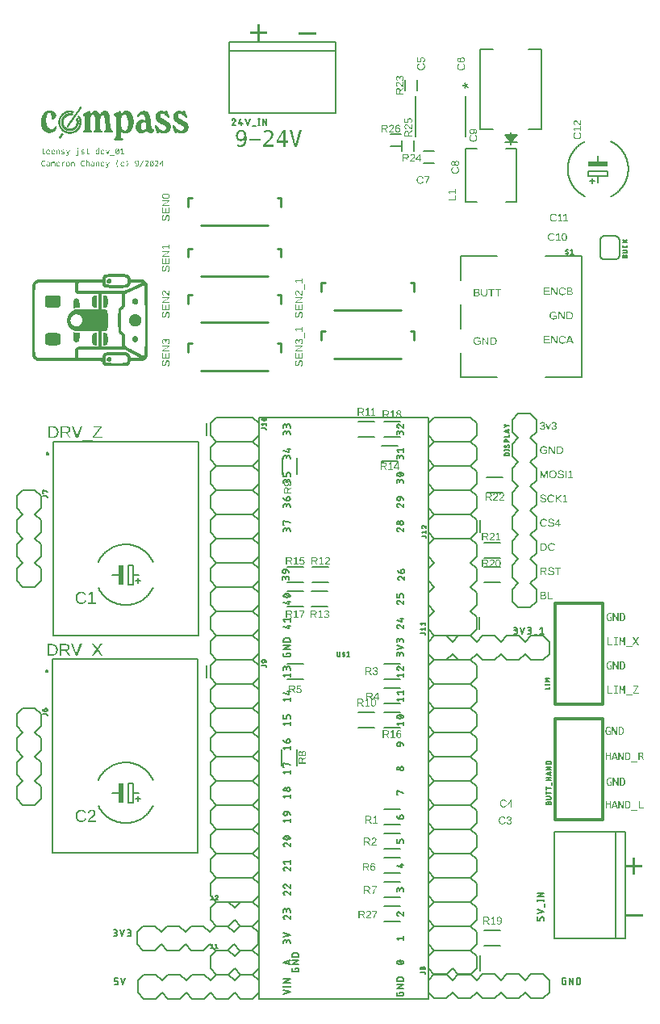
<source format=gbr>
G04 EAGLE Gerber RS-274X export*
G75*
%MOMM*%
%FSLAX34Y34*%
%LPD*%
%INSilkscreen Top*%
%IPPOS*%
%AMOC8*
5,1,8,0,0,1.08239X$1,22.5*%
G01*
G04 Define Apertures*
%ADD10C,0.304800*%
%ADD11C,0.152400*%
%ADD12R,0.508000X2.032000*%
%ADD13C,0.127000*%
%ADD14C,0.200000*%
%ADD15C,0.203200*%
%ADD16C,0.254000*%
%ADD17R,2.032000X0.508000*%
G36*
X-28536Y1035890D02*
X-47120Y1035890D01*
X-47120Y1038853D01*
X-28536Y1038853D01*
X-28536Y1035890D01*
G37*
G36*
X-87620Y1029316D02*
X-90197Y1029316D01*
X-90197Y1036820D01*
X-97631Y1036820D01*
X-97631Y1039379D01*
X-90197Y1039379D01*
X-90197Y1046883D01*
X-87620Y1046883D01*
X-87620Y1039379D01*
X-80186Y1039379D01*
X-80186Y1036820D01*
X-87620Y1036820D01*
X-87620Y1029316D01*
G37*
G36*
X306080Y155556D02*
X303503Y155556D01*
X303503Y163060D01*
X296069Y163060D01*
X296069Y165619D01*
X303503Y165619D01*
X303503Y173123D01*
X306080Y173123D01*
X306080Y165619D01*
X313514Y165619D01*
X313514Y163060D01*
X306080Y163060D01*
X306080Y155556D01*
G37*
G36*
X314364Y111330D02*
X295780Y111330D01*
X295780Y114293D01*
X314364Y114293D01*
X314364Y111330D01*
G37*
G36*
X208938Y621934D02*
X208646Y621942D01*
X208369Y621968D01*
X208107Y622010D01*
X207860Y622069D01*
X207629Y622145D01*
X207412Y622238D01*
X207211Y622348D01*
X207025Y622474D01*
X206856Y622618D01*
X206704Y622777D01*
X206571Y622953D01*
X206456Y623144D01*
X206359Y623352D01*
X206280Y623576D01*
X206219Y623817D01*
X206177Y624073D01*
X207218Y624168D01*
X207289Y623840D01*
X207401Y623556D01*
X207555Y623315D01*
X207749Y623118D01*
X207984Y622965D01*
X208261Y622856D01*
X208579Y622790D01*
X208938Y622768D01*
X209298Y622792D01*
X209617Y622862D01*
X209896Y622979D01*
X210133Y623144D01*
X210235Y623243D01*
X210323Y623354D01*
X210398Y623476D01*
X210459Y623610D01*
X210506Y623755D01*
X210540Y623911D01*
X210560Y624079D01*
X210567Y624258D01*
X210559Y624415D01*
X210536Y624562D01*
X210497Y624701D01*
X210443Y624831D01*
X210374Y624953D01*
X210288Y625065D01*
X210188Y625168D01*
X210072Y625263D01*
X209941Y625348D01*
X209796Y625421D01*
X209638Y625483D01*
X209466Y625534D01*
X209081Y625602D01*
X208641Y625624D01*
X208070Y625624D01*
X208070Y626498D01*
X208618Y626498D01*
X209010Y626521D01*
X209354Y626588D01*
X209652Y626701D01*
X209904Y626859D01*
X210103Y627057D01*
X210182Y627169D01*
X210246Y627290D01*
X210296Y627419D01*
X210331Y627557D01*
X210353Y627704D01*
X210360Y627859D01*
X210337Y628159D01*
X210267Y628425D01*
X210151Y628658D01*
X209988Y628858D01*
X209779Y629019D01*
X209525Y629133D01*
X209226Y629202D01*
X208882Y629225D01*
X208564Y629204D01*
X208279Y629140D01*
X208025Y629033D01*
X207804Y628884D01*
X207619Y628695D01*
X207478Y628472D01*
X207380Y628214D01*
X207325Y627920D01*
X206311Y627999D01*
X206348Y628234D01*
X206403Y628457D01*
X206477Y628666D01*
X206568Y628861D01*
X206678Y629044D01*
X206805Y629213D01*
X206951Y629368D01*
X207115Y629511D01*
X207294Y629638D01*
X207485Y629748D01*
X207689Y629842D01*
X207905Y629918D01*
X208134Y629978D01*
X208374Y630020D01*
X208627Y630045D01*
X208893Y630054D01*
X209181Y630045D01*
X209453Y630019D01*
X209709Y629976D01*
X209948Y629916D01*
X210170Y629838D01*
X210376Y629744D01*
X210565Y629632D01*
X210738Y629502D01*
X210892Y629358D01*
X211026Y629199D01*
X211139Y629028D01*
X211231Y628842D01*
X211303Y628643D01*
X211355Y628431D01*
X211386Y628205D01*
X211396Y627965D01*
X211389Y627781D01*
X211370Y627605D01*
X211337Y627438D01*
X211290Y627280D01*
X211231Y627131D01*
X211158Y626990D01*
X210973Y626736D01*
X210738Y626518D01*
X210454Y626339D01*
X210123Y626198D01*
X209744Y626095D01*
X209744Y626072D01*
X209959Y626042D01*
X210162Y626000D01*
X210352Y625944D01*
X210531Y625876D01*
X210697Y625796D01*
X210851Y625703D01*
X210992Y625597D01*
X211122Y625479D01*
X211237Y625350D01*
X211337Y625213D01*
X211422Y625069D01*
X211491Y624916D01*
X211545Y624755D01*
X211584Y624586D01*
X211607Y624409D01*
X211614Y624224D01*
X211604Y623959D01*
X211571Y623709D01*
X211517Y623475D01*
X211441Y623256D01*
X211343Y623052D01*
X211224Y622864D01*
X211083Y622691D01*
X210920Y622533D01*
X210737Y622393D01*
X210536Y622271D01*
X210316Y622168D01*
X210077Y622084D01*
X209820Y622018D01*
X209544Y621971D01*
X209250Y621943D01*
X208938Y621934D01*
G37*
G36*
X221031Y621934D02*
X220739Y621942D01*
X220462Y621968D01*
X220201Y622010D01*
X219954Y622069D01*
X219723Y622145D01*
X219506Y622238D01*
X219305Y622348D01*
X219119Y622474D01*
X218950Y622618D01*
X218798Y622777D01*
X218665Y622953D01*
X218550Y623144D01*
X218453Y623352D01*
X218374Y623576D01*
X218313Y623817D01*
X218271Y624073D01*
X219312Y624168D01*
X219383Y623840D01*
X219495Y623556D01*
X219648Y623315D01*
X219843Y623118D01*
X220078Y622965D01*
X220355Y622856D01*
X220673Y622790D01*
X221031Y622768D01*
X221392Y622792D01*
X221711Y622862D01*
X221989Y622979D01*
X222227Y623144D01*
X222329Y623243D01*
X222417Y623354D01*
X222491Y623476D01*
X222552Y623610D01*
X222600Y623755D01*
X222634Y623911D01*
X222654Y624079D01*
X222661Y624258D01*
X222653Y624415D01*
X222630Y624562D01*
X222591Y624701D01*
X222537Y624831D01*
X222467Y624953D01*
X222382Y625065D01*
X222281Y625168D01*
X222165Y625263D01*
X222035Y625348D01*
X221890Y625421D01*
X221732Y625483D01*
X221560Y625534D01*
X221175Y625602D01*
X220735Y625624D01*
X220163Y625624D01*
X220163Y626498D01*
X220712Y626498D01*
X221103Y626521D01*
X221448Y626588D01*
X221746Y626701D01*
X221997Y626859D01*
X222197Y627057D01*
X222275Y627169D01*
X222340Y627290D01*
X222390Y627419D01*
X222425Y627557D01*
X222447Y627704D01*
X222454Y627859D01*
X222430Y628159D01*
X222361Y628425D01*
X222244Y628658D01*
X222081Y628858D01*
X221873Y629019D01*
X221619Y629133D01*
X221320Y629202D01*
X220975Y629225D01*
X220658Y629204D01*
X220373Y629140D01*
X220119Y629033D01*
X219897Y628884D01*
X219713Y628695D01*
X219572Y628472D01*
X219474Y628214D01*
X219419Y627920D01*
X218405Y627999D01*
X218442Y628234D01*
X218497Y628457D01*
X218570Y628666D01*
X218662Y628861D01*
X218771Y629044D01*
X218899Y629213D01*
X219045Y629368D01*
X219209Y629511D01*
X219388Y629638D01*
X219579Y629748D01*
X219783Y629842D01*
X219999Y629918D01*
X220227Y629978D01*
X220468Y630020D01*
X220721Y630045D01*
X220987Y630054D01*
X221275Y630045D01*
X221547Y630019D01*
X221803Y629976D01*
X222041Y629916D01*
X222264Y629838D01*
X222470Y629744D01*
X222659Y629632D01*
X222832Y629502D01*
X222986Y629358D01*
X223120Y629199D01*
X223233Y629028D01*
X223325Y628842D01*
X223397Y628643D01*
X223449Y628431D01*
X223479Y628205D01*
X223490Y627965D01*
X223483Y627781D01*
X223463Y627605D01*
X223430Y627438D01*
X223384Y627280D01*
X223325Y627131D01*
X223252Y626990D01*
X223067Y626736D01*
X222832Y626518D01*
X222548Y626339D01*
X222217Y626198D01*
X221838Y626095D01*
X221838Y626072D01*
X222053Y626042D01*
X222256Y626000D01*
X222446Y625944D01*
X222625Y625876D01*
X222791Y625796D01*
X222944Y625703D01*
X223086Y625597D01*
X223215Y625479D01*
X223331Y625350D01*
X223431Y625213D01*
X223516Y625069D01*
X223585Y624916D01*
X223639Y624755D01*
X223677Y624586D01*
X223700Y624409D01*
X223708Y624224D01*
X223697Y623959D01*
X223665Y623709D01*
X223610Y623475D01*
X223535Y623256D01*
X223437Y623052D01*
X223318Y622864D01*
X223176Y622691D01*
X223014Y622533D01*
X222831Y622393D01*
X222629Y622271D01*
X222409Y622168D01*
X222171Y622084D01*
X221914Y622018D01*
X221638Y621971D01*
X221344Y621943D01*
X221031Y621934D01*
G37*
G36*
X215548Y622046D02*
X214355Y622046D01*
X212154Y628105D01*
X213229Y628105D01*
X214562Y624163D01*
X214949Y622836D01*
X215145Y623491D01*
X215363Y624152D01*
X216741Y628105D01*
X217810Y628105D01*
X215548Y622046D01*
G37*
G36*
X226819Y596646D02*
X223868Y596646D01*
X223868Y604536D01*
X226478Y604536D01*
X226965Y604521D01*
X227423Y604474D01*
X227853Y604395D01*
X228254Y604285D01*
X228626Y604144D01*
X228970Y603971D01*
X229285Y603767D01*
X229572Y603531D01*
X229827Y603267D01*
X230048Y602976D01*
X230236Y602658D01*
X230389Y602314D01*
X230508Y601943D01*
X230593Y601546D01*
X230644Y601123D01*
X230661Y600672D01*
X230654Y600372D01*
X230631Y600081D01*
X230594Y599800D01*
X230542Y599528D01*
X230475Y599266D01*
X230393Y599013D01*
X230297Y598770D01*
X230185Y598536D01*
X230060Y598314D01*
X229922Y598105D01*
X229772Y597910D01*
X229610Y597727D01*
X229435Y597559D01*
X229247Y597404D01*
X229048Y597262D01*
X228835Y597133D01*
X228613Y597019D01*
X228382Y596920D01*
X228142Y596836D01*
X227895Y596768D01*
X227638Y596715D01*
X227374Y596676D01*
X227101Y596654D01*
X226819Y596646D01*
G37*
%LPC*%
G36*
X226696Y597503D02*
X227117Y597527D01*
X227512Y597598D01*
X227880Y597717D01*
X228222Y597884D01*
X228532Y598095D01*
X228804Y598348D01*
X229038Y598644D01*
X229233Y598981D01*
X229387Y599356D01*
X229498Y599762D01*
X229564Y600201D01*
X229586Y600672D01*
X229573Y601028D01*
X229536Y601362D01*
X229473Y601675D01*
X229385Y601965D01*
X229272Y602234D01*
X229134Y602481D01*
X228971Y602706D01*
X228782Y602910D01*
X228570Y603090D01*
X228336Y603246D01*
X228078Y603379D01*
X227799Y603487D01*
X227497Y603571D01*
X227172Y603631D01*
X226825Y603668D01*
X226455Y603680D01*
X224938Y603680D01*
X224938Y597503D01*
X226696Y597503D01*
G37*
%LPD*%
G36*
X216539Y596646D02*
X215587Y596646D01*
X215587Y604536D01*
X216830Y604536D01*
X221097Y597772D01*
X221047Y598718D01*
X221030Y599362D01*
X221030Y604536D01*
X221993Y604536D01*
X221993Y596646D01*
X220705Y596646D01*
X216483Y603366D01*
X216511Y602823D01*
X216539Y601888D01*
X216539Y596646D01*
G37*
G36*
X210293Y596534D02*
X209989Y596542D01*
X209695Y596565D01*
X209413Y596603D01*
X209141Y596657D01*
X208879Y596726D01*
X208629Y596811D01*
X208389Y596911D01*
X208159Y597027D01*
X207942Y597157D01*
X207738Y597300D01*
X207547Y597457D01*
X207369Y597628D01*
X207204Y597812D01*
X207053Y598010D01*
X206915Y598221D01*
X206790Y598446D01*
X206679Y598683D01*
X206583Y598930D01*
X206502Y599188D01*
X206435Y599455D01*
X206383Y599733D01*
X206346Y600021D01*
X206324Y600319D01*
X206317Y600628D01*
X206333Y601094D01*
X206381Y601534D01*
X206462Y601946D01*
X206574Y602331D01*
X206719Y602690D01*
X206896Y603021D01*
X207106Y603324D01*
X207347Y603601D01*
X207618Y603848D01*
X207915Y604062D01*
X208237Y604243D01*
X208586Y604391D01*
X208961Y604506D01*
X209362Y604588D01*
X209789Y604638D01*
X210242Y604654D01*
X210562Y604647D01*
X210867Y604626D01*
X211156Y604592D01*
X211430Y604543D01*
X211688Y604481D01*
X211931Y604405D01*
X212158Y604315D01*
X212370Y604212D01*
X212569Y604093D01*
X212756Y603957D01*
X212931Y603805D01*
X213094Y603636D01*
X213246Y603451D01*
X213386Y603249D01*
X213514Y603030D01*
X213630Y602795D01*
X212611Y602492D01*
X212427Y602806D01*
X212211Y603073D01*
X211964Y603296D01*
X211684Y603472D01*
X211371Y603607D01*
X211021Y603703D01*
X210636Y603761D01*
X210214Y603780D01*
X209883Y603767D01*
X209571Y603729D01*
X209280Y603664D01*
X209009Y603574D01*
X208758Y603458D01*
X208527Y603316D01*
X208316Y603148D01*
X208126Y602954D01*
X207956Y602737D01*
X207810Y602499D01*
X207685Y602240D01*
X207584Y601960D01*
X207505Y601658D01*
X207448Y601336D01*
X207414Y600992D01*
X207403Y600628D01*
X207415Y600264D01*
X207451Y599919D01*
X207511Y599595D01*
X207595Y599290D01*
X207703Y599005D01*
X207835Y598739D01*
X207991Y598493D01*
X208170Y598267D01*
X208371Y598064D01*
X208591Y597889D01*
X208828Y597740D01*
X209085Y597618D01*
X209359Y597524D01*
X209652Y597456D01*
X209963Y597416D01*
X210293Y597402D01*
X210673Y597417D01*
X211040Y597461D01*
X211394Y597534D01*
X211735Y597637D01*
X212053Y597765D01*
X212340Y597914D01*
X212595Y598084D01*
X212818Y598276D01*
X212818Y599698D01*
X210461Y599698D01*
X210461Y600594D01*
X213804Y600594D01*
X213804Y597872D01*
X213473Y597571D01*
X213106Y597306D01*
X212704Y597077D01*
X212267Y596884D01*
X211802Y596731D01*
X211318Y596622D01*
X210815Y596556D01*
X210293Y596534D01*
G37*
G36*
X219723Y571134D02*
X219425Y571142D01*
X219136Y571165D01*
X218859Y571203D01*
X218591Y571257D01*
X218334Y571326D01*
X218088Y571411D01*
X217852Y571511D01*
X217626Y571627D01*
X217412Y571757D01*
X217211Y571901D01*
X217023Y572058D01*
X216848Y572229D01*
X216687Y572415D01*
X216538Y572613D01*
X216402Y572826D01*
X216279Y573052D01*
X216170Y573290D01*
X216076Y573538D01*
X215996Y573795D01*
X215931Y574062D01*
X215880Y574339D01*
X215843Y574625D01*
X215822Y574922D01*
X215814Y575228D01*
X215831Y575688D01*
X215879Y576122D01*
X215960Y576531D01*
X216073Y576914D01*
X216219Y577271D01*
X216397Y577602D01*
X216608Y577908D01*
X216850Y578187D01*
X217122Y578437D01*
X217419Y578654D01*
X217742Y578837D01*
X218089Y578987D01*
X218463Y579104D01*
X218861Y579187D01*
X219285Y579237D01*
X219734Y579254D01*
X220030Y579246D01*
X220316Y579224D01*
X220593Y579187D01*
X220859Y579134D01*
X221115Y579067D01*
X221361Y578985D01*
X221597Y578887D01*
X221823Y578775D01*
X222038Y578649D01*
X222240Y578509D01*
X222428Y578355D01*
X222604Y578188D01*
X222766Y578007D01*
X222916Y577813D01*
X223052Y577605D01*
X223176Y577384D01*
X223285Y577150D01*
X223380Y576907D01*
X223461Y576653D01*
X223526Y576388D01*
X223577Y576114D01*
X223614Y575829D01*
X223636Y575533D01*
X223643Y575228D01*
X223636Y574923D01*
X223614Y574628D01*
X223577Y574343D01*
X223525Y574067D01*
X223458Y573801D01*
X223377Y573544D01*
X223281Y573298D01*
X223170Y573060D01*
X223045Y572835D01*
X222908Y572623D01*
X222757Y572424D01*
X222594Y572239D01*
X222418Y572067D01*
X222229Y571909D01*
X222027Y571764D01*
X221812Y571632D01*
X221586Y571516D01*
X221350Y571414D01*
X221104Y571329D01*
X220847Y571259D01*
X220581Y571204D01*
X220305Y571165D01*
X220019Y571142D01*
X219723Y571134D01*
G37*
%LPC*%
G36*
X219723Y572002D02*
X220055Y572015D01*
X220367Y572055D01*
X220659Y572121D01*
X220931Y572213D01*
X221183Y572331D01*
X221415Y572476D01*
X221628Y572647D01*
X221820Y572845D01*
X221992Y573066D01*
X222140Y573310D01*
X222266Y573575D01*
X222369Y573862D01*
X222448Y574171D01*
X222506Y574501D01*
X222540Y574853D01*
X222551Y575228D01*
X222540Y575586D01*
X222505Y575924D01*
X222448Y576243D01*
X222367Y576542D01*
X222264Y576821D01*
X222137Y577081D01*
X221987Y577320D01*
X221815Y577540D01*
X221621Y577737D01*
X221409Y577908D01*
X221177Y578052D01*
X220927Y578170D01*
X220657Y578262D01*
X220368Y578328D01*
X220061Y578367D01*
X219734Y578380D01*
X219405Y578367D01*
X219095Y578329D01*
X218805Y578264D01*
X218533Y578173D01*
X218281Y578057D01*
X218048Y577914D01*
X217834Y577746D01*
X217640Y577552D01*
X217467Y577334D01*
X217317Y577096D01*
X217190Y576836D01*
X217086Y576556D01*
X217005Y576255D01*
X216947Y575934D01*
X216912Y575591D01*
X216901Y575228D01*
X216913Y574866D01*
X216948Y574524D01*
X217006Y574201D01*
X217088Y573897D01*
X217193Y573612D01*
X217321Y573347D01*
X217473Y573100D01*
X217648Y572873D01*
X217844Y572669D01*
X218058Y572492D01*
X218291Y572342D01*
X218541Y572220D01*
X218809Y572124D01*
X219096Y572056D01*
X219400Y572016D01*
X219723Y572002D01*
G37*
%LPD*%
G36*
X207633Y571246D02*
X206681Y571246D01*
X206681Y579136D01*
X208086Y579136D01*
X210186Y573665D01*
X210402Y572957D01*
X210539Y572411D01*
X210608Y572693D01*
X210727Y573091D01*
X210920Y573665D01*
X212981Y579136D01*
X214353Y579136D01*
X214353Y571246D01*
X213390Y571246D01*
X213390Y576510D01*
X213402Y577367D01*
X213440Y578190D01*
X213180Y577297D01*
X212947Y576622D01*
X210909Y571246D01*
X210158Y571246D01*
X208092Y576622D01*
X207778Y577574D01*
X207594Y578190D01*
X207610Y577568D01*
X207633Y576510D01*
X207633Y571246D01*
G37*
G36*
X228073Y571134D02*
X227722Y571142D01*
X227390Y571165D01*
X227076Y571205D01*
X226782Y571259D01*
X226507Y571330D01*
X226251Y571416D01*
X226013Y571518D01*
X225795Y571635D01*
X225595Y571768D01*
X225415Y571917D01*
X225253Y572082D01*
X225111Y572262D01*
X224987Y572457D01*
X224882Y572669D01*
X224796Y572896D01*
X224730Y573139D01*
X225766Y573346D01*
X225817Y573174D01*
X225880Y573014D01*
X225957Y572866D01*
X226046Y572729D01*
X226147Y572605D01*
X226261Y572492D01*
X226388Y572391D01*
X226527Y572302D01*
X226845Y572156D01*
X227215Y572052D01*
X227637Y571989D01*
X228112Y571968D01*
X228600Y571991D01*
X229030Y572057D01*
X229222Y572107D01*
X229400Y572168D01*
X229563Y572241D01*
X229711Y572324D01*
X229843Y572418D01*
X229957Y572523D01*
X230054Y572638D01*
X230133Y572763D01*
X230194Y572899D01*
X230238Y573045D01*
X230265Y573201D01*
X230274Y573368D01*
X230262Y573552D01*
X230229Y573718D01*
X230174Y573866D01*
X230097Y573996D01*
X230000Y574111D01*
X229885Y574215D01*
X229752Y574310D01*
X229602Y574393D01*
X229252Y574537D01*
X228840Y574656D01*
X227860Y574886D01*
X227037Y575093D01*
X226711Y575197D01*
X226440Y575300D01*
X226211Y575407D01*
X226007Y575519D01*
X225829Y575638D01*
X225676Y575762D01*
X225544Y575895D01*
X225429Y576039D01*
X225330Y576193D01*
X225248Y576359D01*
X225183Y576536D01*
X225136Y576726D01*
X225108Y576928D01*
X225099Y577143D01*
X225111Y577389D01*
X225148Y577621D01*
X225208Y577838D01*
X225293Y578040D01*
X225402Y578228D01*
X225535Y578402D01*
X225693Y578561D01*
X225875Y578705D01*
X226079Y578834D01*
X226304Y578945D01*
X226551Y579040D01*
X226818Y579117D01*
X227106Y579177D01*
X227415Y579220D01*
X227744Y579245D01*
X228095Y579254D01*
X228421Y579248D01*
X228728Y579228D01*
X229014Y579196D01*
X229281Y579151D01*
X229528Y579093D01*
X229755Y579022D01*
X229963Y578939D01*
X230150Y578842D01*
X230321Y578730D01*
X230479Y578600D01*
X230624Y578452D01*
X230755Y578286D01*
X230873Y578101D01*
X230978Y577899D01*
X231069Y577678D01*
X231147Y577440D01*
X230094Y577255D01*
X229988Y577547D01*
X229842Y577796D01*
X229658Y578002D01*
X229434Y578165D01*
X229166Y578288D01*
X228853Y578377D01*
X228492Y578430D01*
X228084Y578448D01*
X227639Y578428D01*
X227250Y578369D01*
X226916Y578271D01*
X226639Y578134D01*
X226522Y578051D01*
X226421Y577958D01*
X226335Y577855D01*
X226265Y577743D01*
X226211Y577622D01*
X226172Y577490D01*
X226149Y577349D01*
X226141Y577199D01*
X226153Y577025D01*
X226189Y576866D01*
X226249Y576724D01*
X226334Y576597D01*
X226441Y576482D01*
X226570Y576377D01*
X226720Y576281D01*
X226891Y576194D01*
X227118Y576106D01*
X227436Y576009D01*
X228342Y575788D01*
X229067Y575617D01*
X229420Y575522D01*
X229758Y575410D01*
X230078Y575279D01*
X230377Y575127D01*
X230647Y574946D01*
X230878Y574729D01*
X231068Y574473D01*
X231212Y574175D01*
X231264Y574008D01*
X231302Y573828D01*
X231324Y573633D01*
X231332Y573424D01*
X231319Y573159D01*
X231279Y572909D01*
X231212Y572675D01*
X231118Y572456D01*
X230998Y572252D01*
X230852Y572064D01*
X230678Y571891D01*
X230478Y571733D01*
X230254Y571593D01*
X230007Y571471D01*
X229739Y571368D01*
X229450Y571284D01*
X229138Y571218D01*
X228805Y571171D01*
X228450Y571143D01*
X228073Y571134D01*
G37*
G36*
X240840Y571246D02*
X235895Y571246D01*
X235895Y572103D01*
X237905Y572103D01*
X237905Y578173D01*
X236124Y576902D01*
X236124Y577854D01*
X237989Y579136D01*
X238919Y579136D01*
X238919Y572103D01*
X240840Y572103D01*
X240840Y571246D01*
G37*
G36*
X233962Y571246D02*
X232892Y571246D01*
X232892Y579136D01*
X233962Y579136D01*
X233962Y571246D01*
G37*
G36*
X209604Y545734D02*
X209253Y545742D01*
X208921Y545765D01*
X208608Y545805D01*
X208314Y545859D01*
X208038Y545930D01*
X207782Y546016D01*
X207545Y546118D01*
X207326Y546235D01*
X207127Y546368D01*
X206946Y546517D01*
X206785Y546682D01*
X206642Y546862D01*
X206518Y547057D01*
X206413Y547269D01*
X206328Y547496D01*
X206261Y547739D01*
X207297Y547946D01*
X207348Y547774D01*
X207412Y547614D01*
X207488Y547466D01*
X207577Y547329D01*
X207678Y547205D01*
X207792Y547092D01*
X207919Y546991D01*
X208058Y546902D01*
X208376Y546756D01*
X208746Y546652D01*
X209168Y546589D01*
X209643Y546568D01*
X210132Y546591D01*
X210561Y546657D01*
X210753Y546707D01*
X210931Y546768D01*
X211094Y546841D01*
X211242Y546924D01*
X211374Y547018D01*
X211488Y547123D01*
X211585Y547238D01*
X211664Y547363D01*
X211726Y547499D01*
X211770Y547645D01*
X211796Y547801D01*
X211805Y547968D01*
X211794Y548152D01*
X211761Y548318D01*
X211706Y548466D01*
X211628Y548596D01*
X211531Y548711D01*
X211416Y548815D01*
X211283Y548910D01*
X211133Y548993D01*
X210783Y549137D01*
X210371Y549256D01*
X209391Y549486D01*
X208569Y549693D01*
X208242Y549797D01*
X207972Y549900D01*
X207742Y550007D01*
X207538Y550119D01*
X207360Y550238D01*
X207207Y550362D01*
X207075Y550495D01*
X206960Y550639D01*
X206861Y550793D01*
X206779Y550959D01*
X206714Y551136D01*
X206667Y551326D01*
X206640Y551528D01*
X206630Y551743D01*
X206643Y551989D01*
X206679Y552221D01*
X206739Y552438D01*
X206824Y552640D01*
X206933Y552828D01*
X207067Y553002D01*
X207224Y553161D01*
X207406Y553305D01*
X207610Y553434D01*
X207836Y553545D01*
X208082Y553640D01*
X208349Y553717D01*
X208637Y553777D01*
X208946Y553820D01*
X209276Y553845D01*
X209626Y553854D01*
X209952Y553848D01*
X210259Y553828D01*
X210545Y553796D01*
X210812Y553751D01*
X211059Y553693D01*
X211286Y553622D01*
X211494Y553539D01*
X211682Y553442D01*
X211853Y553330D01*
X212011Y553200D01*
X212155Y553052D01*
X212286Y552886D01*
X212404Y552701D01*
X212509Y552499D01*
X212600Y552278D01*
X212678Y552040D01*
X211626Y551855D01*
X211519Y552147D01*
X211374Y552396D01*
X211189Y552602D01*
X210965Y552765D01*
X210698Y552888D01*
X210384Y552977D01*
X210023Y553030D01*
X209615Y553048D01*
X209170Y553028D01*
X208781Y552969D01*
X208448Y552871D01*
X208170Y552734D01*
X208054Y552651D01*
X207952Y552558D01*
X207867Y552455D01*
X207797Y552343D01*
X207742Y552222D01*
X207703Y552090D01*
X207680Y551949D01*
X207672Y551799D01*
X207684Y551625D01*
X207720Y551466D01*
X207781Y551324D01*
X207865Y551197D01*
X207972Y551082D01*
X208101Y550977D01*
X208251Y550881D01*
X208422Y550794D01*
X208650Y550706D01*
X208967Y550609D01*
X209873Y550388D01*
X210598Y550217D01*
X210951Y550122D01*
X211290Y550010D01*
X211609Y549879D01*
X211908Y549727D01*
X212178Y549546D01*
X212410Y549329D01*
X212599Y549073D01*
X212743Y548775D01*
X212795Y548608D01*
X212833Y548428D01*
X212856Y548233D01*
X212863Y548024D01*
X212850Y547759D01*
X212810Y547509D01*
X212743Y547275D01*
X212650Y547056D01*
X212530Y546852D01*
X212383Y546664D01*
X212209Y546491D01*
X212009Y546333D01*
X211785Y546193D01*
X211539Y546071D01*
X211271Y545968D01*
X210981Y545884D01*
X210669Y545818D01*
X210336Y545771D01*
X209981Y545743D01*
X209604Y545734D01*
G37*
G36*
X223657Y545846D02*
X222587Y545846D01*
X222587Y553736D01*
X223657Y553736D01*
X223657Y549783D01*
X227459Y553736D01*
X228719Y553736D01*
X225359Y550309D01*
X229167Y545846D01*
X227840Y545846D01*
X224687Y549654D01*
X223657Y548870D01*
X223657Y545846D01*
G37*
G36*
X217795Y545734D02*
X217501Y545742D01*
X217218Y545765D01*
X216945Y545804D01*
X216682Y545858D01*
X216429Y545928D01*
X216187Y546013D01*
X215954Y546113D01*
X215731Y546230D01*
X215520Y546360D01*
X215321Y546504D01*
X215136Y546661D01*
X214964Y546832D01*
X214804Y547015D01*
X214658Y547212D01*
X214524Y547423D01*
X214404Y547646D01*
X214297Y547882D01*
X214204Y548128D01*
X214126Y548385D01*
X214061Y548652D01*
X214012Y548930D01*
X213976Y549219D01*
X213955Y549518D01*
X213947Y549828D01*
X213963Y550287D01*
X214011Y550720D01*
X214091Y551128D01*
X214202Y551510D01*
X214346Y551867D01*
X214521Y552198D01*
X214728Y552504D01*
X214967Y552784D01*
X215234Y553035D01*
X215525Y553252D01*
X215841Y553436D01*
X216182Y553587D01*
X216547Y553704D01*
X216936Y553787D01*
X217350Y553837D01*
X217789Y553854D01*
X218098Y553846D01*
X218393Y553823D01*
X218676Y553785D01*
X218945Y553731D01*
X219202Y553661D01*
X219446Y553577D01*
X219677Y553477D01*
X219895Y553361D01*
X220099Y553231D01*
X220289Y553085D01*
X220466Y552925D01*
X220628Y552749D01*
X220777Y552559D01*
X220911Y552354D01*
X221031Y552134D01*
X221138Y551900D01*
X220124Y551564D01*
X219966Y551888D01*
X219766Y552171D01*
X219525Y552414D01*
X219242Y552616D01*
X218924Y552776D01*
X218578Y552889D01*
X218203Y552958D01*
X217800Y552980D01*
X217482Y552967D01*
X217181Y552928D01*
X216899Y552862D01*
X216635Y552770D01*
X216390Y552651D01*
X216162Y552506D01*
X215953Y552335D01*
X215762Y552138D01*
X215591Y551917D01*
X215443Y551677D01*
X215318Y551418D01*
X215216Y551139D01*
X215136Y550840D01*
X215079Y550522D01*
X215045Y550185D01*
X215034Y549828D01*
X215046Y549474D01*
X215081Y549138D01*
X215140Y548820D01*
X215223Y548519D01*
X215330Y548237D01*
X215461Y547972D01*
X215615Y547725D01*
X215793Y547495D01*
X215991Y547288D01*
X216205Y547109D01*
X216437Y546958D01*
X216685Y546834D01*
X216950Y546737D01*
X217232Y546668D01*
X217530Y546627D01*
X217845Y546613D01*
X218049Y546620D01*
X218247Y546639D01*
X218438Y546671D01*
X218622Y546716D01*
X218972Y546844D01*
X219297Y547023D01*
X219595Y547254D01*
X219868Y547536D01*
X220116Y547869D01*
X220337Y548254D01*
X221211Y547817D01*
X221083Y547570D01*
X220942Y547338D01*
X220790Y547121D01*
X220625Y546920D01*
X220447Y546734D01*
X220258Y546562D01*
X220056Y546407D01*
X219841Y546266D01*
X219616Y546141D01*
X219383Y546033D01*
X219140Y545942D01*
X218889Y545867D01*
X218628Y545809D01*
X218359Y545767D01*
X218081Y545742D01*
X217795Y545734D01*
G37*
G36*
X235121Y545846D02*
X230176Y545846D01*
X230176Y546703D01*
X232186Y546703D01*
X232186Y552773D01*
X230406Y551502D01*
X230406Y552454D01*
X232270Y553736D01*
X233200Y553736D01*
X233200Y546703D01*
X235121Y546703D01*
X235121Y545846D01*
G37*
G36*
X226580Y520446D02*
X225628Y520446D01*
X225628Y522232D01*
X221909Y522232D01*
X221909Y523016D01*
X225521Y528336D01*
X226580Y528336D01*
X226580Y523028D01*
X227689Y523028D01*
X227689Y522232D01*
X226580Y522232D01*
X226580Y520446D01*
G37*
%LPC*%
G36*
X225628Y523028D02*
X225628Y527200D01*
X225471Y526903D01*
X225253Y526533D01*
X223231Y523554D01*
X222929Y523140D01*
X222839Y523028D01*
X225628Y523028D01*
G37*
%LPD*%
G36*
X217885Y520334D02*
X217534Y520342D01*
X217202Y520365D01*
X216889Y520405D01*
X216595Y520459D01*
X216320Y520530D01*
X216063Y520616D01*
X215826Y520718D01*
X215607Y520835D01*
X215408Y520968D01*
X215227Y521117D01*
X215066Y521282D01*
X214923Y521462D01*
X214799Y521657D01*
X214695Y521869D01*
X214609Y522096D01*
X214542Y522339D01*
X215578Y522546D01*
X215629Y522374D01*
X215693Y522214D01*
X215769Y522066D01*
X215858Y521929D01*
X215960Y521805D01*
X216074Y521692D01*
X216200Y521591D01*
X216340Y521502D01*
X216657Y521356D01*
X217027Y521252D01*
X217449Y521189D01*
X217924Y521168D01*
X218413Y521191D01*
X218842Y521257D01*
X219035Y521307D01*
X219212Y521368D01*
X219375Y521441D01*
X219523Y521524D01*
X219655Y521618D01*
X219769Y521723D01*
X219866Y521838D01*
X219945Y521963D01*
X220007Y522099D01*
X220051Y522245D01*
X220077Y522401D01*
X220086Y522568D01*
X220075Y522752D01*
X220042Y522918D01*
X219987Y523066D01*
X219910Y523196D01*
X219812Y523311D01*
X219698Y523415D01*
X219565Y523510D01*
X219414Y523593D01*
X219064Y523737D01*
X218652Y523856D01*
X217672Y524086D01*
X216850Y524293D01*
X216523Y524397D01*
X216253Y524500D01*
X216023Y524607D01*
X215820Y524719D01*
X215641Y524838D01*
X215488Y524962D01*
X215357Y525095D01*
X215241Y525239D01*
X215142Y525393D01*
X215060Y525559D01*
X214995Y525736D01*
X214949Y525926D01*
X214921Y526128D01*
X214912Y526343D01*
X214924Y526589D01*
X214960Y526821D01*
X215021Y527038D01*
X215106Y527240D01*
X215215Y527428D01*
X215348Y527602D01*
X215505Y527761D01*
X215687Y527905D01*
X215892Y528034D01*
X216117Y528145D01*
X216363Y528240D01*
X216630Y528317D01*
X216918Y528377D01*
X217227Y528420D01*
X217557Y528445D01*
X217908Y528454D01*
X218234Y528448D01*
X218540Y528428D01*
X218827Y528396D01*
X219093Y528351D01*
X219340Y528293D01*
X219568Y528222D01*
X219775Y528139D01*
X219963Y528042D01*
X220134Y527930D01*
X220292Y527800D01*
X220436Y527652D01*
X220568Y527486D01*
X220686Y527301D01*
X220790Y527099D01*
X220882Y526878D01*
X220960Y526640D01*
X219907Y526455D01*
X219800Y526747D01*
X219655Y526996D01*
X219470Y527202D01*
X219246Y527365D01*
X218979Y527488D01*
X218665Y527577D01*
X218304Y527630D01*
X217896Y527648D01*
X217451Y527628D01*
X217062Y527569D01*
X216729Y527471D01*
X216452Y527334D01*
X216335Y527251D01*
X216234Y527158D01*
X216148Y527055D01*
X216078Y526943D01*
X216023Y526822D01*
X215984Y526690D01*
X215961Y526549D01*
X215953Y526399D01*
X215965Y526225D01*
X216002Y526066D01*
X216062Y525924D01*
X216146Y525797D01*
X216254Y525682D01*
X216382Y525577D01*
X216532Y525481D01*
X216704Y525394D01*
X216931Y525306D01*
X217248Y525209D01*
X218154Y524988D01*
X218879Y524817D01*
X219233Y524722D01*
X219571Y524610D01*
X219891Y524479D01*
X220190Y524327D01*
X220459Y524146D01*
X220691Y523929D01*
X220881Y523673D01*
X221024Y523375D01*
X221077Y523208D01*
X221114Y523028D01*
X221137Y522833D01*
X221144Y522624D01*
X221131Y522359D01*
X221091Y522109D01*
X221024Y521875D01*
X220931Y521656D01*
X220811Y521452D01*
X220664Y521264D01*
X220491Y521091D01*
X220290Y520933D01*
X220066Y520793D01*
X219820Y520671D01*
X219552Y520568D01*
X219262Y520484D01*
X218951Y520418D01*
X218617Y520371D01*
X218262Y520343D01*
X217885Y520334D01*
G37*
G36*
X210170Y520334D02*
X209876Y520342D01*
X209593Y520365D01*
X209320Y520404D01*
X209057Y520458D01*
X208804Y520528D01*
X208562Y520613D01*
X208329Y520713D01*
X208106Y520830D01*
X207895Y520960D01*
X207696Y521104D01*
X207511Y521261D01*
X207339Y521432D01*
X207179Y521615D01*
X207033Y521812D01*
X206899Y522023D01*
X206779Y522246D01*
X206672Y522482D01*
X206579Y522728D01*
X206501Y522985D01*
X206436Y523252D01*
X206387Y523530D01*
X206351Y523819D01*
X206330Y524118D01*
X206322Y524428D01*
X206338Y524887D01*
X206386Y525320D01*
X206466Y525728D01*
X206577Y526110D01*
X206721Y526467D01*
X206896Y526798D01*
X207103Y527104D01*
X207342Y527384D01*
X207609Y527635D01*
X207900Y527852D01*
X208216Y528036D01*
X208557Y528187D01*
X208922Y528304D01*
X209311Y528387D01*
X209725Y528437D01*
X210164Y528454D01*
X210473Y528446D01*
X210768Y528423D01*
X211051Y528385D01*
X211320Y528331D01*
X211577Y528261D01*
X211821Y528177D01*
X212052Y528077D01*
X212270Y527961D01*
X212474Y527831D01*
X212664Y527685D01*
X212841Y527525D01*
X213003Y527349D01*
X213152Y527159D01*
X213286Y526954D01*
X213406Y526734D01*
X213513Y526500D01*
X212499Y526164D01*
X212341Y526488D01*
X212141Y526771D01*
X211900Y527014D01*
X211617Y527216D01*
X211299Y527376D01*
X210953Y527489D01*
X210578Y527558D01*
X210175Y527580D01*
X209857Y527567D01*
X209556Y527528D01*
X209274Y527462D01*
X209010Y527370D01*
X208765Y527251D01*
X208537Y527106D01*
X208328Y526935D01*
X208137Y526738D01*
X207966Y526517D01*
X207818Y526277D01*
X207693Y526018D01*
X207591Y525739D01*
X207511Y525440D01*
X207454Y525122D01*
X207420Y524785D01*
X207409Y524428D01*
X207421Y524074D01*
X207456Y523738D01*
X207515Y523420D01*
X207598Y523119D01*
X207705Y522837D01*
X207836Y522572D01*
X207990Y522325D01*
X208168Y522095D01*
X208366Y521888D01*
X208580Y521709D01*
X208812Y521558D01*
X209060Y521434D01*
X209325Y521337D01*
X209607Y521268D01*
X209905Y521227D01*
X210220Y521213D01*
X210424Y521220D01*
X210622Y521239D01*
X210813Y521271D01*
X210997Y521316D01*
X211347Y521444D01*
X211672Y521623D01*
X211970Y521854D01*
X212243Y522136D01*
X212491Y522469D01*
X212712Y522854D01*
X213586Y522417D01*
X213458Y522170D01*
X213317Y521938D01*
X213165Y521721D01*
X213000Y521520D01*
X212822Y521334D01*
X212633Y521162D01*
X212431Y521007D01*
X212216Y520866D01*
X211991Y520741D01*
X211758Y520633D01*
X211515Y520542D01*
X211264Y520467D01*
X211003Y520409D01*
X210734Y520367D01*
X210456Y520342D01*
X210170Y520334D01*
G37*
G36*
X209632Y495046D02*
X206681Y495046D01*
X206681Y502936D01*
X209290Y502936D01*
X209777Y502921D01*
X210236Y502874D01*
X210665Y502795D01*
X211066Y502685D01*
X211439Y502544D01*
X211783Y502371D01*
X212098Y502167D01*
X212384Y501931D01*
X212640Y501667D01*
X212861Y501376D01*
X213048Y501058D01*
X213201Y500714D01*
X213320Y500343D01*
X213405Y499946D01*
X213457Y499523D01*
X213474Y499072D01*
X213466Y498772D01*
X213444Y498481D01*
X213407Y498200D01*
X213355Y497928D01*
X213288Y497666D01*
X213206Y497413D01*
X213109Y497170D01*
X212998Y496936D01*
X212872Y496714D01*
X212735Y496505D01*
X212585Y496310D01*
X212422Y496127D01*
X212247Y495959D01*
X212060Y495804D01*
X211860Y495662D01*
X211648Y495533D01*
X211425Y495419D01*
X211194Y495320D01*
X210955Y495236D01*
X210707Y495168D01*
X210451Y495115D01*
X210186Y495076D01*
X209913Y495054D01*
X209632Y495046D01*
G37*
%LPC*%
G36*
X209509Y495903D02*
X209930Y495927D01*
X210324Y495998D01*
X210693Y496117D01*
X211035Y496284D01*
X211345Y496495D01*
X211616Y496748D01*
X211850Y497044D01*
X212046Y497381D01*
X212200Y497756D01*
X212310Y498162D01*
X212376Y498601D01*
X212398Y499072D01*
X212386Y499428D01*
X212348Y499762D01*
X212285Y500075D01*
X212197Y500365D01*
X212084Y500634D01*
X211946Y500881D01*
X211783Y501106D01*
X211595Y501310D01*
X211383Y501490D01*
X211148Y501646D01*
X210891Y501779D01*
X210611Y501887D01*
X210309Y501971D01*
X209985Y502031D01*
X209638Y502068D01*
X209268Y502080D01*
X207750Y502080D01*
X207750Y495903D01*
X209509Y495903D01*
G37*
%LPD*%
G36*
X218451Y494934D02*
X218158Y494942D01*
X217875Y494965D01*
X217602Y495004D01*
X217339Y495058D01*
X217086Y495128D01*
X216843Y495213D01*
X216610Y495313D01*
X216387Y495430D01*
X216176Y495560D01*
X215978Y495704D01*
X215792Y495861D01*
X215620Y496032D01*
X215461Y496215D01*
X215314Y496412D01*
X215181Y496623D01*
X215060Y496846D01*
X214953Y497082D01*
X214860Y497328D01*
X214782Y497585D01*
X214718Y497852D01*
X214668Y498130D01*
X214632Y498419D01*
X214611Y498718D01*
X214604Y499028D01*
X214620Y499487D01*
X214667Y499920D01*
X214747Y500328D01*
X214858Y500710D01*
X215002Y501067D01*
X215177Y501398D01*
X215384Y501704D01*
X215623Y501984D01*
X215890Y502235D01*
X216181Y502452D01*
X216497Y502636D01*
X216838Y502787D01*
X217203Y502904D01*
X217593Y502987D01*
X218007Y503037D01*
X218445Y503054D01*
X218754Y503046D01*
X219049Y503023D01*
X219332Y502985D01*
X219602Y502931D01*
X219858Y502861D01*
X220102Y502777D01*
X220333Y502677D01*
X220551Y502561D01*
X220755Y502431D01*
X220946Y502285D01*
X221122Y502125D01*
X221284Y501949D01*
X221433Y501759D01*
X221567Y501554D01*
X221688Y501334D01*
X221794Y501100D01*
X220780Y500764D01*
X220622Y501088D01*
X220423Y501371D01*
X220181Y501614D01*
X219898Y501816D01*
X219580Y501976D01*
X219234Y502089D01*
X218859Y502158D01*
X218456Y502180D01*
X218138Y502167D01*
X217838Y502128D01*
X217556Y502062D01*
X217292Y501970D01*
X217046Y501851D01*
X216818Y501706D01*
X216609Y501535D01*
X216418Y501338D01*
X216247Y501117D01*
X216100Y500877D01*
X215974Y500618D01*
X215872Y500339D01*
X215792Y500040D01*
X215736Y499722D01*
X215701Y499385D01*
X215690Y499028D01*
X215702Y498674D01*
X215737Y498338D01*
X215797Y498020D01*
X215880Y497719D01*
X215986Y497437D01*
X216117Y497172D01*
X216271Y496925D01*
X216449Y496695D01*
X216647Y496488D01*
X216862Y496309D01*
X217093Y496158D01*
X217341Y496034D01*
X217606Y495937D01*
X217888Y495868D01*
X218186Y495827D01*
X218501Y495813D01*
X218705Y495820D01*
X218903Y495839D01*
X219094Y495871D01*
X219279Y495916D01*
X219629Y496044D01*
X219953Y496223D01*
X220252Y496454D01*
X220525Y496736D01*
X220772Y497069D01*
X220993Y497454D01*
X221867Y497017D01*
X221739Y496770D01*
X221599Y496538D01*
X221446Y496321D01*
X221281Y496120D01*
X221104Y495934D01*
X220914Y495762D01*
X220712Y495607D01*
X220498Y495466D01*
X220273Y495341D01*
X220039Y495233D01*
X219796Y495142D01*
X219545Y495067D01*
X219285Y495009D01*
X219016Y494967D01*
X218738Y494942D01*
X218451Y494934D01*
G37*
G36*
X207750Y469646D02*
X206681Y469646D01*
X206681Y477536D01*
X210394Y477536D01*
X210717Y477527D01*
X211022Y477499D01*
X211308Y477452D01*
X211574Y477387D01*
X211822Y477303D01*
X212051Y477201D01*
X212261Y477080D01*
X212452Y476940D01*
X212622Y476784D01*
X212769Y476613D01*
X212893Y476427D01*
X212995Y476227D01*
X213075Y476012D01*
X213131Y475782D01*
X213165Y475538D01*
X213177Y475280D01*
X213169Y475064D01*
X213145Y474857D01*
X213105Y474660D01*
X213049Y474470D01*
X212977Y474290D01*
X212889Y474118D01*
X212784Y473955D01*
X212664Y473801D01*
X212530Y473658D01*
X212384Y473529D01*
X212225Y473414D01*
X212154Y473372D01*
X212055Y473313D01*
X211872Y473225D01*
X211677Y473151D01*
X211470Y473091D01*
X211250Y473045D01*
X212204Y471598D01*
X213490Y469646D01*
X212258Y469646D01*
X210209Y472922D01*
X207750Y472922D01*
X207750Y469646D01*
G37*
%LPC*%
G36*
X210332Y473768D02*
X210537Y473774D01*
X210731Y473792D01*
X210912Y473823D01*
X211082Y473866D01*
X211239Y473922D01*
X211385Y473990D01*
X211518Y474070D01*
X211640Y474162D01*
X211748Y474266D01*
X211842Y474380D01*
X211921Y474503D01*
X211986Y474636D01*
X212037Y474779D01*
X212073Y474933D01*
X212094Y475096D01*
X212102Y475268D01*
X212094Y475435D01*
X212072Y475592D01*
X212036Y475739D01*
X211985Y475875D01*
X211919Y476001D01*
X211839Y476117D01*
X211744Y476223D01*
X211634Y476318D01*
X211511Y476403D01*
X211374Y476476D01*
X211063Y476589D01*
X210701Y476657D01*
X210287Y476680D01*
X207750Y476680D01*
X207750Y473768D01*
X210332Y473768D01*
G37*
%LPD*%
G36*
X217885Y469534D02*
X217534Y469542D01*
X217202Y469565D01*
X216889Y469605D01*
X216595Y469659D01*
X216320Y469730D01*
X216063Y469816D01*
X215826Y469918D01*
X215607Y470035D01*
X215408Y470168D01*
X215227Y470317D01*
X215066Y470482D01*
X214923Y470662D01*
X214799Y470857D01*
X214695Y471069D01*
X214609Y471296D01*
X214542Y471539D01*
X215578Y471746D01*
X215629Y471574D01*
X215693Y471414D01*
X215769Y471266D01*
X215858Y471129D01*
X215960Y471005D01*
X216074Y470892D01*
X216200Y470791D01*
X216340Y470702D01*
X216657Y470556D01*
X217027Y470452D01*
X217449Y470389D01*
X217924Y470368D01*
X218413Y470391D01*
X218842Y470457D01*
X219035Y470507D01*
X219212Y470568D01*
X219375Y470641D01*
X219523Y470724D01*
X219655Y470818D01*
X219769Y470923D01*
X219866Y471038D01*
X219945Y471163D01*
X220007Y471299D01*
X220051Y471445D01*
X220077Y471601D01*
X220086Y471768D01*
X220075Y471952D01*
X220042Y472118D01*
X219987Y472266D01*
X219910Y472396D01*
X219812Y472511D01*
X219698Y472615D01*
X219565Y472710D01*
X219414Y472793D01*
X219064Y472937D01*
X218652Y473056D01*
X217672Y473286D01*
X216850Y473493D01*
X216523Y473597D01*
X216253Y473700D01*
X216023Y473807D01*
X215820Y473919D01*
X215641Y474038D01*
X215488Y474162D01*
X215357Y474295D01*
X215241Y474439D01*
X215142Y474593D01*
X215060Y474759D01*
X214995Y474936D01*
X214949Y475126D01*
X214921Y475328D01*
X214912Y475543D01*
X214924Y475789D01*
X214960Y476021D01*
X215021Y476238D01*
X215106Y476440D01*
X215215Y476628D01*
X215348Y476802D01*
X215505Y476961D01*
X215687Y477105D01*
X215892Y477234D01*
X216117Y477345D01*
X216363Y477440D01*
X216630Y477517D01*
X216918Y477577D01*
X217227Y477620D01*
X217557Y477645D01*
X217908Y477654D01*
X218234Y477648D01*
X218540Y477628D01*
X218827Y477596D01*
X219093Y477551D01*
X219340Y477493D01*
X219568Y477422D01*
X219775Y477339D01*
X219963Y477242D01*
X220134Y477130D01*
X220292Y477000D01*
X220436Y476852D01*
X220568Y476686D01*
X220686Y476501D01*
X220790Y476299D01*
X220882Y476078D01*
X220960Y475840D01*
X219907Y475655D01*
X219800Y475947D01*
X219655Y476196D01*
X219470Y476402D01*
X219246Y476565D01*
X218979Y476688D01*
X218665Y476777D01*
X218304Y476830D01*
X217896Y476848D01*
X217451Y476828D01*
X217062Y476769D01*
X216729Y476671D01*
X216452Y476534D01*
X216335Y476451D01*
X216234Y476358D01*
X216148Y476255D01*
X216078Y476143D01*
X216023Y476022D01*
X215984Y475890D01*
X215961Y475749D01*
X215953Y475599D01*
X215965Y475425D01*
X216002Y475266D01*
X216062Y475124D01*
X216146Y474997D01*
X216254Y474882D01*
X216382Y474777D01*
X216532Y474681D01*
X216704Y474594D01*
X216931Y474506D01*
X217248Y474409D01*
X218154Y474188D01*
X218879Y474017D01*
X219233Y473922D01*
X219571Y473810D01*
X219891Y473679D01*
X220190Y473527D01*
X220459Y473346D01*
X220691Y473129D01*
X220881Y472873D01*
X221024Y472575D01*
X221077Y472408D01*
X221114Y472228D01*
X221137Y472033D01*
X221144Y471824D01*
X221131Y471559D01*
X221091Y471309D01*
X221024Y471075D01*
X220931Y470856D01*
X220811Y470652D01*
X220664Y470464D01*
X220491Y470291D01*
X220290Y470133D01*
X220066Y469993D01*
X219820Y469871D01*
X219552Y469768D01*
X219262Y469684D01*
X218951Y469618D01*
X218617Y469571D01*
X218262Y469543D01*
X217885Y469534D01*
G37*
G36*
X225678Y469646D02*
X224614Y469646D01*
X224614Y476663D01*
X221904Y476663D01*
X221904Y477536D01*
X228389Y477536D01*
X228389Y476663D01*
X225678Y476663D01*
X225678Y469646D01*
G37*
G36*
X209884Y444246D02*
X206681Y444246D01*
X206681Y452136D01*
X209548Y452136D01*
X209884Y452129D01*
X210199Y452106D01*
X210492Y452069D01*
X210763Y452017D01*
X211013Y451949D01*
X211241Y451867D01*
X211447Y451770D01*
X211631Y451658D01*
X211794Y451530D01*
X211935Y451388D01*
X212054Y451231D01*
X212152Y451059D01*
X212228Y450872D01*
X212282Y450670D01*
X212315Y450453D01*
X212326Y450221D01*
X212319Y450050D01*
X212301Y449885D01*
X212228Y449577D01*
X212105Y449297D01*
X211934Y449045D01*
X211766Y448876D01*
X211717Y448827D01*
X211460Y448648D01*
X211163Y448508D01*
X210825Y448407D01*
X211053Y448372D01*
X211268Y448325D01*
X211470Y448266D01*
X211658Y448193D01*
X211832Y448108D01*
X211993Y448010D01*
X212141Y447900D01*
X212203Y447843D01*
X212275Y447777D01*
X212395Y447643D01*
X212498Y447501D01*
X212586Y447350D01*
X212657Y447191D01*
X212713Y447023D01*
X212753Y446847D01*
X212777Y446662D01*
X212785Y446469D01*
X212773Y446213D01*
X212737Y445972D01*
X212677Y445745D01*
X212593Y445533D01*
X212485Y445336D01*
X212353Y445153D01*
X212197Y444985D01*
X212018Y444831D01*
X211816Y444694D01*
X211597Y444575D01*
X211358Y444475D01*
X211101Y444392D01*
X210825Y444328D01*
X210530Y444283D01*
X210216Y444255D01*
X209884Y444246D01*
G37*
%LPC*%
G36*
X209828Y445103D02*
X210285Y445126D01*
X210488Y445154D01*
X210675Y445194D01*
X210845Y445245D01*
X210999Y445308D01*
X211136Y445381D01*
X211256Y445467D01*
X211361Y445563D01*
X211452Y445671D01*
X211529Y445790D01*
X211592Y445920D01*
X211641Y446062D01*
X211676Y446214D01*
X211697Y446378D01*
X211704Y446553D01*
X211696Y446722D01*
X211673Y446880D01*
X211635Y447027D01*
X211581Y447163D01*
X211513Y447289D01*
X211428Y447403D01*
X211329Y447506D01*
X211214Y447599D01*
X211084Y447681D01*
X210938Y447751D01*
X210778Y447811D01*
X210601Y447860D01*
X210203Y447926D01*
X209744Y447948D01*
X207750Y447948D01*
X207750Y445103D01*
X209828Y445103D01*
G37*
G36*
X209548Y448782D02*
X209949Y448802D01*
X210296Y448862D01*
X210589Y448963D01*
X210828Y449104D01*
X210927Y449190D01*
X211013Y449287D01*
X211085Y449394D01*
X211145Y449512D01*
X211191Y449641D01*
X211224Y449781D01*
X211244Y449931D01*
X211250Y450092D01*
X211244Y450246D01*
X211223Y450389D01*
X211189Y450520D01*
X211141Y450640D01*
X211080Y450748D01*
X211005Y450845D01*
X210916Y450931D01*
X210814Y451005D01*
X210571Y451125D01*
X210279Y451211D01*
X209938Y451262D01*
X209548Y451280D01*
X207750Y451280D01*
X207750Y448782D01*
X209548Y448782D01*
G37*
%LPD*%
G36*
X219363Y444246D02*
X214306Y444246D01*
X214306Y452136D01*
X215375Y452136D01*
X215375Y445120D01*
X219363Y445120D01*
X219363Y444246D01*
G37*
G36*
X140034Y761746D02*
X136831Y761746D01*
X136831Y769636D01*
X139698Y769636D01*
X140034Y769629D01*
X140349Y769606D01*
X140642Y769569D01*
X140913Y769517D01*
X141163Y769449D01*
X141391Y769367D01*
X141597Y769270D01*
X141781Y769158D01*
X141944Y769030D01*
X142085Y768888D01*
X142204Y768731D01*
X142302Y768559D01*
X142378Y768372D01*
X142432Y768170D01*
X142465Y767953D01*
X142476Y767721D01*
X142469Y767550D01*
X142451Y767385D01*
X142378Y767077D01*
X142255Y766797D01*
X142084Y766545D01*
X141916Y766376D01*
X141867Y766327D01*
X141610Y766148D01*
X141313Y766008D01*
X140975Y765907D01*
X141203Y765872D01*
X141418Y765825D01*
X141620Y765766D01*
X141808Y765693D01*
X141982Y765608D01*
X142143Y765510D01*
X142291Y765400D01*
X142353Y765343D01*
X142425Y765277D01*
X142545Y765143D01*
X142648Y765001D01*
X142736Y764850D01*
X142807Y764691D01*
X142863Y764523D01*
X142903Y764347D01*
X142927Y764162D01*
X142935Y763969D01*
X142923Y763713D01*
X142887Y763472D01*
X142827Y763245D01*
X142743Y763033D01*
X142635Y762836D01*
X142503Y762653D01*
X142347Y762485D01*
X142168Y762331D01*
X141966Y762194D01*
X141747Y762075D01*
X141508Y761975D01*
X141251Y761892D01*
X140975Y761828D01*
X140680Y761783D01*
X140366Y761755D01*
X140034Y761746D01*
G37*
%LPC*%
G36*
X139978Y762603D02*
X140435Y762626D01*
X140638Y762654D01*
X140825Y762694D01*
X140995Y762745D01*
X141149Y762808D01*
X141286Y762881D01*
X141406Y762967D01*
X141511Y763063D01*
X141602Y763171D01*
X141679Y763290D01*
X141742Y763420D01*
X141791Y763562D01*
X141826Y763714D01*
X141847Y763878D01*
X141854Y764053D01*
X141846Y764222D01*
X141823Y764380D01*
X141785Y764527D01*
X141731Y764663D01*
X141663Y764789D01*
X141578Y764903D01*
X141479Y765006D01*
X141364Y765099D01*
X141234Y765181D01*
X141088Y765251D01*
X140928Y765311D01*
X140751Y765360D01*
X140353Y765426D01*
X139894Y765448D01*
X137900Y765448D01*
X137900Y762603D01*
X139978Y762603D01*
G37*
G36*
X139698Y766282D02*
X140099Y766302D01*
X140446Y766362D01*
X140739Y766463D01*
X140978Y766604D01*
X141077Y766690D01*
X141163Y766787D01*
X141235Y766894D01*
X141295Y767012D01*
X141341Y767141D01*
X141374Y767281D01*
X141394Y767431D01*
X141400Y767592D01*
X141394Y767746D01*
X141373Y767889D01*
X141339Y768020D01*
X141291Y768140D01*
X141230Y768248D01*
X141155Y768345D01*
X141066Y768431D01*
X140964Y768505D01*
X140721Y768625D01*
X140429Y768711D01*
X140088Y768762D01*
X139698Y768780D01*
X137900Y768780D01*
X137900Y766282D01*
X139698Y766282D01*
G37*
%LPD*%
G36*
X147609Y761634D02*
X147140Y761656D01*
X146701Y761722D01*
X146294Y761832D01*
X145917Y761987D01*
X145576Y762183D01*
X145276Y762419D01*
X145016Y762696D01*
X144797Y763012D01*
X144623Y763364D01*
X144499Y763748D01*
X144456Y763952D01*
X144425Y764164D01*
X144406Y764385D01*
X144400Y764613D01*
X144400Y769636D01*
X145469Y769636D01*
X145469Y764703D01*
X145478Y764441D01*
X145504Y764195D01*
X145547Y763965D01*
X145607Y763752D01*
X145684Y763555D01*
X145778Y763375D01*
X145890Y763210D01*
X146018Y763062D01*
X146163Y762931D01*
X146323Y762817D01*
X146498Y762721D01*
X146689Y762642D01*
X146894Y762581D01*
X147115Y762537D01*
X147352Y762511D01*
X147603Y762502D01*
X147862Y762511D01*
X148105Y762538D01*
X148334Y762584D01*
X148549Y762647D01*
X148748Y762728D01*
X148933Y762828D01*
X149103Y762946D01*
X149258Y763082D01*
X149396Y763235D01*
X149516Y763405D01*
X149618Y763591D01*
X149701Y763795D01*
X149765Y764015D01*
X149812Y764252D01*
X149839Y764505D01*
X149849Y764776D01*
X149849Y769636D01*
X150913Y769636D01*
X150913Y764714D01*
X150906Y764479D01*
X150887Y764252D01*
X150855Y764033D01*
X150811Y763822D01*
X150684Y763426D01*
X150507Y763062D01*
X150283Y762735D01*
X150017Y762449D01*
X149709Y762205D01*
X149359Y762001D01*
X148971Y761840D01*
X148550Y761726D01*
X148096Y761657D01*
X147609Y761634D01*
G37*
G36*
X155828Y761746D02*
X154764Y761746D01*
X154764Y768763D01*
X152054Y768763D01*
X152054Y769636D01*
X158539Y769636D01*
X158539Y768763D01*
X155828Y768763D01*
X155828Y761746D01*
G37*
G36*
X162828Y761746D02*
X161764Y761746D01*
X161764Y768763D01*
X159054Y768763D01*
X159054Y769636D01*
X165539Y769636D01*
X165539Y768763D01*
X162828Y768763D01*
X162828Y761746D01*
G37*
G36*
X156969Y710946D02*
X154018Y710946D01*
X154018Y718836D01*
X156628Y718836D01*
X157115Y718821D01*
X157573Y718774D01*
X158003Y718695D01*
X158404Y718585D01*
X158776Y718444D01*
X159120Y718271D01*
X159435Y718067D01*
X159722Y717831D01*
X159977Y717567D01*
X160198Y717276D01*
X160386Y716958D01*
X160539Y716614D01*
X160658Y716243D01*
X160743Y715846D01*
X160794Y715423D01*
X160811Y714972D01*
X160804Y714672D01*
X160781Y714381D01*
X160744Y714100D01*
X160692Y713828D01*
X160625Y713566D01*
X160543Y713313D01*
X160447Y713070D01*
X160335Y712836D01*
X160210Y712614D01*
X160072Y712405D01*
X159922Y712210D01*
X159760Y712027D01*
X159585Y711859D01*
X159397Y711704D01*
X159198Y711562D01*
X158985Y711433D01*
X158763Y711319D01*
X158532Y711220D01*
X158292Y711136D01*
X158045Y711068D01*
X157788Y711015D01*
X157524Y710976D01*
X157251Y710954D01*
X156969Y710946D01*
G37*
%LPC*%
G36*
X156846Y711803D02*
X157267Y711827D01*
X157662Y711898D01*
X158030Y712017D01*
X158372Y712184D01*
X158682Y712395D01*
X158954Y712648D01*
X159188Y712944D01*
X159383Y713281D01*
X159537Y713656D01*
X159648Y714062D01*
X159714Y714501D01*
X159736Y714972D01*
X159723Y715328D01*
X159686Y715662D01*
X159623Y715975D01*
X159535Y716265D01*
X159422Y716534D01*
X159284Y716781D01*
X159121Y717006D01*
X158932Y717210D01*
X158720Y717390D01*
X158486Y717546D01*
X158228Y717679D01*
X157949Y717787D01*
X157647Y717871D01*
X157322Y717931D01*
X156975Y717968D01*
X156605Y717980D01*
X155088Y717980D01*
X155088Y711803D01*
X156846Y711803D01*
G37*
%LPD*%
G36*
X146689Y710946D02*
X145737Y710946D01*
X145737Y718836D01*
X146980Y718836D01*
X151247Y712072D01*
X151197Y713018D01*
X151180Y713662D01*
X151180Y718836D01*
X152143Y718836D01*
X152143Y710946D01*
X150855Y710946D01*
X146633Y717666D01*
X146661Y717123D01*
X146689Y716188D01*
X146689Y710946D01*
G37*
G36*
X140443Y710834D02*
X140139Y710842D01*
X139845Y710865D01*
X139563Y710903D01*
X139291Y710957D01*
X139029Y711026D01*
X138779Y711111D01*
X138539Y711211D01*
X138309Y711327D01*
X138092Y711457D01*
X137888Y711600D01*
X137697Y711757D01*
X137519Y711928D01*
X137354Y712112D01*
X137203Y712310D01*
X137065Y712521D01*
X136940Y712746D01*
X136829Y712983D01*
X136733Y713230D01*
X136652Y713488D01*
X136585Y713755D01*
X136533Y714033D01*
X136496Y714321D01*
X136474Y714619D01*
X136467Y714928D01*
X136483Y715394D01*
X136531Y715834D01*
X136612Y716246D01*
X136724Y716631D01*
X136869Y716990D01*
X137046Y717321D01*
X137256Y717624D01*
X137497Y717901D01*
X137768Y718148D01*
X138065Y718362D01*
X138387Y718543D01*
X138736Y718691D01*
X139111Y718806D01*
X139512Y718888D01*
X139939Y718938D01*
X140392Y718954D01*
X140712Y718947D01*
X141017Y718926D01*
X141306Y718892D01*
X141580Y718843D01*
X141838Y718781D01*
X142081Y718705D01*
X142308Y718615D01*
X142520Y718512D01*
X142719Y718393D01*
X142906Y718257D01*
X143081Y718105D01*
X143244Y717936D01*
X143396Y717751D01*
X143536Y717549D01*
X143664Y717330D01*
X143780Y717095D01*
X142761Y716792D01*
X142577Y717106D01*
X142361Y717373D01*
X142114Y717596D01*
X141834Y717772D01*
X141521Y717907D01*
X141171Y718003D01*
X140786Y718061D01*
X140364Y718080D01*
X140033Y718067D01*
X139721Y718029D01*
X139430Y717964D01*
X139159Y717874D01*
X138908Y717758D01*
X138677Y717616D01*
X138466Y717448D01*
X138276Y717254D01*
X138106Y717037D01*
X137960Y716799D01*
X137835Y716540D01*
X137734Y716260D01*
X137655Y715958D01*
X137598Y715636D01*
X137564Y715292D01*
X137553Y714928D01*
X137565Y714564D01*
X137601Y714219D01*
X137661Y713895D01*
X137745Y713590D01*
X137853Y713305D01*
X137985Y713039D01*
X138141Y712793D01*
X138320Y712567D01*
X138521Y712364D01*
X138741Y712189D01*
X138978Y712040D01*
X139235Y711918D01*
X139509Y711824D01*
X139802Y711756D01*
X140113Y711716D01*
X140443Y711702D01*
X140823Y711717D01*
X141190Y711761D01*
X141544Y711834D01*
X141885Y711937D01*
X142203Y712065D01*
X142490Y712214D01*
X142745Y712384D01*
X142968Y712576D01*
X142968Y713998D01*
X140611Y713998D01*
X140611Y714894D01*
X143954Y714894D01*
X143954Y712172D01*
X143623Y711871D01*
X143256Y711606D01*
X142854Y711377D01*
X142417Y711184D01*
X141952Y711031D01*
X141468Y710922D01*
X140965Y710856D01*
X140443Y710834D01*
G37*
G36*
X237768Y763016D02*
X234565Y763016D01*
X234565Y770906D01*
X237432Y770906D01*
X237769Y770899D01*
X238083Y770876D01*
X238376Y770839D01*
X238647Y770787D01*
X238897Y770719D01*
X239125Y770637D01*
X239331Y770540D01*
X239515Y770428D01*
X239678Y770300D01*
X239819Y770158D01*
X239939Y770001D01*
X240036Y769829D01*
X240112Y769642D01*
X240166Y769440D01*
X240199Y769223D01*
X240210Y768991D01*
X240204Y768820D01*
X240185Y768655D01*
X240112Y768347D01*
X239989Y768067D01*
X239818Y767815D01*
X239650Y767646D01*
X239601Y767597D01*
X239345Y767418D01*
X239047Y767278D01*
X238709Y767177D01*
X238937Y767142D01*
X239152Y767095D01*
X239354Y767036D01*
X239542Y766963D01*
X239717Y766878D01*
X239878Y766780D01*
X240025Y766670D01*
X240087Y766613D01*
X240159Y766547D01*
X240279Y766413D01*
X240382Y766271D01*
X240470Y766120D01*
X240542Y765961D01*
X240597Y765793D01*
X240637Y765617D01*
X240661Y765432D01*
X240669Y765239D01*
X240657Y764983D01*
X240621Y764742D01*
X240561Y764515D01*
X240477Y764303D01*
X240369Y764106D01*
X240237Y763923D01*
X240082Y763755D01*
X239902Y763601D01*
X239701Y763464D01*
X239481Y763345D01*
X239242Y763245D01*
X238985Y763162D01*
X238709Y763098D01*
X238414Y763053D01*
X238100Y763025D01*
X237768Y763016D01*
G37*
%LPC*%
G36*
X237712Y763873D02*
X238169Y763896D01*
X238372Y763924D01*
X238559Y763964D01*
X238729Y764015D01*
X238883Y764078D01*
X239020Y764151D01*
X239140Y764237D01*
X239245Y764333D01*
X239336Y764441D01*
X239413Y764560D01*
X239476Y764690D01*
X239525Y764832D01*
X239560Y764984D01*
X239581Y765148D01*
X239588Y765323D01*
X239581Y765492D01*
X239558Y765650D01*
X239519Y765797D01*
X239466Y765933D01*
X239397Y766059D01*
X239313Y766173D01*
X239213Y766276D01*
X239098Y766369D01*
X238968Y766451D01*
X238823Y766521D01*
X238662Y766581D01*
X238486Y766630D01*
X238088Y766696D01*
X237628Y766718D01*
X235635Y766718D01*
X235635Y763873D01*
X237712Y763873D01*
G37*
G36*
X237432Y767552D02*
X237833Y767572D01*
X238180Y767632D01*
X238473Y767733D01*
X238712Y767874D01*
X238811Y767960D01*
X238897Y768057D01*
X238969Y768164D01*
X239029Y768282D01*
X239075Y768411D01*
X239108Y768551D01*
X239128Y768701D01*
X239135Y768862D01*
X239128Y769016D01*
X239107Y769159D01*
X239073Y769290D01*
X239025Y769410D01*
X238964Y769518D01*
X238889Y769615D01*
X238800Y769701D01*
X238698Y769775D01*
X238455Y769895D01*
X238163Y769981D01*
X237822Y770032D01*
X237432Y770050D01*
X235635Y770050D01*
X235635Y767552D01*
X237432Y767552D01*
G37*
%LPD*%
G36*
X218955Y763016D02*
X218003Y763016D01*
X218003Y770906D01*
X219246Y770906D01*
X223513Y764142D01*
X223462Y765088D01*
X223446Y765732D01*
X223446Y770906D01*
X224409Y770906D01*
X224409Y763016D01*
X223121Y763016D01*
X218899Y769736D01*
X218927Y769193D01*
X218955Y768258D01*
X218955Y763016D01*
G37*
G36*
X216593Y763016D02*
X210378Y763016D01*
X210378Y770906D01*
X216364Y770906D01*
X216364Y770033D01*
X211447Y770033D01*
X211447Y767502D01*
X216028Y767502D01*
X216028Y766639D01*
X211447Y766639D01*
X211447Y763890D01*
X216593Y763890D01*
X216593Y763016D01*
G37*
G36*
X229773Y762904D02*
X229479Y762912D01*
X229196Y762935D01*
X228923Y762974D01*
X228660Y763028D01*
X228407Y763098D01*
X228164Y763183D01*
X227932Y763283D01*
X227709Y763400D01*
X227498Y763530D01*
X227299Y763674D01*
X227114Y763831D01*
X226942Y764002D01*
X226782Y764185D01*
X226636Y764382D01*
X226502Y764593D01*
X226382Y764816D01*
X226275Y765052D01*
X226182Y765298D01*
X226104Y765555D01*
X226039Y765822D01*
X225990Y766100D01*
X225954Y766389D01*
X225932Y766688D01*
X225925Y766998D01*
X225941Y767457D01*
X225989Y767890D01*
X226069Y768298D01*
X226180Y768680D01*
X226323Y769037D01*
X226499Y769368D01*
X226706Y769674D01*
X226945Y769954D01*
X227212Y770205D01*
X227503Y770422D01*
X227819Y770606D01*
X228160Y770757D01*
X228525Y770874D01*
X228914Y770957D01*
X229328Y771007D01*
X229767Y771024D01*
X230075Y771016D01*
X230371Y770993D01*
X230654Y770955D01*
X230923Y770901D01*
X231180Y770831D01*
X231424Y770747D01*
X231655Y770647D01*
X231873Y770531D01*
X232077Y770401D01*
X232267Y770255D01*
X232444Y770095D01*
X232606Y769919D01*
X232755Y769729D01*
X232889Y769524D01*
X233009Y769304D01*
X233116Y769070D01*
X232102Y768734D01*
X231944Y769058D01*
X231744Y769341D01*
X231503Y769584D01*
X231220Y769786D01*
X230902Y769946D01*
X230556Y770059D01*
X230181Y770128D01*
X229778Y770150D01*
X229460Y770137D01*
X229159Y770098D01*
X228877Y770032D01*
X228613Y769940D01*
X228368Y769821D01*
X228140Y769676D01*
X227931Y769505D01*
X227740Y769308D01*
X227569Y769087D01*
X227421Y768847D01*
X227296Y768588D01*
X227194Y768309D01*
X227114Y768010D01*
X227057Y767692D01*
X227023Y767355D01*
X227012Y766998D01*
X227024Y766644D01*
X227059Y766308D01*
X227118Y765990D01*
X227201Y765689D01*
X227308Y765407D01*
X227439Y765142D01*
X227593Y764895D01*
X227771Y764665D01*
X227969Y764458D01*
X228183Y764279D01*
X228415Y764128D01*
X228663Y764004D01*
X228928Y763907D01*
X229210Y763838D01*
X229508Y763797D01*
X229823Y763783D01*
X230027Y763790D01*
X230224Y763809D01*
X230416Y763841D01*
X230600Y763886D01*
X230950Y764014D01*
X231275Y764193D01*
X231573Y764424D01*
X231846Y764706D01*
X232093Y765039D01*
X232315Y765424D01*
X233189Y764987D01*
X233061Y764740D01*
X232920Y764508D01*
X232768Y764291D01*
X232603Y764090D01*
X232425Y763904D01*
X232236Y763732D01*
X232034Y763577D01*
X231819Y763436D01*
X231594Y763311D01*
X231361Y763203D01*
X231118Y763112D01*
X230867Y763037D01*
X230606Y762979D01*
X230337Y762937D01*
X230059Y762912D01*
X229773Y762904D01*
G37*
G36*
X236895Y737616D02*
X233943Y737616D01*
X233943Y745506D01*
X236553Y745506D01*
X237040Y745491D01*
X237498Y745444D01*
X237928Y745365D01*
X238329Y745255D01*
X238701Y745114D01*
X239045Y744941D01*
X239360Y744737D01*
X239647Y744501D01*
X239902Y744237D01*
X240124Y743946D01*
X240311Y743628D01*
X240464Y743284D01*
X240583Y742913D01*
X240668Y742516D01*
X240719Y742093D01*
X240736Y741642D01*
X240729Y741342D01*
X240706Y741051D01*
X240669Y740770D01*
X240617Y740498D01*
X240550Y740236D01*
X240468Y739983D01*
X240372Y739740D01*
X240260Y739506D01*
X240135Y739284D01*
X239997Y739075D01*
X239847Y738880D01*
X239685Y738697D01*
X239510Y738529D01*
X239323Y738374D01*
X239123Y738232D01*
X238911Y738103D01*
X238688Y737989D01*
X238457Y737890D01*
X238218Y737806D01*
X237970Y737738D01*
X237714Y737685D01*
X237449Y737646D01*
X237176Y737624D01*
X236895Y737616D01*
G37*
%LPC*%
G36*
X236771Y738473D02*
X237192Y738497D01*
X237587Y738568D01*
X237955Y738687D01*
X238297Y738854D01*
X238607Y739065D01*
X238879Y739318D01*
X239113Y739614D01*
X239308Y739951D01*
X239463Y740326D01*
X239573Y740732D01*
X239639Y741171D01*
X239661Y741642D01*
X239648Y741998D01*
X239611Y742332D01*
X239548Y742645D01*
X239460Y742935D01*
X239347Y743204D01*
X239209Y743451D01*
X239046Y743676D01*
X238857Y743880D01*
X238645Y744060D01*
X238411Y744216D01*
X238154Y744349D01*
X237874Y744457D01*
X237572Y744541D01*
X237247Y744601D01*
X236900Y744638D01*
X236531Y744650D01*
X235013Y744650D01*
X235013Y738473D01*
X236771Y738473D01*
G37*
%LPD*%
G36*
X226614Y737616D02*
X225662Y737616D01*
X225662Y745506D01*
X226905Y745506D01*
X231173Y738742D01*
X231122Y739688D01*
X231105Y740332D01*
X231105Y745506D01*
X232069Y745506D01*
X232069Y737616D01*
X230781Y737616D01*
X226558Y744336D01*
X226586Y743793D01*
X226614Y742858D01*
X226614Y737616D01*
G37*
G36*
X220368Y737504D02*
X220064Y737512D01*
X219770Y737535D01*
X219488Y737573D01*
X219216Y737627D01*
X218954Y737696D01*
X218704Y737781D01*
X218464Y737881D01*
X218234Y737997D01*
X218017Y738127D01*
X217813Y738270D01*
X217622Y738427D01*
X217444Y738598D01*
X217280Y738782D01*
X217128Y738980D01*
X216990Y739191D01*
X216865Y739416D01*
X216754Y739653D01*
X216658Y739900D01*
X216577Y740158D01*
X216510Y740425D01*
X216458Y740703D01*
X216422Y740991D01*
X216399Y741289D01*
X216392Y741598D01*
X216408Y742064D01*
X216456Y742504D01*
X216537Y742916D01*
X216650Y743301D01*
X216794Y743660D01*
X216972Y743991D01*
X217181Y744294D01*
X217422Y744571D01*
X217693Y744818D01*
X217990Y745032D01*
X218312Y745213D01*
X218661Y745361D01*
X219036Y745476D01*
X219437Y745558D01*
X219864Y745608D01*
X220318Y745624D01*
X220637Y745617D01*
X220942Y745596D01*
X221231Y745562D01*
X221505Y745513D01*
X221763Y745451D01*
X222006Y745375D01*
X222233Y745285D01*
X222446Y745182D01*
X222644Y745063D01*
X222831Y744927D01*
X223006Y744775D01*
X223169Y744606D01*
X223321Y744421D01*
X223461Y744219D01*
X223589Y744000D01*
X223706Y743765D01*
X222686Y743462D01*
X222502Y743776D01*
X222287Y744043D01*
X222039Y744266D01*
X221760Y744442D01*
X221446Y744577D01*
X221097Y744673D01*
X220711Y744731D01*
X220290Y744750D01*
X219958Y744737D01*
X219647Y744699D01*
X219355Y744634D01*
X219084Y744544D01*
X218833Y744428D01*
X218602Y744286D01*
X218391Y744118D01*
X218201Y743924D01*
X218031Y743707D01*
X217885Y743469D01*
X217761Y743210D01*
X217659Y742930D01*
X217580Y742628D01*
X217523Y742306D01*
X217490Y741962D01*
X217478Y741598D01*
X217490Y741234D01*
X217526Y740889D01*
X217586Y740565D01*
X217670Y740260D01*
X217778Y739975D01*
X217910Y739709D01*
X218066Y739463D01*
X218246Y739237D01*
X218447Y739034D01*
X218666Y738859D01*
X218904Y738710D01*
X219160Y738588D01*
X219434Y738494D01*
X219727Y738426D01*
X220038Y738386D01*
X220368Y738372D01*
X220748Y738387D01*
X221115Y738431D01*
X221469Y738504D01*
X221810Y738607D01*
X222129Y738735D01*
X222415Y738884D01*
X222670Y739054D01*
X222894Y739246D01*
X222894Y740668D01*
X220536Y740668D01*
X220536Y741564D01*
X223879Y741564D01*
X223879Y738842D01*
X223548Y738541D01*
X223181Y738276D01*
X222779Y738047D01*
X222342Y737854D01*
X221877Y737701D01*
X221393Y737592D01*
X220890Y737526D01*
X220368Y737504D01*
G37*
G36*
X234755Y712216D02*
X233647Y712216D01*
X236867Y720106D01*
X238082Y720106D01*
X241251Y712216D01*
X240159Y712216D01*
X239258Y714523D01*
X235663Y714523D01*
X234755Y712216D01*
G37*
%LPC*%
G36*
X238939Y715358D02*
X237925Y717962D01*
X237768Y718373D01*
X237611Y718835D01*
X237460Y719300D01*
X237410Y719143D01*
X237236Y718613D01*
X236995Y717950D01*
X235987Y715358D01*
X238939Y715358D01*
G37*
%LPD*%
G36*
X218955Y712216D02*
X218003Y712216D01*
X218003Y720106D01*
X219246Y720106D01*
X223513Y713342D01*
X223462Y714288D01*
X223446Y714932D01*
X223446Y720106D01*
X224409Y720106D01*
X224409Y712216D01*
X223121Y712216D01*
X218899Y718936D01*
X218927Y718393D01*
X218955Y717458D01*
X218955Y712216D01*
G37*
G36*
X216593Y712216D02*
X210378Y712216D01*
X210378Y720106D01*
X216364Y720106D01*
X216364Y719233D01*
X211447Y719233D01*
X211447Y716702D01*
X216028Y716702D01*
X216028Y715839D01*
X211447Y715839D01*
X211447Y713090D01*
X216593Y713090D01*
X216593Y712216D01*
G37*
G36*
X229773Y712104D02*
X229479Y712112D01*
X229196Y712135D01*
X228923Y712174D01*
X228660Y712228D01*
X228407Y712298D01*
X228164Y712383D01*
X227932Y712483D01*
X227709Y712600D01*
X227498Y712730D01*
X227299Y712874D01*
X227114Y713031D01*
X226942Y713202D01*
X226782Y713385D01*
X226636Y713582D01*
X226502Y713793D01*
X226382Y714016D01*
X226275Y714252D01*
X226182Y714498D01*
X226104Y714755D01*
X226039Y715022D01*
X225990Y715300D01*
X225954Y715589D01*
X225932Y715888D01*
X225925Y716198D01*
X225941Y716657D01*
X225989Y717090D01*
X226069Y717498D01*
X226180Y717880D01*
X226323Y718237D01*
X226499Y718568D01*
X226706Y718874D01*
X226945Y719154D01*
X227212Y719405D01*
X227503Y719622D01*
X227819Y719806D01*
X228160Y719957D01*
X228525Y720074D01*
X228914Y720157D01*
X229328Y720207D01*
X229767Y720224D01*
X230075Y720216D01*
X230371Y720193D01*
X230654Y720155D01*
X230923Y720101D01*
X231180Y720031D01*
X231424Y719947D01*
X231655Y719847D01*
X231873Y719731D01*
X232077Y719601D01*
X232267Y719455D01*
X232444Y719295D01*
X232606Y719119D01*
X232755Y718929D01*
X232889Y718724D01*
X233009Y718504D01*
X233116Y718270D01*
X232102Y717934D01*
X231944Y718258D01*
X231744Y718541D01*
X231503Y718784D01*
X231220Y718986D01*
X230902Y719146D01*
X230556Y719259D01*
X230181Y719328D01*
X229778Y719350D01*
X229460Y719337D01*
X229159Y719298D01*
X228877Y719232D01*
X228613Y719140D01*
X228368Y719021D01*
X228140Y718876D01*
X227931Y718705D01*
X227740Y718508D01*
X227569Y718287D01*
X227421Y718047D01*
X227296Y717788D01*
X227194Y717509D01*
X227114Y717210D01*
X227057Y716892D01*
X227023Y716555D01*
X227012Y716198D01*
X227024Y715844D01*
X227059Y715508D01*
X227118Y715190D01*
X227201Y714889D01*
X227308Y714607D01*
X227439Y714342D01*
X227593Y714095D01*
X227771Y713865D01*
X227969Y713658D01*
X228183Y713479D01*
X228415Y713328D01*
X228663Y713204D01*
X228928Y713107D01*
X229210Y713038D01*
X229508Y712997D01*
X229823Y712983D01*
X230027Y712990D01*
X230224Y713009D01*
X230416Y713041D01*
X230600Y713086D01*
X230950Y713214D01*
X231275Y713393D01*
X231573Y713624D01*
X231846Y713906D01*
X232093Y714239D01*
X232315Y714624D01*
X233189Y714187D01*
X233061Y713940D01*
X232920Y713708D01*
X232768Y713491D01*
X232603Y713290D01*
X232425Y713104D01*
X232236Y712932D01*
X232034Y712777D01*
X231819Y712636D01*
X231594Y712511D01*
X231361Y712403D01*
X231118Y712312D01*
X230867Y712237D01*
X230606Y712179D01*
X230337Y712137D01*
X230059Y712112D01*
X229773Y712104D01*
G37*
G36*
X-238413Y688551D02*
X-244638Y688569D01*
X-246633Y688590D01*
X-247882Y688621D01*
X-248308Y688644D01*
X-248711Y688678D01*
X-249089Y688723D01*
X-249443Y688779D01*
X-249773Y688846D01*
X-250079Y688924D01*
X-250360Y689012D01*
X-250618Y689112D01*
X-250860Y689262D01*
X-251096Y689432D01*
X-251325Y689622D01*
X-251547Y689831D01*
X-251763Y690060D01*
X-251972Y690309D01*
X-252175Y690577D01*
X-252371Y690866D01*
X-252552Y691161D01*
X-252709Y691449D01*
X-252842Y691730D01*
X-252950Y692006D01*
X-253034Y692274D01*
X-253095Y692536D01*
X-253131Y692791D01*
X-253143Y693040D01*
X-253160Y693108D01*
X-253211Y693173D01*
X-253296Y693233D01*
X-253415Y693290D01*
X-253755Y693392D01*
X-254230Y693479D01*
X-254842Y693550D01*
X-255589Y693606D01*
X-256473Y693646D01*
X-257492Y693672D01*
X-260982Y693711D01*
X-267102Y693759D01*
X-287233Y693882D01*
X-321183Y693882D01*
X-322726Y694864D01*
X-323070Y695046D01*
X-323397Y695241D01*
X-323710Y695449D01*
X-324007Y695671D01*
X-324288Y695905D01*
X-324555Y696153D01*
X-324806Y696414D01*
X-325041Y696688D01*
X-325475Y697266D01*
X-325865Y697880D01*
X-326212Y698529D01*
X-326514Y699213D01*
X-326581Y699517D01*
X-326641Y700006D01*
X-326695Y700683D01*
X-326742Y701545D01*
X-326783Y702594D01*
X-326817Y703829D01*
X-326865Y706859D01*
X-326896Y711256D01*
X-326918Y717643D01*
X-326935Y736390D01*
X-326918Y752102D01*
X-326896Y758380D01*
X-326865Y763606D01*
X-326826Y767753D01*
X-326777Y770796D01*
X-326720Y772733D01*
X-326689Y773288D01*
X-326655Y773566D01*
X-326538Y773917D01*
X-326400Y774268D01*
X-326240Y774618D01*
X-326058Y774969D01*
X-325855Y775320D01*
X-325629Y775671D01*
X-325381Y776021D01*
X-325111Y776372D01*
X-324826Y776710D01*
X-324533Y777021D01*
X-324230Y777306D01*
X-323919Y777565D01*
X-323599Y777797D01*
X-323270Y778003D01*
X-322933Y778183D01*
X-322586Y778336D01*
X-320903Y779318D01*
X-287093Y779318D01*
X-253143Y779458D01*
X-253143Y780300D01*
X-253131Y780582D01*
X-253095Y780866D01*
X-253034Y781152D01*
X-252950Y781440D01*
X-252842Y781730D01*
X-252709Y782023D01*
X-252552Y782318D01*
X-252371Y782615D01*
X-252175Y782903D01*
X-251972Y783172D01*
X-251763Y783421D01*
X-251547Y783650D01*
X-251325Y783859D01*
X-251096Y784049D01*
X-250860Y784218D01*
X-250618Y784369D01*
X-250360Y784469D01*
X-250079Y784561D01*
X-249773Y784645D01*
X-249443Y784719D01*
X-248711Y784842D01*
X-247882Y784930D01*
X-247348Y784963D01*
X-246624Y784991D01*
X-244603Y785035D01*
X-241819Y785061D01*
X-238272Y785070D01*
X-234673Y785061D01*
X-231872Y785035D01*
X-229868Y784991D01*
X-229166Y784963D01*
X-228663Y784930D01*
X-228269Y784888D01*
X-227895Y784833D01*
X-227541Y784765D01*
X-227207Y784684D01*
X-226892Y784590D01*
X-226598Y784483D01*
X-226323Y784362D01*
X-226067Y784228D01*
X-225793Y784079D01*
X-225532Y783913D01*
X-225285Y783728D01*
X-225050Y783527D01*
X-224829Y783308D01*
X-224620Y783071D01*
X-224425Y782817D01*
X-224243Y782545D01*
X-224079Y782264D01*
X-223937Y781984D01*
X-223816Y781703D01*
X-223717Y781422D01*
X-223641Y781142D01*
X-223586Y780861D01*
X-223553Y780581D01*
X-223542Y780300D01*
X-223542Y779458D01*
X-217089Y779318D01*
X-210495Y779318D01*
X-208812Y778336D01*
X-208110Y777740D01*
X-207409Y777074D01*
X-207075Y776723D01*
X-206777Y776372D01*
X-206514Y776021D01*
X-206286Y775671D01*
X-205304Y773987D01*
X-205304Y699073D01*
X-206286Y697529D01*
X-206514Y697179D01*
X-206777Y696828D01*
X-207075Y696477D01*
X-207409Y696127D01*
X-208110Y695460D01*
X-208812Y694864D01*
X-210495Y693882D01*
X-216948Y693882D01*
X-223542Y693742D01*
X-223682Y692619D01*
X-223725Y692342D01*
X-223783Y692071D01*
X-223857Y691807D01*
X-223945Y691550D01*
X-224049Y691299D01*
X-224169Y691054D01*
X-224304Y690816D01*
X-224454Y690585D01*
X-224619Y690363D01*
X-224800Y690151D01*
X-224996Y689951D01*
X-225208Y689761D01*
X-225435Y689582D01*
X-225677Y689415D01*
X-225935Y689258D01*
X-226207Y689112D01*
X-226433Y689012D01*
X-226690Y688924D01*
X-226977Y688846D01*
X-227295Y688779D01*
X-227643Y688723D01*
X-228022Y688678D01*
X-228432Y688644D01*
X-228873Y688621D01*
X-230153Y688590D01*
X-232170Y688569D01*
X-238413Y688551D01*
G37*
%LPC*%
G36*
X-281762Y697109D02*
X-281762Y701177D01*
X-281787Y702055D01*
X-281793Y702865D01*
X-281778Y703607D01*
X-281744Y704281D01*
X-281691Y704887D01*
X-281687Y704914D01*
X-281617Y705425D01*
X-281540Y705817D01*
X-281524Y705895D01*
X-281455Y706140D01*
X-281411Y706298D01*
X-281270Y706656D01*
X-281091Y706995D01*
X-280875Y707314D01*
X-280622Y707613D01*
X-280332Y707892D01*
X-280004Y708152D01*
X-279639Y708392D01*
X-279237Y708612D01*
X-278980Y708713D01*
X-278702Y708805D01*
X-278079Y708963D01*
X-277369Y709086D01*
X-276571Y709173D01*
X-276063Y709206D01*
X-275379Y709235D01*
X-273485Y709279D01*
X-270890Y709305D01*
X-267593Y709314D01*
X-257211Y709314D01*
X-257211Y725026D01*
X-269276Y725166D01*
X-281341Y725166D01*
X-283586Y726289D01*
X-284067Y726540D01*
X-284528Y726802D01*
X-284921Y727045D01*
X-284970Y727075D01*
X-285392Y727358D01*
X-285794Y727653D01*
X-286177Y727959D01*
X-286540Y728276D01*
X-286883Y728604D01*
X-287208Y728947D01*
X-287518Y729309D01*
X-287813Y729692D01*
X-288093Y730094D01*
X-288357Y730516D01*
X-288482Y730738D01*
X-288605Y730958D01*
X-288839Y731419D01*
X-289057Y731900D01*
X-289311Y732505D01*
X-289513Y733058D01*
X-289662Y733558D01*
X-289759Y734005D01*
X-289820Y734478D01*
X-289856Y734956D01*
X-289864Y735057D01*
X-289866Y735103D01*
X-289890Y735741D01*
X-289899Y736530D01*
X-289890Y737380D01*
X-289864Y738108D01*
X-289862Y738131D01*
X-289820Y738713D01*
X-289759Y739195D01*
X-289662Y739643D01*
X-289513Y740142D01*
X-289311Y740695D01*
X-289190Y740983D01*
X-289057Y741300D01*
X-288839Y741749D01*
X-288605Y742185D01*
X-288357Y742608D01*
X-288093Y743018D01*
X-287813Y743415D01*
X-287518Y743799D01*
X-287208Y744169D01*
X-286883Y744526D01*
X-286540Y744871D01*
X-286177Y745202D01*
X-285794Y745519D01*
X-285392Y745824D01*
X-284970Y746116D01*
X-284528Y746394D01*
X-284173Y746598D01*
X-284067Y746659D01*
X-283586Y746911D01*
X-281341Y747893D01*
X-280661Y747901D01*
X-276531Y747949D01*
X-269276Y748034D01*
X-267592Y748053D01*
X-257211Y748174D01*
X-257211Y763886D01*
X-267593Y763886D01*
X-270890Y763895D01*
X-273485Y763921D01*
X-275379Y763965D01*
X-276063Y763994D01*
X-276571Y764027D01*
X-277369Y764114D01*
X-278079Y764237D01*
X-278702Y764395D01*
X-278980Y764487D01*
X-279237Y764588D01*
X-279639Y764808D01*
X-280004Y765048D01*
X-280332Y765308D01*
X-280622Y765587D01*
X-280875Y765887D01*
X-281091Y766205D01*
X-281270Y766544D01*
X-281411Y766903D01*
X-281524Y767305D01*
X-281617Y767775D01*
X-281691Y768313D01*
X-281744Y768919D01*
X-281776Y769552D01*
X-281778Y769593D01*
X-281793Y770335D01*
X-281787Y771145D01*
X-281762Y772023D01*
X-281762Y776091D01*
X-301122Y776091D01*
X-320622Y775951D01*
X-321604Y775250D01*
X-321819Y775092D01*
X-322043Y774899D01*
X-322275Y774671D01*
X-322516Y774408D01*
X-322740Y774136D01*
X-322919Y773882D01*
X-323055Y773645D01*
X-323147Y773426D01*
X-323199Y773301D01*
X-323247Y773137D01*
X-323336Y772689D01*
X-323414Y772084D01*
X-323481Y771322D01*
X-323536Y770401D01*
X-323581Y769323D01*
X-323615Y768086D01*
X-323638Y766692D01*
X-323669Y762597D01*
X-323672Y761872D01*
X-323691Y756205D01*
X-323709Y736530D01*
X-323691Y715627D01*
X-323672Y710031D01*
X-323669Y709173D01*
X-323638Y705386D01*
X-323613Y704222D01*
X-323597Y703800D01*
X-323573Y703185D01*
X-323534Y702549D01*
X-323524Y702388D01*
X-323517Y702275D01*
X-323506Y702159D01*
X-323505Y702147D01*
X-323493Y702018D01*
X-323468Y701738D01*
X-323445Y701493D01*
X-323418Y701285D01*
X-323365Y700884D01*
X-323361Y700850D01*
X-323359Y700837D01*
X-323278Y700417D01*
X-323262Y700338D01*
X-323262Y700334D01*
X-323257Y700309D01*
X-323140Y699908D01*
X-323135Y699896D01*
X-323075Y699755D01*
X-323068Y699743D01*
X-323056Y699721D01*
X-323020Y699657D01*
X-323007Y699634D01*
X-322849Y699353D01*
X-322748Y699206D01*
X-322656Y699073D01*
X-322552Y698945D01*
X-322428Y698792D01*
X-322165Y698512D01*
X-321885Y698248D01*
X-321604Y698020D01*
X-321324Y697828D01*
X-321043Y697670D01*
X-320802Y697570D01*
X-320499Y697481D01*
X-320136Y697403D01*
X-319710Y697337D01*
X-319224Y697281D01*
X-318676Y697236D01*
X-318066Y697202D01*
X-317395Y697179D01*
X-315300Y697148D01*
X-311819Y697126D01*
X-300701Y697109D01*
X-281762Y697109D01*
G37*
%LPD*%
G36*
X-304910Y749717D02*
X-306016Y749723D01*
X-307018Y749739D01*
X-307918Y749766D01*
X-308715Y749805D01*
X-309409Y749854D01*
X-310000Y749914D01*
X-310487Y749986D01*
X-310872Y750068D01*
X-311193Y750168D01*
X-311490Y750291D01*
X-311763Y750439D01*
X-312012Y750611D01*
X-312237Y750808D01*
X-312437Y751028D01*
X-312614Y751272D01*
X-312766Y751541D01*
X-312836Y751751D01*
X-312906Y752102D01*
X-312976Y752593D01*
X-313047Y753224D01*
X-313108Y753943D01*
X-313152Y754697D01*
X-313178Y755487D01*
X-313187Y756311D01*
X-313181Y757118D01*
X-313165Y757858D01*
X-313137Y758530D01*
X-313099Y759134D01*
X-313050Y759670D01*
X-312990Y760138D01*
X-312918Y760538D01*
X-312836Y760870D01*
X-312734Y761158D01*
X-312604Y761427D01*
X-312445Y761676D01*
X-312257Y761905D01*
X-312041Y762114D01*
X-311797Y762304D01*
X-311524Y762474D01*
X-311223Y762624D01*
X-311130Y762658D01*
X-310990Y762689D01*
X-310574Y762746D01*
X-309973Y762795D01*
X-309189Y762834D01*
X-307242Y762887D01*
X-304910Y762904D01*
X-303478Y762891D01*
X-302200Y762852D01*
X-301076Y762786D01*
X-300105Y762694D01*
X-299287Y762575D01*
X-298936Y762506D01*
X-298623Y762431D01*
X-298348Y762349D01*
X-298112Y762260D01*
X-297914Y762164D01*
X-297755Y762063D01*
X-297619Y761941D01*
X-297492Y761789D01*
X-297374Y761604D01*
X-297264Y761387D01*
X-297163Y761139D01*
X-297071Y760859D01*
X-296988Y760547D01*
X-296913Y760204D01*
X-296847Y759828D01*
X-296791Y759421D01*
X-296703Y758511D01*
X-296650Y757475D01*
X-296633Y756311D01*
X-296650Y755179D01*
X-296703Y754167D01*
X-296791Y753276D01*
X-296913Y752505D01*
X-296988Y752165D01*
X-297071Y751855D01*
X-297163Y751576D01*
X-297264Y751326D01*
X-297374Y751107D01*
X-297492Y750917D01*
X-297619Y750758D01*
X-297755Y750629D01*
X-297914Y750519D01*
X-298112Y750415D01*
X-298348Y750319D01*
X-298623Y750230D01*
X-298936Y750148D01*
X-299287Y750073D01*
X-300105Y749945D01*
X-301076Y749845D01*
X-302200Y749774D01*
X-303478Y749731D01*
X-304910Y749717D01*
G37*
%LPC*%
G36*
X-209794Y699634D02*
X-209649Y699647D01*
X-209495Y699686D01*
X-209333Y699752D01*
X-209162Y699844D01*
X-209000Y699954D01*
X-208864Y700072D01*
X-208755Y700199D01*
X-208671Y700335D01*
X-208636Y700609D01*
X-208601Y701221D01*
X-208531Y703457D01*
X-208461Y707043D01*
X-208391Y711979D01*
X-208391Y736600D01*
X-208399Y743154D01*
X-208426Y749419D01*
X-208470Y755394D01*
X-208531Y761081D01*
X-208549Y765999D01*
X-208570Y767939D01*
X-208601Y769533D01*
X-208641Y770780D01*
X-208689Y771681D01*
X-208746Y772236D01*
X-208778Y772383D01*
X-208812Y772444D01*
X-209004Y772584D01*
X-209303Y772725D01*
X-209636Y772830D01*
X-209789Y772856D01*
X-209934Y772865D01*
X-210053Y772849D01*
X-210236Y772800D01*
X-210793Y772606D01*
X-211604Y772283D01*
X-212670Y771830D01*
X-215563Y770537D01*
X-219474Y768726D01*
X-223367Y766881D01*
X-224919Y766125D01*
X-226207Y765482D01*
X-227233Y764951D01*
X-227996Y764531D01*
X-228496Y764223D01*
X-228647Y764111D01*
X-228733Y764027D01*
X-228800Y763937D01*
X-228860Y763807D01*
X-228913Y763639D01*
X-228961Y763430D01*
X-229035Y762896D01*
X-229083Y762203D01*
X-229114Y761326D01*
X-229136Y760239D01*
X-229154Y757433D01*
X-229159Y756197D01*
X-229175Y755083D01*
X-229203Y754092D01*
X-229241Y753224D01*
X-229291Y752479D01*
X-229351Y751857D01*
X-229422Y751357D01*
X-229504Y750980D01*
X-229615Y750664D01*
X-229630Y750634D01*
X-229772Y750348D01*
X-229974Y750033D01*
X-230223Y749717D01*
X-230518Y749401D01*
X-230859Y749086D01*
X-231246Y748770D01*
X-231679Y748455D01*
X-233082Y747472D01*
X-233082Y725587D01*
X-231258Y723904D01*
X-229294Y722220D01*
X-229154Y716048D01*
X-229083Y714369D01*
X-229075Y714194D01*
X-229013Y712979D01*
X-228943Y711878D01*
X-228873Y711067D01*
X-228794Y710467D01*
X-228698Y709998D01*
X-228584Y709660D01*
X-228520Y709541D01*
X-228452Y709454D01*
X-228153Y709218D01*
X-227606Y708862D01*
X-226811Y708385D01*
X-225769Y707788D01*
X-222941Y706232D01*
X-219123Y704193D01*
X-215304Y702198D01*
X-213767Y701415D01*
X-212477Y700774D01*
X-211434Y700275D01*
X-210640Y699919D01*
X-210093Y699705D01*
X-209912Y699652D01*
X-209794Y699634D01*
G37*
%LPD*%
G36*
X-218740Y730044D02*
X-219100Y730055D01*
X-219452Y730085D01*
X-219797Y730134D01*
X-220134Y730202D01*
X-220465Y730288D01*
X-220789Y730392D01*
X-221105Y730516D01*
X-221415Y730657D01*
X-221717Y730818D01*
X-222012Y730997D01*
X-222300Y731195D01*
X-222581Y731412D01*
X-222854Y731647D01*
X-223121Y731900D01*
X-223397Y732190D01*
X-223665Y732497D01*
X-223923Y732821D01*
X-224173Y733163D01*
X-224397Y733496D01*
X-224577Y733794D01*
X-224712Y734057D01*
X-224805Y734285D01*
X-224900Y734641D01*
X-224976Y735009D01*
X-225031Y735387D01*
X-225068Y735776D01*
X-225084Y736176D01*
X-225081Y736587D01*
X-225058Y737009D01*
X-225015Y737442D01*
X-224953Y737870D01*
X-224870Y738279D01*
X-224768Y738668D01*
X-224647Y739038D01*
X-224505Y739387D01*
X-224344Y739717D01*
X-224163Y740027D01*
X-223963Y740318D01*
X-223712Y740656D01*
X-223450Y740971D01*
X-223177Y741261D01*
X-222893Y741528D01*
X-222598Y741770D01*
X-222292Y741988D01*
X-221976Y742182D01*
X-221648Y742352D01*
X-221307Y742500D01*
X-220951Y742628D01*
X-220579Y742737D01*
X-220193Y742825D01*
X-219790Y742894D01*
X-219373Y742944D01*
X-218940Y742973D01*
X-218492Y742983D01*
X-218043Y742972D01*
X-217610Y742939D01*
X-217193Y742885D01*
X-216791Y742808D01*
X-216404Y742709D01*
X-216032Y742589D01*
X-215676Y742446D01*
X-215335Y742282D01*
X-215007Y742095D01*
X-214691Y741887D01*
X-214385Y741657D01*
X-214090Y741405D01*
X-213806Y741131D01*
X-213533Y740835D01*
X-213271Y740517D01*
X-213020Y740177D01*
X-212766Y739765D01*
X-212564Y739371D01*
X-212415Y738994D01*
X-212319Y738634D01*
X-212257Y738240D01*
X-212214Y737757D01*
X-212187Y737188D01*
X-212179Y736530D01*
X-212187Y735877D01*
X-212214Y735320D01*
X-212257Y734860D01*
X-212319Y734496D01*
X-212424Y734158D01*
X-212599Y733777D01*
X-212845Y733351D01*
X-213161Y732882D01*
X-213393Y732576D01*
X-213635Y732286D01*
X-213886Y732014D01*
X-214147Y731760D01*
X-214417Y731523D01*
X-214696Y731304D01*
X-214985Y731102D01*
X-215282Y730918D01*
X-215590Y730752D01*
X-215906Y730603D01*
X-216232Y730471D01*
X-216567Y730357D01*
X-216911Y730261D01*
X-217265Y730182D01*
X-217628Y730120D01*
X-218001Y730077D01*
X-218374Y730051D01*
X-218740Y730044D01*
G37*
%LPC*%
G36*
X-232240Y709314D02*
X-232348Y713690D01*
X-232520Y720677D01*
X-234064Y722080D01*
X-234730Y722764D01*
X-235326Y723413D01*
X-235782Y723956D01*
X-235931Y724163D01*
X-236028Y724325D01*
X-236063Y724439D01*
X-236098Y724640D01*
X-236168Y725307D01*
X-236238Y726324D01*
X-236308Y727692D01*
X-236370Y729384D01*
X-236390Y730290D01*
X-236413Y731374D01*
X-236440Y733663D01*
X-236449Y736249D01*
X-236431Y740480D01*
X-236409Y742243D01*
X-236378Y743772D01*
X-236339Y745067D01*
X-236294Y746058D01*
X-236291Y746127D01*
X-236234Y746952D01*
X-236213Y747140D01*
X-236168Y747543D01*
X-236076Y748006D01*
X-235940Y748450D01*
X-235760Y748874D01*
X-235537Y749279D01*
X-235269Y749663D01*
X-234958Y750028D01*
X-234603Y750374D01*
X-234204Y750699D01*
X-233932Y750848D01*
X-233678Y751015D01*
X-233441Y751199D01*
X-233222Y751401D01*
X-232661Y751962D01*
X-232520Y753926D01*
X-232459Y754873D01*
X-232415Y755890D01*
X-232389Y756977D01*
X-232380Y758134D01*
X-232380Y763886D01*
X-253844Y763886D01*
X-253844Y748174D01*
X-251880Y748174D01*
X-251469Y748166D01*
X-251078Y748143D01*
X-250707Y748105D01*
X-250355Y748051D01*
X-250023Y747982D01*
X-249710Y747898D01*
X-249418Y747798D01*
X-249145Y747683D01*
X-248892Y747555D01*
X-248658Y747415D01*
X-248444Y747265D01*
X-248250Y747104D01*
X-248076Y746932D01*
X-247922Y746749D01*
X-247787Y746555D01*
X-247672Y746350D01*
X-247621Y746197D01*
X-247573Y745982D01*
X-247488Y745368D01*
X-247415Y744509D01*
X-247356Y743404D01*
X-247310Y742054D01*
X-247294Y741259D01*
X-247277Y740458D01*
X-247276Y740356D01*
X-247257Y738617D01*
X-247251Y736530D01*
X-247257Y734443D01*
X-247277Y732602D01*
X-247310Y731006D01*
X-247356Y729656D01*
X-247415Y728551D01*
X-247488Y727692D01*
X-247573Y727078D01*
X-247621Y726863D01*
X-247672Y726710D01*
X-247819Y726506D01*
X-247979Y726315D01*
X-248009Y726284D01*
X-248152Y726138D01*
X-248338Y725973D01*
X-248538Y725822D01*
X-248750Y725684D01*
X-248976Y725559D01*
X-249215Y725447D01*
X-249471Y725348D01*
X-249750Y725263D01*
X-250050Y725191D01*
X-250372Y725131D01*
X-250716Y725085D01*
X-251082Y725052D01*
X-251470Y725033D01*
X-251645Y725030D01*
X-251880Y725026D01*
X-253844Y725026D01*
X-253844Y709314D01*
X-232240Y709314D01*
G37*
%LPD*%
G36*
X-251039Y749717D02*
X-252161Y749717D01*
X-252161Y762904D01*
X-251039Y762904D01*
X-250761Y762897D01*
X-250491Y762874D01*
X-250227Y762835D01*
X-249969Y762782D01*
X-249718Y762712D01*
X-249474Y762628D01*
X-249236Y762528D01*
X-249004Y762413D01*
X-248784Y762285D01*
X-248579Y762146D01*
X-248390Y761996D01*
X-248215Y761835D01*
X-248056Y761663D01*
X-247913Y761479D01*
X-247785Y761285D01*
X-247672Y761081D01*
X-247602Y760874D01*
X-247531Y760537D01*
X-247461Y760068D01*
X-247391Y759467D01*
X-247330Y758770D01*
X-247286Y758012D01*
X-247260Y757192D01*
X-247251Y756311D01*
X-247260Y755491D01*
X-247286Y754715D01*
X-247330Y753983D01*
X-247391Y753294D01*
X-247461Y752685D01*
X-247531Y752190D01*
X-247602Y751808D01*
X-247672Y751541D01*
X-247785Y751336D01*
X-247913Y751142D01*
X-248056Y750959D01*
X-248215Y750787D01*
X-248390Y750626D01*
X-248579Y750476D01*
X-248784Y750336D01*
X-249004Y750208D01*
X-249236Y750093D01*
X-249474Y749993D01*
X-249718Y749909D01*
X-249969Y749840D01*
X-250227Y749786D01*
X-250491Y749748D01*
X-250761Y749725D01*
X-251039Y749717D01*
G37*
%LPC*%
G36*
X-230276Y767253D02*
X-221438Y771322D01*
X-214984Y774408D01*
X-212950Y775390D01*
X-212406Y775671D01*
X-212179Y775811D01*
X-212170Y775845D01*
X-212214Y775877D01*
X-212459Y775934D01*
X-212915Y775982D01*
X-213581Y776021D01*
X-214414Y776052D01*
X-215370Y776074D01*
X-217650Y776091D01*
X-223542Y776091D01*
X-223542Y775250D01*
X-223553Y774969D01*
X-223586Y774689D01*
X-223641Y774408D01*
X-223717Y774127D01*
X-223816Y773847D01*
X-223937Y773566D01*
X-224079Y773286D01*
X-224243Y773005D01*
X-224425Y772733D01*
X-224620Y772479D01*
X-224829Y772242D01*
X-225050Y772023D01*
X-225285Y771821D01*
X-225532Y771637D01*
X-225793Y771471D01*
X-226067Y771322D01*
X-226323Y771188D01*
X-226598Y771067D01*
X-226892Y770960D01*
X-227207Y770866D01*
X-227541Y770785D01*
X-227895Y770717D01*
X-228269Y770662D01*
X-228663Y770620D01*
X-229166Y770587D01*
X-229868Y770559D01*
X-231872Y770515D01*
X-234673Y770489D01*
X-238272Y770480D01*
X-241819Y770489D01*
X-244603Y770515D01*
X-246624Y770559D01*
X-247348Y770587D01*
X-247882Y770620D01*
X-248711Y770708D01*
X-249443Y770831D01*
X-249773Y770905D01*
X-250079Y770988D01*
X-250360Y771081D01*
X-250618Y771181D01*
X-250860Y771332D01*
X-251096Y771501D01*
X-251325Y771691D01*
X-251547Y771900D01*
X-251748Y772113D01*
X-251763Y772129D01*
X-251972Y772378D01*
X-252175Y772647D01*
X-252371Y772935D01*
X-252552Y773232D01*
X-252709Y773527D01*
X-252842Y773819D01*
X-252950Y774110D01*
X-253034Y774398D01*
X-253095Y774684D01*
X-253131Y774968D01*
X-253143Y775250D01*
X-253143Y776091D01*
X-265348Y776091D01*
X-272240Y776074D01*
X-274436Y776052D01*
X-275800Y776021D01*
X-276248Y775998D01*
X-276646Y775964D01*
X-276993Y775919D01*
X-277290Y775864D01*
X-277537Y775797D01*
X-277733Y775719D01*
X-277879Y775630D01*
X-277974Y775530D01*
X-278059Y775433D01*
X-278138Y775316D01*
X-278216Y775151D01*
X-278277Y775022D01*
X-278392Y774649D01*
X-278483Y774198D01*
X-278550Y773667D01*
X-278592Y773058D01*
X-278611Y772369D01*
X-278606Y771602D01*
X-278580Y770837D01*
X-278540Y770156D01*
X-278484Y769557D01*
X-278413Y769042D01*
X-278326Y768610D01*
X-278224Y768262D01*
X-278107Y767996D01*
X-277974Y767814D01*
X-277908Y767763D01*
X-277816Y767715D01*
X-277553Y767626D01*
X-277185Y767548D01*
X-276712Y767481D01*
X-276133Y767425D01*
X-275449Y767380D01*
X-274660Y767346D01*
X-273766Y767323D01*
X-271100Y767293D01*
X-266891Y767271D01*
X-262424Y767265D01*
X-256729Y767257D01*
X-253844Y767253D01*
X-230276Y767253D01*
G37*
G36*
X-253143Y697109D02*
X-253143Y698091D01*
X-253131Y698373D01*
X-253095Y698661D01*
X-253034Y698952D01*
X-252998Y699079D01*
X-252950Y699248D01*
X-252842Y699548D01*
X-252709Y699853D01*
X-252552Y700162D01*
X-252371Y700476D01*
X-252175Y700780D01*
X-251972Y701063D01*
X-251763Y701324D01*
X-251547Y701563D01*
X-251325Y701780D01*
X-251096Y701975D01*
X-250860Y702148D01*
X-250618Y702299D01*
X-250360Y702432D01*
X-250079Y702549D01*
X-249773Y702651D01*
X-249443Y702738D01*
X-249089Y702809D01*
X-248711Y702865D01*
X-248308Y702905D01*
X-247882Y702931D01*
X-246624Y702961D01*
X-244603Y702983D01*
X-238272Y703001D01*
X-232485Y702983D01*
X-230513Y702961D01*
X-229154Y702931D01*
X-228649Y702908D01*
X-228189Y702874D01*
X-227773Y702829D01*
X-227400Y702773D01*
X-227071Y702706D01*
X-226786Y702628D01*
X-226545Y702539D01*
X-226348Y702440D01*
X-226074Y702292D01*
X-225813Y702128D01*
X-225565Y701950D01*
X-225331Y701756D01*
X-225109Y701546D01*
X-224901Y701322D01*
X-224706Y701082D01*
X-224524Y700826D01*
X-224200Y700287D01*
X-223928Y699722D01*
X-223709Y699130D01*
X-223619Y698824D01*
X-223542Y698512D01*
X-223402Y697109D01*
X-214493Y697109D01*
X-213849Y697117D01*
X-213389Y697144D01*
X-213112Y697188D01*
X-213043Y697216D01*
X-213020Y697249D01*
X-215475Y698582D01*
X-218123Y700002D01*
X-221157Y701598D01*
X-229294Y705947D01*
X-253424Y705947D01*
X-267154Y705929D01*
X-271481Y705907D01*
X-274116Y705877D01*
X-274959Y705854D01*
X-275699Y705820D01*
X-276336Y705775D01*
X-276869Y705719D01*
X-277300Y705652D01*
X-277628Y705574D01*
X-277853Y705485D01*
X-277926Y705437D01*
X-277974Y705386D01*
X-278107Y705170D01*
X-278224Y704873D01*
X-278326Y704495D01*
X-278413Y704035D01*
X-278484Y703495D01*
X-278540Y702874D01*
X-278580Y702171D01*
X-278606Y701387D01*
X-278611Y700606D01*
X-278592Y699910D01*
X-278550Y699300D01*
X-278527Y699126D01*
X-278483Y698775D01*
X-278392Y698335D01*
X-278277Y697981D01*
X-278138Y697713D01*
X-278059Y697610D01*
X-277974Y697529D01*
X-277874Y697463D01*
X-277716Y697402D01*
X-277497Y697349D01*
X-277220Y697302D01*
X-276488Y697227D01*
X-275519Y697179D01*
X-274068Y697148D01*
X-271889Y697126D01*
X-265348Y697109D01*
X-253143Y697109D01*
G37*
G36*
X-238272Y691778D02*
X-232748Y691795D01*
X-230894Y691817D01*
X-229645Y691848D01*
X-229194Y691871D01*
X-228790Y691905D01*
X-228431Y691950D01*
X-228119Y692006D01*
X-227853Y692072D01*
X-227632Y692150D01*
X-227458Y692239D01*
X-227330Y692339D01*
X-227198Y692515D01*
X-227084Y692764D01*
X-226988Y693085D01*
X-226909Y693479D01*
X-226848Y693944D01*
X-226804Y694483D01*
X-226777Y695093D01*
X-226769Y695776D01*
X-226777Y696459D01*
X-226804Y697069D01*
X-226848Y697607D01*
X-226909Y698073D01*
X-226988Y698467D01*
X-227084Y698788D01*
X-227198Y699036D01*
X-227330Y699213D01*
X-227458Y699280D01*
X-227632Y699340D01*
X-227853Y699394D01*
X-228119Y699441D01*
X-228790Y699515D01*
X-229645Y699564D01*
X-230894Y699594D01*
X-232748Y699616D01*
X-238272Y699634D01*
X-244164Y699616D01*
X-246058Y699594D01*
X-247251Y699564D01*
X-247652Y699541D01*
X-248014Y699507D01*
X-248336Y699462D01*
X-248619Y699406D01*
X-248862Y699339D01*
X-249066Y699261D01*
X-249230Y699172D01*
X-249355Y699073D01*
X-249487Y698902D01*
X-249601Y698669D01*
X-249697Y698376D01*
X-249776Y698020D01*
X-249837Y697586D01*
X-249881Y697056D01*
X-249908Y696429D01*
X-249916Y695706D01*
X-249899Y694976D01*
X-249846Y694329D01*
X-249798Y694016D01*
X-249759Y693766D01*
X-249636Y693286D01*
X-249561Y693077D01*
X-249478Y692889D01*
X-249386Y692722D01*
X-249285Y692576D01*
X-249175Y692450D01*
X-249057Y692345D01*
X-248930Y692262D01*
X-248794Y692198D01*
X-248621Y692148D01*
X-248384Y692100D01*
X-247716Y692014D01*
X-246788Y691942D01*
X-245602Y691883D01*
X-244158Y691837D01*
X-242455Y691804D01*
X-240493Y691784D01*
X-238272Y691778D01*
G37*
%LPD*%
G36*
X-245988Y693040D02*
X-246203Y693053D01*
X-246427Y693093D01*
X-246659Y693159D01*
X-246900Y693251D01*
X-247141Y693369D01*
X-247374Y693514D01*
X-247597Y693685D01*
X-247812Y693882D01*
X-248093Y694320D01*
X-248373Y694794D01*
X-248496Y695035D01*
X-248584Y695267D01*
X-248636Y695491D01*
X-248654Y695706D01*
X-248641Y695949D01*
X-248601Y696188D01*
X-248535Y696423D01*
X-248443Y696653D01*
X-248325Y696878D01*
X-248180Y697100D01*
X-248009Y697317D01*
X-247812Y697529D01*
X-247599Y697727D01*
X-247382Y697898D01*
X-247161Y698042D01*
X-246935Y698161D01*
X-246705Y698253D01*
X-246470Y698319D01*
X-246232Y698358D01*
X-245988Y698371D01*
X-245765Y698365D01*
X-245551Y698346D01*
X-245346Y698314D01*
X-245151Y698270D01*
X-244965Y698214D01*
X-244788Y698144D01*
X-244463Y697968D01*
X-244174Y697741D01*
X-243923Y697464D01*
X-243710Y697136D01*
X-243533Y696758D01*
X-243405Y696360D01*
X-243363Y696165D01*
X-243336Y695973D01*
X-243324Y695784D01*
X-243326Y695597D01*
X-243343Y695413D01*
X-243375Y695232D01*
X-243422Y695054D01*
X-243484Y694878D01*
X-243652Y694535D01*
X-243878Y694203D01*
X-244164Y693882D01*
X-244318Y693685D01*
X-244498Y693514D01*
X-244704Y693369D01*
X-244936Y693251D01*
X-245186Y693159D01*
X-245445Y693093D01*
X-245712Y693053D01*
X-245988Y693040D01*
G37*
%LPC*%
G36*
X-238272Y773847D02*
X-232748Y773864D01*
X-230894Y773886D01*
X-229645Y773917D01*
X-229194Y773940D01*
X-228790Y773974D01*
X-228431Y774019D01*
X-228119Y774075D01*
X-227853Y774142D01*
X-227632Y774220D01*
X-227458Y774308D01*
X-227330Y774408D01*
X-227198Y774583D01*
X-227084Y774829D01*
X-226988Y775145D01*
X-226909Y775530D01*
X-226848Y775986D01*
X-226804Y776512D01*
X-226777Y777109D01*
X-226769Y777775D01*
X-226780Y778441D01*
X-226812Y779038D01*
X-226867Y779564D01*
X-226944Y780020D01*
X-227043Y780405D01*
X-227163Y780721D01*
X-227306Y780967D01*
X-227470Y781142D01*
X-227597Y781242D01*
X-227768Y781330D01*
X-227983Y781408D01*
X-228242Y781475D01*
X-228544Y781531D01*
X-228890Y781576D01*
X-229281Y781610D01*
X-229715Y781633D01*
X-230942Y781664D01*
X-232801Y781686D01*
X-238413Y781703D01*
X-244287Y781686D01*
X-246159Y781664D01*
X-247321Y781633D01*
X-247706Y781610D01*
X-248053Y781576D01*
X-248363Y781531D01*
X-248636Y781475D01*
X-248872Y781408D01*
X-249070Y781330D01*
X-249231Y781242D01*
X-249355Y781142D01*
X-249487Y780971D01*
X-249601Y780739D01*
X-249697Y780445D01*
X-249776Y780090D01*
X-249837Y779656D01*
X-249881Y779125D01*
X-249908Y778498D01*
X-249916Y777775D01*
X-249899Y777013D01*
X-249846Y776341D01*
X-249759Y775759D01*
X-249636Y775267D01*
X-249561Y775055D01*
X-249478Y774865D01*
X-249386Y774698D01*
X-249285Y774553D01*
X-249267Y774533D01*
X-249175Y774430D01*
X-249057Y774330D01*
X-248930Y774253D01*
X-248794Y774198D01*
X-248621Y774155D01*
X-248384Y774115D01*
X-247716Y774044D01*
X-246788Y773984D01*
X-245602Y773935D01*
X-244158Y773896D01*
X-242455Y773869D01*
X-240493Y773852D01*
X-238272Y773847D01*
G37*
%LPD*%
G36*
X-246097Y775140D02*
X-246281Y775152D01*
X-246462Y775180D01*
X-246640Y775222D01*
X-246816Y775280D01*
X-247159Y775443D01*
X-247491Y775666D01*
X-247812Y775951D01*
X-248093Y776390D01*
X-248373Y776863D01*
X-248496Y777104D01*
X-248584Y777337D01*
X-248636Y777560D01*
X-248654Y777775D01*
X-248641Y778018D01*
X-248601Y778257D01*
X-248535Y778492D01*
X-248443Y778722D01*
X-248325Y778948D01*
X-248180Y779169D01*
X-248009Y779386D01*
X-247812Y779599D01*
X-247599Y779796D01*
X-247382Y779967D01*
X-247161Y780112D01*
X-246935Y780230D01*
X-246705Y780322D01*
X-246470Y780388D01*
X-246232Y780427D01*
X-245988Y780440D01*
X-245745Y780427D01*
X-245506Y780388D01*
X-245271Y780322D01*
X-245041Y780230D01*
X-244816Y780112D01*
X-244594Y779967D01*
X-244377Y779796D01*
X-244164Y779599D01*
X-243967Y779386D01*
X-243796Y779169D01*
X-243652Y778948D01*
X-243533Y778722D01*
X-243441Y778492D01*
X-243375Y778257D01*
X-243336Y778018D01*
X-243323Y777775D01*
X-243329Y777568D01*
X-243348Y777369D01*
X-243379Y777178D01*
X-243424Y776995D01*
X-243550Y776650D01*
X-243726Y776337D01*
X-243953Y776054D01*
X-244230Y775802D01*
X-244558Y775581D01*
X-244936Y775390D01*
X-245334Y775245D01*
X-245529Y775196D01*
X-245721Y775162D01*
X-245910Y775143D01*
X-246097Y775140D01*
G37*
%LPC*%
G36*
X-279842Y730331D02*
X-279362Y730356D01*
X-278897Y730421D01*
X-278446Y730527D01*
X-278009Y730673D01*
X-277587Y730860D01*
X-277178Y731087D01*
X-276784Y731355D01*
X-276405Y731664D01*
X-276039Y732013D01*
X-275688Y732402D01*
X-275351Y732833D01*
X-275028Y733303D01*
X-274734Y733793D01*
X-274681Y733897D01*
X-274485Y734279D01*
X-274278Y734761D01*
X-274116Y735241D01*
X-273998Y735717D01*
X-273923Y736190D01*
X-273893Y736660D01*
X-273906Y737126D01*
X-273963Y737589D01*
X-274064Y738049D01*
X-274208Y738505D01*
X-274397Y738959D01*
X-274629Y739409D01*
X-274905Y739855D01*
X-275225Y740299D01*
X-275589Y740739D01*
X-275891Y741042D01*
X-275967Y741111D01*
X-276199Y741322D01*
X-276513Y741577D01*
X-276834Y741808D01*
X-277162Y742015D01*
X-277496Y742198D01*
X-277837Y742357D01*
X-278185Y742492D01*
X-278539Y742603D01*
X-278899Y742689D01*
X-279266Y742752D01*
X-279640Y742790D01*
X-280020Y742805D01*
X-280407Y742795D01*
X-280801Y742761D01*
X-281201Y742703D01*
X-281597Y742623D01*
X-281979Y742523D01*
X-282154Y742466D01*
X-282347Y742403D01*
X-282700Y742264D01*
X-283039Y742105D01*
X-283364Y741927D01*
X-283675Y741728D01*
X-283972Y741510D01*
X-284254Y741272D01*
X-284522Y741015D01*
X-284775Y740737D01*
X-285015Y740440D01*
X-285240Y740124D01*
X-285451Y739787D01*
X-285648Y739431D01*
X-285830Y739055D01*
X-285953Y738762D01*
X-285962Y738741D01*
X-286076Y738428D01*
X-286172Y738118D01*
X-286251Y737810D01*
X-286313Y737504D01*
X-286356Y737201D01*
X-286383Y736899D01*
X-286392Y736600D01*
X-286383Y736301D01*
X-286356Y735999D01*
X-286313Y735696D01*
X-286251Y735390D01*
X-286172Y735082D01*
X-286076Y734772D01*
X-285962Y734460D01*
X-285830Y734145D01*
X-285684Y733803D01*
X-285524Y733479D01*
X-285412Y733282D01*
X-285350Y733172D01*
X-285164Y732882D01*
X-284965Y732611D01*
X-284752Y732356D01*
X-284526Y732120D01*
X-284287Y731900D01*
X-284035Y731697D01*
X-283770Y731506D01*
X-283492Y731328D01*
X-283200Y731164D01*
X-282895Y731013D01*
X-282577Y730874D01*
X-282246Y730750D01*
X-281902Y730638D01*
X-281366Y730500D01*
X-280844Y730403D01*
X-280336Y730347D01*
X-280003Y730336D01*
X-279842Y730331D01*
G37*
%LPD*%
G36*
X-304910Y710296D02*
X-305165Y710298D01*
X-305622Y710302D01*
X-307018Y710313D01*
X-308715Y710366D01*
X-309409Y710405D01*
X-309747Y710433D01*
X-310000Y710454D01*
X-310487Y710511D01*
X-310872Y710576D01*
X-311193Y710660D01*
X-311490Y710769D01*
X-311763Y710905D01*
X-312012Y711067D01*
X-312112Y711151D01*
X-312237Y711256D01*
X-312437Y711471D01*
X-312614Y711712D01*
X-312766Y711979D01*
X-312836Y712190D01*
X-312896Y712491D01*
X-312906Y712540D01*
X-312906Y712540D01*
X-312976Y713031D01*
X-313032Y713529D01*
X-313047Y713663D01*
X-313095Y714231D01*
X-313108Y714382D01*
X-313152Y715136D01*
X-313178Y715925D01*
X-313187Y716749D01*
X-313181Y717557D01*
X-313165Y718297D01*
X-313137Y718969D01*
X-313099Y719572D01*
X-313050Y720108D01*
X-313006Y720452D01*
X-312990Y720576D01*
X-312918Y720976D01*
X-312836Y721309D01*
X-312734Y721597D01*
X-312604Y721865D01*
X-312445Y722114D01*
X-312257Y722343D01*
X-312041Y722552D01*
X-311797Y722742D01*
X-311524Y722912D01*
X-311402Y722973D01*
X-311223Y723062D01*
X-310990Y723132D01*
X-310574Y723202D01*
X-309973Y723273D01*
X-309189Y723343D01*
X-308264Y723404D01*
X-307242Y723448D01*
X-306124Y723474D01*
X-304910Y723483D01*
X-304828Y723482D01*
X-303669Y723471D01*
X-303478Y723469D01*
X-302200Y723426D01*
X-301815Y723402D01*
X-301713Y723395D01*
X-301076Y723355D01*
X-300105Y723255D01*
X-299287Y723127D01*
X-298936Y723052D01*
X-298623Y722970D01*
X-298348Y722881D01*
X-298112Y722785D01*
X-298090Y722773D01*
X-297914Y722682D01*
X-297755Y722571D01*
X-297619Y722442D01*
X-297492Y722283D01*
X-297374Y722094D01*
X-297264Y721874D01*
X-297163Y721624D01*
X-297071Y721345D01*
X-296988Y721035D01*
X-296913Y720695D01*
X-296791Y719924D01*
X-296715Y719153D01*
X-296703Y719033D01*
X-296650Y718022D01*
X-296633Y716889D01*
X-296650Y715725D01*
X-296685Y715045D01*
X-296703Y714692D01*
X-296703Y714689D01*
X-296791Y713779D01*
X-296847Y713372D01*
X-296913Y712996D01*
X-296988Y712653D01*
X-297071Y712341D01*
X-297163Y712061D01*
X-297264Y711813D01*
X-297374Y711596D01*
X-297492Y711412D01*
X-297619Y711259D01*
X-297755Y711138D01*
X-297914Y711036D01*
X-298112Y710940D01*
X-298348Y710851D01*
X-298623Y710769D01*
X-298936Y710694D01*
X-299287Y710625D01*
X-300105Y710506D01*
X-301076Y710414D01*
X-302200Y710348D01*
X-303478Y710309D01*
X-304910Y710296D01*
G37*
G36*
X-283445Y748875D02*
X-283445Y752944D01*
X-283428Y755083D01*
X-283406Y755864D01*
X-283375Y756451D01*
X-283318Y756916D01*
X-283218Y757328D01*
X-283073Y757687D01*
X-282984Y757847D01*
X-282884Y757994D01*
X-282734Y758294D01*
X-282564Y758564D01*
X-282375Y758803D01*
X-282165Y759011D01*
X-281936Y759189D01*
X-281687Y759336D01*
X-281419Y759452D01*
X-281131Y759537D01*
X-280829Y759594D01*
X-280521Y759625D01*
X-280207Y759629D01*
X-279886Y759607D01*
X-279558Y759559D01*
X-279224Y759485D01*
X-278883Y759384D01*
X-278535Y759257D01*
X-278301Y759108D01*
X-278088Y758941D01*
X-277897Y758757D01*
X-277729Y758555D01*
X-277582Y758336D01*
X-277457Y758099D01*
X-277354Y757845D01*
X-277273Y757573D01*
X-277207Y757262D01*
X-277150Y756889D01*
X-277102Y756455D01*
X-277062Y755960D01*
X-277010Y754785D01*
X-276992Y753365D01*
X-276992Y749717D01*
X-278535Y749717D01*
X-278961Y749706D01*
X-279202Y749700D01*
X-280079Y749647D01*
X-280552Y749599D01*
X-280990Y749524D01*
X-281394Y749423D01*
X-281762Y749296D01*
X-283445Y748875D01*
G37*
G36*
X-280219Y713522D02*
X-280399Y713531D01*
X-280587Y713558D01*
X-280784Y713601D01*
X-280990Y713663D01*
X-281429Y713838D01*
X-281902Y714084D01*
X-282349Y714373D01*
X-282410Y714421D01*
X-282450Y714453D01*
X-282540Y714524D01*
X-282709Y714680D01*
X-282856Y714840D01*
X-282981Y715004D01*
X-283084Y715173D01*
X-283165Y715346D01*
X-283231Y715557D01*
X-283288Y715907D01*
X-283336Y716398D01*
X-283375Y717030D01*
X-283428Y718503D01*
X-283445Y720116D01*
X-283445Y724325D01*
X-281902Y723904D01*
X-281595Y723777D01*
X-281236Y723676D01*
X-280824Y723601D01*
X-280606Y723579D01*
X-280359Y723553D01*
X-279709Y723516D01*
X-279447Y723501D01*
X-278676Y723483D01*
X-276992Y723483D01*
X-276992Y719835D01*
X-277010Y718362D01*
X-277062Y717030D01*
X-277102Y716451D01*
X-277117Y716298D01*
X-277123Y716244D01*
X-277150Y715978D01*
X-277207Y715609D01*
X-277273Y715346D01*
X-277509Y715004D01*
X-277799Y714680D01*
X-278141Y714373D01*
X-278535Y714084D01*
X-278956Y713838D01*
X-279167Y713742D01*
X-279377Y713663D01*
X-279588Y713601D01*
X-279798Y713558D01*
X-280008Y713531D01*
X-280219Y713522D01*
G37*
G36*
X-258755Y710296D02*
X-260017Y710296D01*
X-260263Y710303D01*
X-260508Y710326D01*
X-260754Y710365D01*
X-260999Y710419D01*
X-261490Y710572D01*
X-261981Y710787D01*
X-262437Y711045D01*
X-262823Y711330D01*
X-262990Y711483D01*
X-263139Y711642D01*
X-263270Y711807D01*
X-263384Y711979D01*
X-263450Y712239D01*
X-263507Y712597D01*
X-263555Y713054D01*
X-263595Y713610D01*
X-263625Y714264D01*
X-263647Y715017D01*
X-263665Y716819D01*
X-263647Y718621D01*
X-263625Y719374D01*
X-263595Y720028D01*
X-263555Y720584D01*
X-263518Y720936D01*
X-263511Y721004D01*
X-263507Y721041D01*
X-263450Y721399D01*
X-263384Y721659D01*
X-263143Y722001D01*
X-262840Y722326D01*
X-262477Y722632D01*
X-262051Y722922D01*
X-261820Y723053D01*
X-261582Y723167D01*
X-261338Y723264D01*
X-261087Y723343D01*
X-260829Y723404D01*
X-260565Y723448D01*
X-260294Y723474D01*
X-260017Y723483D01*
X-258755Y723483D01*
X-258755Y710296D01*
G37*
G36*
X-258755Y749717D02*
X-260017Y749717D01*
X-260263Y749726D01*
X-260508Y749752D01*
X-260754Y749796D01*
X-260999Y749857D01*
X-261245Y749936D01*
X-261490Y750033D01*
X-261981Y750278D01*
X-262437Y750568D01*
X-262823Y750874D01*
X-263139Y751199D01*
X-263270Y751368D01*
X-263384Y751541D01*
X-263450Y751769D01*
X-263507Y752102D01*
X-263555Y752540D01*
X-263595Y753084D01*
X-263625Y753733D01*
X-263647Y754487D01*
X-263665Y756311D01*
X-263647Y758134D01*
X-263625Y758889D01*
X-263595Y759537D01*
X-263555Y760081D01*
X-263507Y760519D01*
X-263480Y760674D01*
X-263450Y760853D01*
X-263384Y761081D01*
X-263271Y761285D01*
X-263143Y761479D01*
X-262999Y761663D01*
X-262840Y761835D01*
X-262666Y761996D01*
X-262477Y762146D01*
X-262272Y762285D01*
X-262051Y762413D01*
X-261820Y762528D01*
X-261582Y762628D01*
X-261418Y762685D01*
X-261338Y762712D01*
X-261087Y762782D01*
X-260829Y762835D01*
X-260565Y762874D01*
X-260294Y762897D01*
X-260017Y762904D01*
X-258755Y762904D01*
X-258755Y749717D01*
G37*
G36*
X-251039Y710296D02*
X-252161Y710296D01*
X-252161Y723483D01*
X-251039Y723483D01*
X-250761Y723474D01*
X-250491Y723448D01*
X-250227Y723404D01*
X-249969Y723343D01*
X-249718Y723264D01*
X-249474Y723167D01*
X-249236Y723053D01*
X-249004Y722922D01*
X-248579Y722632D01*
X-248215Y722326D01*
X-247913Y722001D01*
X-247672Y721659D01*
X-247602Y721392D01*
X-247531Y721010D01*
X-247461Y720515D01*
X-247391Y719906D01*
X-247330Y719217D01*
X-247286Y718485D01*
X-247260Y717709D01*
X-247251Y716889D01*
X-247260Y716008D01*
X-247286Y715188D01*
X-247330Y714430D01*
X-247391Y713733D01*
X-247461Y713124D01*
X-247531Y712628D01*
X-247602Y712247D01*
X-247672Y711979D01*
X-247913Y711642D01*
X-248215Y711330D01*
X-248342Y711231D01*
X-248579Y711045D01*
X-249004Y710787D01*
X-249236Y710672D01*
X-249474Y710572D01*
X-249718Y710488D01*
X-249969Y710419D01*
X-250227Y710365D01*
X-250491Y710326D01*
X-250761Y710303D01*
X-251039Y710296D01*
G37*
G36*
X-218632Y753084D02*
X-218810Y753093D01*
X-218996Y753119D01*
X-219188Y753163D01*
X-219386Y753224D01*
X-219802Y753400D01*
X-220245Y753645D01*
X-220670Y753935D01*
X-221034Y754241D01*
X-221337Y754566D01*
X-221578Y754908D01*
X-221727Y755295D01*
X-221823Y755684D01*
X-221852Y755879D01*
X-221867Y756075D01*
X-221869Y756272D01*
X-221858Y756469D01*
X-221797Y756864D01*
X-221683Y757262D01*
X-221517Y757662D01*
X-221297Y758064D01*
X-221041Y758442D01*
X-220762Y758770D01*
X-220462Y759047D01*
X-220140Y759274D01*
X-219796Y759451D01*
X-219430Y759577D01*
X-219042Y759652D01*
X-218840Y759671D01*
X-218632Y759678D01*
X-218319Y759661D01*
X-218014Y759612D01*
X-217714Y759530D01*
X-217422Y759415D01*
X-217136Y759267D01*
X-216856Y759086D01*
X-216583Y758872D01*
X-216317Y758625D01*
X-216070Y758359D01*
X-215857Y758086D01*
X-215676Y757807D01*
X-215528Y757521D01*
X-215413Y757228D01*
X-215331Y756929D01*
X-215281Y756623D01*
X-215265Y756311D01*
X-215281Y755999D01*
X-215331Y755697D01*
X-215413Y755403D01*
X-215528Y755118D01*
X-215676Y754842D01*
X-215857Y754575D01*
X-216070Y754316D01*
X-216317Y754066D01*
X-216583Y753836D01*
X-216856Y753636D01*
X-217136Y753468D01*
X-217422Y753330D01*
X-217714Y753222D01*
X-218014Y753145D01*
X-218319Y753099D01*
X-218632Y753084D01*
G37*
G36*
X-218632Y713522D02*
X-218810Y713531D01*
X-218996Y713558D01*
X-219188Y713601D01*
X-219386Y713663D01*
X-219802Y713838D01*
X-220245Y714084D01*
X-220670Y714373D01*
X-221034Y714680D01*
X-221337Y715004D01*
X-221578Y715346D01*
X-221727Y715733D01*
X-221823Y716122D01*
X-221852Y716318D01*
X-221867Y716513D01*
X-221869Y716710D01*
X-221858Y716907D01*
X-221797Y717303D01*
X-221683Y717700D01*
X-221517Y718100D01*
X-221297Y718503D01*
X-221041Y718881D01*
X-220762Y719209D01*
X-220462Y719486D01*
X-220140Y719713D01*
X-219796Y719889D01*
X-219430Y720015D01*
X-219042Y720091D01*
X-218840Y720110D01*
X-218632Y720116D01*
X-218319Y720101D01*
X-218014Y720055D01*
X-217714Y719978D01*
X-217422Y719871D01*
X-217136Y719732D01*
X-216856Y719564D01*
X-216583Y719364D01*
X-216317Y719134D01*
X-216070Y718884D01*
X-215857Y718625D01*
X-215676Y718358D01*
X-215528Y718082D01*
X-215413Y717797D01*
X-215331Y717503D01*
X-215281Y717201D01*
X-215265Y716889D01*
X-215281Y716577D01*
X-215331Y716271D01*
X-215413Y715972D01*
X-215528Y715679D01*
X-215676Y715393D01*
X-215857Y715114D01*
X-216070Y714841D01*
X-216317Y714575D01*
X-216583Y714328D01*
X-216856Y714114D01*
X-217136Y713933D01*
X-217422Y713786D01*
X-217714Y713670D01*
X-218014Y713588D01*
X-218319Y713539D01*
X-218632Y713522D01*
G37*
G36*
X-232433Y924961D02*
X-233091Y924979D01*
X-233871Y925031D01*
X-234329Y925062D01*
X-234861Y925084D01*
X-236150Y925101D01*
X-237298Y925084D01*
X-237761Y925062D01*
X-238149Y925031D01*
X-238824Y924979D01*
X-239446Y924961D01*
X-239755Y924983D01*
X-240016Y925049D01*
X-240228Y925158D01*
X-240393Y925312D01*
X-240515Y925491D01*
X-240603Y925680D01*
X-240656Y925877D01*
X-240673Y926083D01*
X-240659Y926397D01*
X-240617Y926670D01*
X-240548Y926905D01*
X-240450Y927100D01*
X-240324Y927256D01*
X-240170Y927372D01*
X-239989Y927448D01*
X-239779Y927486D01*
X-239671Y927504D01*
X-239570Y927543D01*
X-239475Y927602D01*
X-239388Y927681D01*
X-239308Y927780D01*
X-239234Y927898D01*
X-239109Y928196D01*
X-239011Y928573D01*
X-238941Y929031D01*
X-238899Y929568D01*
X-238885Y930186D01*
X-238885Y948875D01*
X-238901Y949358D01*
X-238949Y949774D01*
X-239028Y950121D01*
X-239139Y950400D01*
X-239282Y950612D01*
X-239366Y950692D01*
X-239457Y950756D01*
X-239556Y950802D01*
X-239664Y950831D01*
X-239779Y950843D01*
X-239902Y950839D01*
X-240140Y950836D01*
X-240347Y950878D01*
X-240522Y950967D01*
X-240665Y951102D01*
X-240776Y951283D01*
X-240855Y951509D01*
X-240903Y951782D01*
X-240919Y952101D01*
X-240908Y952265D01*
X-240876Y952422D01*
X-240823Y952574D01*
X-240748Y952719D01*
X-240652Y952859D01*
X-240534Y952992D01*
X-240395Y953119D01*
X-240235Y953241D01*
X-239811Y953514D01*
X-239222Y953859D01*
X-237553Y954766D01*
X-235519Y955818D01*
X-235232Y955956D01*
X-234967Y956055D01*
X-234723Y956114D01*
X-234502Y956134D01*
X-234310Y956122D01*
X-234139Y956088D01*
X-233988Y956030D01*
X-233858Y955949D01*
X-233747Y955846D01*
X-233657Y955719D01*
X-233587Y955570D01*
X-233538Y955397D01*
X-233419Y954731D01*
X-233390Y954450D01*
X-233380Y954205D01*
X-233380Y952522D01*
X-233143Y952934D01*
X-232889Y953327D01*
X-232617Y953703D01*
X-232328Y954060D01*
X-232021Y954400D01*
X-231697Y954721D01*
X-231355Y955024D01*
X-230995Y955310D01*
X-230617Y955568D01*
X-230217Y955793D01*
X-229797Y955983D01*
X-229356Y956138D01*
X-228894Y956259D01*
X-228412Y956345D01*
X-227908Y956397D01*
X-227384Y956414D01*
X-227010Y956401D01*
X-226641Y956361D01*
X-226278Y956296D01*
X-225920Y956204D01*
X-225568Y956085D01*
X-225221Y955941D01*
X-224879Y955770D01*
X-224544Y955573D01*
X-224216Y955351D01*
X-223900Y955109D01*
X-223596Y954845D01*
X-223303Y954560D01*
X-223022Y954253D01*
X-222752Y953926D01*
X-222494Y953576D01*
X-222247Y953206D01*
X-222012Y952814D01*
X-221790Y952402D01*
X-221580Y951970D01*
X-221383Y951518D01*
X-221199Y951046D01*
X-221027Y950553D01*
X-220868Y950040D01*
X-220721Y949506D01*
X-220582Y948964D01*
X-220461Y948406D01*
X-220358Y947833D01*
X-220274Y947245D01*
X-220209Y946641D01*
X-220163Y946022D01*
X-220135Y945387D01*
X-220125Y944738D01*
X-220136Y944053D01*
X-220167Y943385D01*
X-220219Y942734D01*
X-220292Y942099D01*
X-220386Y941480D01*
X-220500Y940878D01*
X-220635Y940293D01*
X-220792Y939723D01*
X-220957Y939173D01*
X-221138Y938643D01*
X-221334Y938134D01*
X-221545Y937646D01*
X-221772Y937178D01*
X-222014Y936732D01*
X-222272Y936306D01*
X-222545Y935901D01*
X-222831Y935518D01*
X-223130Y935158D01*
X-223441Y934821D01*
X-223763Y934507D01*
X-224098Y934216D01*
X-224445Y933949D01*
X-224804Y933704D01*
X-225175Y933482D01*
X-225556Y933285D01*
X-225946Y933114D01*
X-226345Y932969D01*
X-226753Y932851D01*
X-227169Y932759D01*
X-227594Y932693D01*
X-228028Y932653D01*
X-228471Y932640D01*
X-228948Y932650D01*
X-229399Y932679D01*
X-229823Y932727D01*
X-230220Y932794D01*
X-230590Y932880D01*
X-230933Y932985D01*
X-231249Y933110D01*
X-231539Y933254D01*
X-232068Y933573D01*
X-232551Y933916D01*
X-232989Y934283D01*
X-233380Y934674D01*
X-233380Y930186D01*
X-233363Y929577D01*
X-233312Y929047D01*
X-233227Y928597D01*
X-233108Y928226D01*
X-233036Y928071D01*
X-232955Y927935D01*
X-232866Y927819D01*
X-232768Y927723D01*
X-232662Y927647D01*
X-232548Y927591D01*
X-232424Y927555D01*
X-232293Y927538D01*
X-232038Y927504D01*
X-231817Y927428D01*
X-231630Y927309D01*
X-231478Y927148D01*
X-231359Y926945D01*
X-231274Y926700D01*
X-231223Y926413D01*
X-231206Y926083D01*
X-231224Y925891D01*
X-231280Y925702D01*
X-231373Y925514D01*
X-231504Y925329D01*
X-231674Y925168D01*
X-231885Y925053D01*
X-232138Y924984D01*
X-232433Y924961D01*
G37*
%LPC*%
G36*
X-229347Y935516D02*
X-229174Y935523D01*
X-229004Y935546D01*
X-228837Y935585D01*
X-228673Y935639D01*
X-228357Y935794D01*
X-228054Y936011D01*
X-227765Y936289D01*
X-227490Y936630D01*
X-227228Y937032D01*
X-226981Y937497D01*
X-226755Y938020D01*
X-226559Y938600D01*
X-226393Y939236D01*
X-226257Y939929D01*
X-226152Y940679D01*
X-226077Y941484D01*
X-226031Y942346D01*
X-226016Y943265D01*
X-226036Y944229D01*
X-226095Y945158D01*
X-226194Y946052D01*
X-226332Y946912D01*
X-226503Y947725D01*
X-226700Y948481D01*
X-226924Y949180D01*
X-227173Y949822D01*
X-227450Y950403D01*
X-227752Y950918D01*
X-228081Y951367D01*
X-228436Y951750D01*
X-228613Y951907D01*
X-228793Y952042D01*
X-228976Y952156D01*
X-229163Y952250D01*
X-229353Y952323D01*
X-229547Y952375D01*
X-229744Y952406D01*
X-229943Y952417D01*
X-230126Y952409D01*
X-230304Y952388D01*
X-230478Y952351D01*
X-230649Y952301D01*
X-230979Y952155D01*
X-231293Y951952D01*
X-231593Y951691D01*
X-231876Y951371D01*
X-232145Y950994D01*
X-232398Y950558D01*
X-232628Y950072D01*
X-232828Y949544D01*
X-232996Y948972D01*
X-233134Y948358D01*
X-233242Y947701D01*
X-233318Y947001D01*
X-233364Y946259D01*
X-233380Y945474D01*
X-233380Y943090D01*
X-233363Y942268D01*
X-233312Y941485D01*
X-233227Y940742D01*
X-233108Y940039D01*
X-232955Y939375D01*
X-232768Y938750D01*
X-232548Y938165D01*
X-232293Y937619D01*
X-232009Y937126D01*
X-231701Y936699D01*
X-231369Y936337D01*
X-231013Y936041D01*
X-230826Y935918D01*
X-230633Y935811D01*
X-230434Y935721D01*
X-230228Y935647D01*
X-230017Y935589D01*
X-229800Y935548D01*
X-229577Y935524D01*
X-229347Y935516D01*
G37*
%LPD*%
G36*
X-243268Y933131D02*
X-243912Y933149D01*
X-244583Y933201D01*
X-244965Y933232D01*
X-245429Y933254D01*
X-246599Y933271D01*
X-247818Y933254D01*
X-248289Y933232D01*
X-248668Y933201D01*
X-249325Y933149D01*
X-249965Y933131D01*
X-250278Y933151D01*
X-250548Y933210D01*
X-250777Y933309D01*
X-250965Y933447D01*
X-251111Y933613D01*
X-251215Y933797D01*
X-251277Y933999D01*
X-251298Y934218D01*
X-251284Y934515D01*
X-251242Y934775D01*
X-251172Y934997D01*
X-251074Y935182D01*
X-250949Y935330D01*
X-250795Y935441D01*
X-250613Y935514D01*
X-250404Y935551D01*
X-250295Y935567D01*
X-250194Y935597D01*
X-250100Y935642D01*
X-250013Y935702D01*
X-249859Y935865D01*
X-249733Y936085D01*
X-249635Y936364D01*
X-249565Y936701D01*
X-249524Y937096D01*
X-249510Y937549D01*
X-249523Y937917D01*
X-249562Y938391D01*
X-249650Y939408D01*
X-250351Y946596D01*
X-250468Y947617D01*
X-250610Y948577D01*
X-250775Y949476D01*
X-250965Y950313D01*
X-251078Y950691D01*
X-251216Y951019D01*
X-251378Y951296D01*
X-251565Y951523D01*
X-251777Y951699D01*
X-252013Y951825D01*
X-252274Y951901D01*
X-252414Y951920D01*
X-252560Y951926D01*
X-252795Y951906D01*
X-253025Y951847D01*
X-253251Y951748D01*
X-253472Y951610D01*
X-253689Y951433D01*
X-253901Y951216D01*
X-254110Y950959D01*
X-254313Y950663D01*
X-254502Y950318D01*
X-254666Y949914D01*
X-254805Y949450D01*
X-254918Y948928D01*
X-255007Y948346D01*
X-255070Y947705D01*
X-255107Y947005D01*
X-255120Y946245D01*
X-255120Y938391D01*
X-255104Y937765D01*
X-255057Y937219D01*
X-254979Y936755D01*
X-254870Y936370D01*
X-254730Y936066D01*
X-254648Y935945D01*
X-254558Y935843D01*
X-254460Y935762D01*
X-254355Y935700D01*
X-254242Y935659D01*
X-254121Y935638D01*
X-253886Y935597D01*
X-253683Y935517D01*
X-253512Y935397D01*
X-253371Y935239D01*
X-253262Y935042D01*
X-253184Y934807D01*
X-253137Y934532D01*
X-253121Y934218D01*
X-253139Y934042D01*
X-253191Y933863D01*
X-253279Y933682D01*
X-253402Y933499D01*
X-253478Y933413D01*
X-253566Y933338D01*
X-253779Y933223D01*
X-254040Y933154D01*
X-254349Y933131D01*
X-254984Y933149D01*
X-255699Y933201D01*
X-256116Y933232D01*
X-256615Y933254D01*
X-257855Y933271D01*
X-259030Y933254D01*
X-259499Y933232D01*
X-259889Y933201D01*
X-260555Y933149D01*
X-261151Y933131D01*
X-261461Y933154D01*
X-261725Y933223D01*
X-261943Y933338D01*
X-262115Y933499D01*
X-262246Y933682D01*
X-262339Y933863D01*
X-262395Y934042D01*
X-262413Y934218D01*
X-262399Y934532D01*
X-262356Y934807D01*
X-262285Y935042D01*
X-262185Y935239D01*
X-262057Y935397D01*
X-261901Y935517D01*
X-261715Y935597D01*
X-261502Y935638D01*
X-261391Y935659D01*
X-261288Y935700D01*
X-261192Y935762D01*
X-261103Y935843D01*
X-261021Y935945D01*
X-260946Y936066D01*
X-260818Y936370D01*
X-260718Y936755D01*
X-260647Y937219D01*
X-260604Y937765D01*
X-260590Y938391D01*
X-260590Y946280D01*
X-260597Y946785D01*
X-260616Y947283D01*
X-260649Y947774D01*
X-260695Y948257D01*
X-260754Y948734D01*
X-260827Y949203D01*
X-260912Y949665D01*
X-261011Y950120D01*
X-261131Y950543D01*
X-261283Y950910D01*
X-261464Y951220D01*
X-261677Y951474D01*
X-261920Y951672D01*
X-262053Y951749D01*
X-262194Y951813D01*
X-262343Y951862D01*
X-262499Y951898D01*
X-262663Y951919D01*
X-262834Y951926D01*
X-263104Y951905D01*
X-263369Y951844D01*
X-263630Y951741D01*
X-263886Y951597D01*
X-264138Y951412D01*
X-264386Y951186D01*
X-264629Y950919D01*
X-264868Y950611D01*
X-265090Y950252D01*
X-265282Y949834D01*
X-265445Y949356D01*
X-265578Y948818D01*
X-265682Y948221D01*
X-265755Y947564D01*
X-265800Y946847D01*
X-265815Y946070D01*
X-265815Y938391D01*
X-265800Y937765D01*
X-265757Y937219D01*
X-265684Y936755D01*
X-265582Y936370D01*
X-265452Y936066D01*
X-265375Y935945D01*
X-265292Y935843D01*
X-265201Y935762D01*
X-265103Y935700D01*
X-264998Y935659D01*
X-264885Y935638D01*
X-264668Y935597D01*
X-264479Y935517D01*
X-264319Y935397D01*
X-264189Y935239D01*
X-264087Y935042D01*
X-264014Y934807D01*
X-263971Y934532D01*
X-263956Y934218D01*
X-263975Y934042D01*
X-264031Y933863D01*
X-264124Y933682D01*
X-264254Y933499D01*
X-264424Y933338D01*
X-264636Y933223D01*
X-264889Y933154D01*
X-265184Y933131D01*
X-265788Y933149D01*
X-266481Y933201D01*
X-266884Y933232D01*
X-267358Y933254D01*
X-268515Y933271D01*
X-269716Y933254D01*
X-270191Y933232D01*
X-270583Y933201D01*
X-271258Y933149D01*
X-271881Y933131D01*
X-272191Y933154D01*
X-272455Y933223D01*
X-272673Y933338D01*
X-272845Y933499D01*
X-272976Y933682D01*
X-273069Y933863D01*
X-273125Y934042D01*
X-273143Y934218D01*
X-273129Y934532D01*
X-273085Y934807D01*
X-273013Y935042D01*
X-272911Y935239D01*
X-272780Y935397D01*
X-272621Y935517D01*
X-272432Y935597D01*
X-272214Y935638D01*
X-272101Y935659D01*
X-271996Y935700D01*
X-271898Y935762D01*
X-271807Y935843D01*
X-271724Y935945D01*
X-271648Y936066D01*
X-271517Y936370D01*
X-271415Y936755D01*
X-271343Y937219D01*
X-271299Y937765D01*
X-271285Y938391D01*
X-271285Y948875D01*
X-271301Y949358D01*
X-271349Y949774D01*
X-271430Y950121D01*
X-271543Y950400D01*
X-271689Y950612D01*
X-271774Y950692D01*
X-271867Y950756D01*
X-271968Y950802D01*
X-272077Y950831D01*
X-272194Y950843D01*
X-272319Y950839D01*
X-272562Y950836D01*
X-272772Y950878D01*
X-272950Y950967D01*
X-273095Y951102D01*
X-273208Y951283D01*
X-273289Y951509D01*
X-273337Y951782D01*
X-273354Y952101D01*
X-273342Y952273D01*
X-273306Y952439D01*
X-273248Y952598D01*
X-273165Y952750D01*
X-273059Y952896D01*
X-272930Y953035D01*
X-272776Y953167D01*
X-272600Y953293D01*
X-272154Y953569D01*
X-271570Y953907D01*
X-269987Y954766D01*
X-268637Y955485D01*
X-267813Y955888D01*
X-267546Y955996D01*
X-267305Y956072D01*
X-267090Y956118D01*
X-266902Y956134D01*
X-266718Y956123D01*
X-266554Y956090D01*
X-266409Y956035D01*
X-266284Y955958D01*
X-266177Y955860D01*
X-266090Y955739D01*
X-266021Y955597D01*
X-265972Y955432D01*
X-265903Y955095D01*
X-265854Y954784D01*
X-265825Y954499D01*
X-265815Y954240D01*
X-265815Y951786D01*
X-265780Y951786D01*
X-265585Y952242D01*
X-265368Y952682D01*
X-265129Y953105D01*
X-264868Y953512D01*
X-264585Y953903D01*
X-264281Y954277D01*
X-263954Y954635D01*
X-263606Y954976D01*
X-263240Y955289D01*
X-262860Y955559D01*
X-262468Y955788D01*
X-262063Y955976D01*
X-261644Y956122D01*
X-261212Y956226D01*
X-260768Y956288D01*
X-260310Y956309D01*
X-259864Y956288D01*
X-259441Y956227D01*
X-259038Y956124D01*
X-258657Y955980D01*
X-258297Y955795D01*
X-257959Y955569D01*
X-257642Y955302D01*
X-257347Y954994D01*
X-257071Y954655D01*
X-256813Y954296D01*
X-256573Y953917D01*
X-256352Y953517D01*
X-256148Y953097D01*
X-255963Y952657D01*
X-255795Y952196D01*
X-255646Y951715D01*
X-255453Y952196D01*
X-255240Y952657D01*
X-255010Y953097D01*
X-254761Y953517D01*
X-254493Y953917D01*
X-254206Y954296D01*
X-253901Y954655D01*
X-253577Y954994D01*
X-253233Y955302D01*
X-252867Y955569D01*
X-252479Y955795D01*
X-252069Y955980D01*
X-251638Y956124D01*
X-251184Y956227D01*
X-250708Y956288D01*
X-250211Y956309D01*
X-249817Y956295D01*
X-249444Y956254D01*
X-249090Y956186D01*
X-248756Y956090D01*
X-248441Y955966D01*
X-248146Y955816D01*
X-247871Y955638D01*
X-247616Y955432D01*
X-247378Y955198D01*
X-247154Y954950D01*
X-246944Y954689D01*
X-246748Y954415D01*
X-246567Y954128D01*
X-246400Y953828D01*
X-246247Y953515D01*
X-246108Y953188D01*
X-245865Y952507D01*
X-245661Y951794D01*
X-245497Y951051D01*
X-245372Y950278D01*
X-245179Y948788D01*
X-245021Y947402D01*
X-244110Y938812D01*
X-244022Y938071D01*
X-243916Y937429D01*
X-243792Y936884D01*
X-243649Y936436D01*
X-243489Y936086D01*
X-243402Y935947D01*
X-243311Y935833D01*
X-243215Y935744D01*
X-243114Y935678D01*
X-243009Y935637D01*
X-242900Y935621D01*
X-242690Y935591D01*
X-242509Y935518D01*
X-242355Y935402D01*
X-242229Y935244D01*
X-242131Y935043D01*
X-242062Y934799D01*
X-242020Y934512D01*
X-242006Y934183D01*
X-242027Y933951D01*
X-242089Y933745D01*
X-242193Y933565D01*
X-242339Y933412D01*
X-242522Y933289D01*
X-242738Y933201D01*
X-242986Y933149D01*
X-243268Y933131D01*
G37*
G36*
X-212166Y932675D02*
X-212495Y932683D01*
X-212815Y932705D01*
X-213127Y932743D01*
X-213430Y932796D01*
X-213725Y932864D01*
X-214012Y932946D01*
X-214289Y933044D01*
X-214559Y933157D01*
X-214820Y933285D01*
X-215072Y933429D01*
X-215316Y933587D01*
X-215552Y933760D01*
X-215779Y933948D01*
X-215997Y934152D01*
X-216409Y934604D01*
X-216778Y935103D01*
X-217099Y935636D01*
X-217370Y936203D01*
X-217592Y936804D01*
X-217765Y937439D01*
X-217832Y937769D01*
X-217888Y938108D01*
X-217931Y938455D01*
X-217962Y938811D01*
X-217980Y939175D01*
X-217986Y939548D01*
X-217979Y939921D01*
X-217958Y940288D01*
X-217924Y940648D01*
X-217875Y941001D01*
X-217812Y941347D01*
X-217735Y941686D01*
X-217644Y942019D01*
X-217539Y942344D01*
X-217421Y942663D01*
X-217288Y942975D01*
X-216981Y943578D01*
X-216617Y944154D01*
X-216198Y944702D01*
X-215969Y944961D01*
X-215730Y945204D01*
X-215479Y945429D01*
X-215219Y945638D01*
X-214947Y945830D01*
X-214665Y946006D01*
X-214372Y946165D01*
X-214068Y946307D01*
X-213754Y946432D01*
X-213429Y946541D01*
X-213093Y946633D01*
X-212746Y946708D01*
X-212389Y946766D01*
X-212022Y946808D01*
X-211643Y946833D01*
X-211254Y946841D01*
X-210709Y946826D01*
X-210198Y946780D01*
X-209719Y946703D01*
X-209273Y946596D01*
X-208855Y946467D01*
X-208462Y946324D01*
X-208093Y946169D01*
X-207748Y946000D01*
X-207818Y946596D01*
X-207896Y947333D01*
X-207991Y948019D01*
X-208102Y948655D01*
X-208230Y949239D01*
X-208374Y949772D01*
X-208534Y950255D01*
X-208711Y950686D01*
X-208905Y951067D01*
X-209115Y951400D01*
X-209343Y951688D01*
X-209588Y951932D01*
X-209851Y952132D01*
X-210132Y952287D01*
X-210430Y952398D01*
X-210746Y952465D01*
X-211079Y952487D01*
X-211330Y952477D01*
X-211575Y952447D01*
X-211814Y952398D01*
X-212047Y952329D01*
X-212274Y952240D01*
X-212496Y952132D01*
X-212711Y952004D01*
X-212920Y951856D01*
X-213333Y951525D01*
X-213748Y951163D01*
X-214165Y950771D01*
X-214585Y950348D01*
X-214874Y950094D01*
X-215181Y949892D01*
X-215337Y949815D01*
X-215488Y949761D01*
X-215635Y949728D01*
X-215777Y949717D01*
X-215923Y949733D01*
X-216080Y949782D01*
X-216247Y949865D01*
X-216426Y949980D01*
X-216587Y950130D01*
X-216702Y950317D01*
X-216771Y950542D01*
X-216794Y950804D01*
X-216774Y951036D01*
X-216715Y951277D01*
X-216617Y951527D01*
X-216479Y951786D01*
X-216128Y952312D01*
X-215707Y952837D01*
X-215419Y953173D01*
X-215115Y953497D01*
X-214797Y953809D01*
X-214462Y954109D01*
X-214113Y954396D01*
X-213748Y954672D01*
X-213368Y954935D01*
X-212972Y955187D01*
X-212562Y955417D01*
X-212137Y955616D01*
X-211698Y955785D01*
X-211245Y955923D01*
X-210778Y956031D01*
X-210296Y956107D01*
X-209800Y956153D01*
X-209290Y956169D01*
X-208923Y956160D01*
X-208565Y956135D01*
X-208216Y956092D01*
X-207878Y956033D01*
X-207549Y955956D01*
X-207230Y955863D01*
X-206921Y955753D01*
X-206621Y955625D01*
X-206331Y955481D01*
X-206051Y955319D01*
X-205781Y955141D01*
X-205520Y954946D01*
X-205269Y954733D01*
X-205028Y954504D01*
X-204796Y954258D01*
X-204574Y953995D01*
X-204162Y953427D01*
X-203793Y952811D01*
X-203467Y952147D01*
X-203185Y951435D01*
X-202946Y950674D01*
X-202750Y949866D01*
X-202597Y949009D01*
X-202488Y948104D01*
X-201716Y940530D01*
X-201642Y939970D01*
X-201558Y939464D01*
X-201464Y939012D01*
X-201361Y938614D01*
X-201249Y938271D01*
X-201128Y937982D01*
X-200997Y937747D01*
X-200857Y937567D01*
X-200700Y937417D01*
X-200519Y937274D01*
X-200312Y937139D01*
X-200082Y937010D01*
X-199826Y936889D01*
X-199546Y936775D01*
X-198911Y936567D01*
X-198778Y936523D01*
X-198657Y936458D01*
X-198550Y936374D01*
X-198455Y936269D01*
X-198379Y936148D01*
X-198324Y936011D01*
X-198291Y935859D01*
X-198280Y935691D01*
X-198298Y935486D01*
X-198351Y935274D01*
X-198440Y935056D01*
X-198565Y934832D01*
X-198725Y934601D01*
X-198921Y934363D01*
X-199153Y934118D01*
X-199420Y933867D01*
X-199719Y933629D01*
X-200048Y933423D01*
X-200405Y933248D01*
X-200792Y933105D01*
X-201207Y932994D01*
X-201652Y932914D01*
X-202125Y932866D01*
X-202628Y932851D01*
X-202932Y932862D01*
X-203232Y932897D01*
X-203526Y932954D01*
X-203816Y933035D01*
X-204101Y933138D01*
X-204380Y933265D01*
X-204655Y933414D01*
X-204925Y933587D01*
X-205183Y933785D01*
X-205423Y934010D01*
X-205646Y934263D01*
X-205850Y934542D01*
X-206036Y934850D01*
X-206204Y935185D01*
X-206353Y935547D01*
X-206369Y935593D01*
X-206485Y935936D01*
X-206608Y935768D01*
X-206730Y935601D01*
X-206990Y935279D01*
X-207267Y934970D01*
X-207559Y934674D01*
X-207867Y934391D01*
X-208191Y934122D01*
X-208531Y933865D01*
X-208887Y933622D01*
X-209257Y933400D01*
X-209638Y933208D01*
X-210030Y933045D01*
X-210434Y932912D01*
X-210850Y932808D01*
X-211277Y932734D01*
X-211716Y932690D01*
X-212166Y932675D01*
G37*
%LPC*%
G36*
X-210027Y936077D02*
X-209792Y936089D01*
X-209561Y936127D01*
X-209334Y936190D01*
X-209111Y936278D01*
X-208891Y936392D01*
X-208676Y936530D01*
X-208464Y936694D01*
X-208256Y936883D01*
X-208204Y936939D01*
X-207869Y937299D01*
X-207533Y937742D01*
X-207247Y938211D01*
X-207011Y938706D01*
X-207502Y943510D01*
X-207703Y943658D01*
X-207918Y943786D01*
X-208150Y943895D01*
X-208396Y943984D01*
X-208652Y944053D01*
X-208909Y944102D01*
X-209169Y944132D01*
X-209431Y944141D01*
X-209756Y944125D01*
X-210067Y944076D01*
X-210363Y943994D01*
X-210645Y943878D01*
X-210911Y943731D01*
X-211163Y943550D01*
X-211400Y943336D01*
X-211622Y943090D01*
X-211824Y942812D01*
X-211998Y942507D01*
X-212146Y942172D01*
X-212266Y941810D01*
X-212360Y941418D01*
X-212428Y940999D01*
X-212468Y940551D01*
X-212481Y940074D01*
X-212471Y939645D01*
X-212439Y939237D01*
X-212385Y938848D01*
X-212310Y938478D01*
X-212214Y938129D01*
X-212097Y937799D01*
X-211958Y937489D01*
X-211798Y937199D01*
X-211620Y936936D01*
X-211430Y936708D01*
X-211228Y936515D01*
X-211013Y936357D01*
X-210785Y936234D01*
X-210545Y936147D01*
X-210292Y936094D01*
X-210027Y936077D01*
G37*
%LPD*%
G36*
X-194493Y932395D02*
X-194654Y932404D01*
X-194804Y932430D01*
X-194943Y932474D01*
X-195072Y932535D01*
X-195189Y932614D01*
X-195295Y932710D01*
X-195391Y932824D01*
X-195475Y932956D01*
X-195764Y933526D01*
X-196001Y934113D01*
X-197053Y937199D01*
X-197649Y939022D01*
X-197741Y939338D01*
X-197807Y939618D01*
X-197846Y939864D01*
X-197859Y940074D01*
X-197838Y940338D01*
X-197776Y940569D01*
X-197672Y940768D01*
X-197526Y940933D01*
X-197354Y941063D01*
X-197171Y941157D01*
X-196977Y941212D01*
X-196772Y941231D01*
X-196553Y941210D01*
X-196352Y941148D01*
X-196167Y941044D01*
X-196001Y940898D01*
X-195712Y940578D01*
X-195475Y940284D01*
X-194748Y939336D01*
X-194007Y938457D01*
X-193249Y937645D01*
X-192477Y936901D01*
X-192081Y936568D01*
X-191674Y936279D01*
X-191255Y936035D01*
X-190824Y935835D01*
X-190383Y935680D01*
X-189929Y935569D01*
X-189464Y935503D01*
X-188988Y935480D01*
X-188680Y935492D01*
X-188386Y935526D01*
X-188108Y935584D01*
X-187844Y935665D01*
X-187595Y935768D01*
X-187361Y935895D01*
X-187141Y936044D01*
X-186937Y936217D01*
X-186752Y936406D01*
X-186591Y936607D01*
X-186456Y936818D01*
X-186345Y937041D01*
X-186259Y937274D01*
X-186197Y937519D01*
X-186160Y937774D01*
X-186148Y938040D01*
X-186167Y938407D01*
X-186224Y938755D01*
X-186320Y939082D01*
X-186454Y939390D01*
X-186627Y939678D01*
X-186838Y939947D01*
X-187087Y940196D01*
X-187375Y940425D01*
X-188043Y940874D01*
X-188821Y941345D01*
X-189709Y941838D01*
X-190706Y942353D01*
X-191937Y943020D01*
X-192528Y943368D01*
X-193104Y943725D01*
X-193663Y944091D01*
X-194207Y944467D01*
X-194735Y944852D01*
X-195247Y945246D01*
X-195491Y945452D01*
X-195720Y945669D01*
X-195932Y945899D01*
X-196129Y946141D01*
X-196310Y946396D01*
X-196476Y946662D01*
X-196625Y946941D01*
X-196759Y947232D01*
X-196877Y947535D01*
X-196980Y947850D01*
X-197066Y948177D01*
X-197137Y948517D01*
X-197192Y948869D01*
X-197232Y949233D01*
X-197255Y949609D01*
X-197263Y949997D01*
X-197256Y950339D01*
X-197235Y950674D01*
X-197200Y951000D01*
X-197151Y951318D01*
X-197089Y951628D01*
X-197012Y951929D01*
X-196921Y952223D01*
X-196816Y952509D01*
X-196697Y952786D01*
X-196565Y953056D01*
X-196418Y953317D01*
X-196257Y953571D01*
X-195894Y954053D01*
X-195475Y954503D01*
X-195016Y954910D01*
X-194535Y955262D01*
X-194030Y955561D01*
X-193502Y955805D01*
X-192952Y955995D01*
X-192668Y956069D01*
X-192378Y956130D01*
X-192083Y956178D01*
X-191782Y956212D01*
X-191475Y956232D01*
X-191162Y956239D01*
X-190794Y956232D01*
X-190443Y956212D01*
X-190110Y956180D01*
X-189794Y956134D01*
X-189496Y956074D01*
X-189216Y956002D01*
X-188953Y955917D01*
X-188707Y955818D01*
X-188269Y955634D01*
X-187901Y955502D01*
X-187603Y955424D01*
X-187375Y955397D01*
X-187280Y955404D01*
X-187188Y955426D01*
X-187011Y955511D01*
X-186846Y955654D01*
X-186691Y955853D01*
X-186524Y956052D01*
X-186426Y956131D01*
X-186319Y956195D01*
X-186202Y956245D01*
X-186076Y956280D01*
X-185941Y956302D01*
X-185797Y956309D01*
X-185644Y956301D01*
X-185501Y956278D01*
X-185368Y956240D01*
X-185245Y956186D01*
X-185131Y956117D01*
X-185028Y956033D01*
X-184934Y955933D01*
X-184850Y955818D01*
X-184543Y955292D01*
X-184254Y954696D01*
X-183062Y952101D01*
X-182501Y950681D01*
X-182394Y950377D01*
X-182317Y950116D01*
X-182271Y949895D01*
X-182255Y949717D01*
X-182273Y949487D01*
X-182326Y949287D01*
X-182413Y949118D01*
X-182536Y948980D01*
X-182681Y948873D01*
X-182834Y948796D01*
X-182996Y948750D01*
X-183167Y948735D01*
X-183370Y948750D01*
X-183557Y948796D01*
X-183729Y948873D01*
X-183886Y948980D01*
X-184206Y949261D01*
X-184570Y949612D01*
X-185298Y950407D01*
X-186012Y951111D01*
X-186710Y951722D01*
X-187392Y952241D01*
X-187729Y952463D01*
X-188062Y952656D01*
X-188393Y952818D01*
X-188721Y952951D01*
X-189046Y953055D01*
X-189368Y953129D01*
X-189688Y953173D01*
X-190005Y953188D01*
X-190245Y953179D01*
X-190474Y953151D01*
X-190692Y953104D01*
X-190899Y953039D01*
X-191095Y952955D01*
X-191280Y952853D01*
X-191454Y952732D01*
X-191618Y952592D01*
X-191766Y952436D01*
X-191894Y952268D01*
X-192002Y952086D01*
X-192091Y951891D01*
X-192160Y951683D01*
X-192209Y951461D01*
X-192239Y951227D01*
X-192249Y950979D01*
X-192231Y950663D01*
X-192177Y950365D01*
X-192086Y950085D01*
X-191960Y949822D01*
X-191797Y949576D01*
X-191598Y949349D01*
X-191363Y949138D01*
X-191092Y948945D01*
X-189751Y948130D01*
X-188041Y947157D01*
X-186771Y946429D01*
X-185556Y945684D01*
X-184396Y944922D01*
X-183290Y944141D01*
X-183029Y943937D01*
X-182784Y943719D01*
X-182557Y943487D01*
X-182346Y943241D01*
X-182153Y942981D01*
X-181976Y942707D01*
X-181816Y942418D01*
X-181673Y942116D01*
X-181546Y941800D01*
X-181437Y941470D01*
X-181344Y941127D01*
X-181268Y940769D01*
X-181209Y940397D01*
X-181167Y940011D01*
X-181142Y939611D01*
X-181133Y939197D01*
X-181142Y938804D01*
X-181168Y938423D01*
X-181211Y938054D01*
X-181271Y937696D01*
X-181349Y937350D01*
X-181444Y937016D01*
X-181556Y936694D01*
X-181686Y936383D01*
X-181832Y936085D01*
X-181996Y935798D01*
X-182178Y935523D01*
X-182376Y935259D01*
X-182592Y935008D01*
X-182825Y934768D01*
X-183075Y934540D01*
X-183342Y934323D01*
X-183903Y933929D01*
X-184480Y933587D01*
X-185073Y933298D01*
X-185683Y933061D01*
X-186309Y932877D01*
X-186952Y932745D01*
X-187279Y932699D01*
X-187611Y932667D01*
X-187947Y932647D01*
X-188287Y932640D01*
X-188682Y932647D01*
X-189061Y932669D01*
X-189425Y932704D01*
X-189772Y932754D01*
X-190104Y932818D01*
X-190420Y932897D01*
X-190720Y932989D01*
X-191004Y933096D01*
X-191522Y933295D01*
X-191973Y933438D01*
X-192355Y933523D01*
X-192670Y933552D01*
X-192829Y933543D01*
X-192972Y933516D01*
X-193100Y933471D01*
X-193213Y933407D01*
X-193311Y933326D01*
X-193393Y933226D01*
X-193460Y933109D01*
X-193511Y932973D01*
X-193565Y932838D01*
X-193638Y932720D01*
X-193732Y932621D01*
X-193844Y932539D01*
X-193977Y932476D01*
X-194129Y932431D01*
X-194301Y932404D01*
X-194493Y932395D01*
G37*
G36*
X-175979Y932395D02*
X-176132Y932404D01*
X-176276Y932430D01*
X-176410Y932474D01*
X-176536Y932535D01*
X-176651Y932614D01*
X-176758Y932710D01*
X-176855Y932824D01*
X-176943Y932956D01*
X-177100Y933239D01*
X-177237Y933526D01*
X-177354Y933817D01*
X-177452Y934113D01*
X-178504Y937199D01*
X-178867Y938233D01*
X-179117Y939022D01*
X-179202Y939338D01*
X-179262Y939618D01*
X-179298Y939864D01*
X-179310Y940074D01*
X-179289Y940338D01*
X-179227Y940569D01*
X-179123Y940768D01*
X-178977Y940933D01*
X-178805Y941063D01*
X-178622Y941157D01*
X-178428Y941212D01*
X-178223Y941231D01*
X-178019Y941210D01*
X-177829Y941148D01*
X-177651Y941044D01*
X-177487Y940898D01*
X-176926Y940284D01*
X-176200Y939336D01*
X-175462Y938457D01*
X-174710Y937645D01*
X-173945Y936901D01*
X-173553Y936568D01*
X-173150Y936279D01*
X-172734Y936035D01*
X-172306Y935835D01*
X-171866Y935680D01*
X-171414Y935569D01*
X-170950Y935503D01*
X-170474Y935480D01*
X-170165Y935492D01*
X-169871Y935526D01*
X-169591Y935584D01*
X-169325Y935665D01*
X-169074Y935768D01*
X-168837Y935895D01*
X-168614Y936044D01*
X-168405Y936217D01*
X-168216Y936406D01*
X-168052Y936607D01*
X-167913Y936818D01*
X-167800Y937041D01*
X-167712Y937274D01*
X-167649Y937519D01*
X-167611Y937774D01*
X-167598Y938040D01*
X-167618Y938407D01*
X-167676Y938755D01*
X-167773Y939082D01*
X-167910Y939390D01*
X-168085Y939678D01*
X-168299Y939947D01*
X-168551Y940196D01*
X-168843Y940425D01*
X-169519Y940874D01*
X-170303Y941345D01*
X-171194Y941838D01*
X-172192Y942353D01*
X-173407Y943020D01*
X-174563Y943725D01*
X-175660Y944467D01*
X-176698Y945246D01*
X-176942Y945452D01*
X-177170Y945669D01*
X-177383Y945899D01*
X-177580Y946141D01*
X-177761Y946396D01*
X-177926Y946662D01*
X-178076Y946941D01*
X-178210Y947232D01*
X-178328Y947535D01*
X-178430Y947850D01*
X-178517Y948177D01*
X-178588Y948517D01*
X-178643Y948869D01*
X-178682Y949233D01*
X-178706Y949609D01*
X-178714Y949997D01*
X-178707Y950339D01*
X-178686Y950674D01*
X-178651Y951000D01*
X-178602Y951318D01*
X-178539Y951628D01*
X-178462Y951929D01*
X-178372Y952223D01*
X-178267Y952509D01*
X-178148Y952786D01*
X-178015Y953056D01*
X-177869Y953317D01*
X-177708Y953571D01*
X-177345Y954053D01*
X-176926Y954503D01*
X-176467Y954910D01*
X-175985Y955262D01*
X-175481Y955561D01*
X-174953Y955805D01*
X-174403Y955995D01*
X-174119Y956069D01*
X-173829Y956130D01*
X-173534Y956178D01*
X-173232Y956212D01*
X-172925Y956232D01*
X-172613Y956239D01*
X-172245Y956232D01*
X-171895Y956212D01*
X-171563Y956180D01*
X-171250Y956134D01*
X-170954Y956074D01*
X-170676Y956002D01*
X-170417Y955917D01*
X-170176Y955818D01*
X-169743Y955634D01*
X-169374Y955502D01*
X-169068Y955424D01*
X-168826Y955397D01*
X-168739Y955404D01*
X-168653Y955426D01*
X-168484Y955511D01*
X-168319Y955654D01*
X-168159Y955853D01*
X-167984Y956052D01*
X-167883Y956131D01*
X-167774Y956195D01*
X-167655Y956245D01*
X-167528Y956280D01*
X-167392Y956302D01*
X-167248Y956309D01*
X-167103Y956301D01*
X-166966Y956278D01*
X-166838Y956240D01*
X-166717Y956186D01*
X-166605Y956117D01*
X-166502Y956033D01*
X-166319Y955818D01*
X-165999Y955292D01*
X-165705Y954696D01*
X-164548Y952101D01*
X-164228Y951360D01*
X-163969Y950681D01*
X-163870Y950377D01*
X-163798Y950116D01*
X-163756Y949895D01*
X-163741Y949717D01*
X-163759Y949487D01*
X-163811Y949287D01*
X-163899Y949118D01*
X-164022Y948980D01*
X-164164Y948873D01*
X-164311Y948796D01*
X-164462Y948750D01*
X-164618Y948735D01*
X-164822Y948750D01*
X-165012Y948796D01*
X-165190Y948873D01*
X-165354Y948980D01*
X-165679Y949261D01*
X-166021Y949612D01*
X-166763Y950407D01*
X-167484Y951111D01*
X-168184Y951722D01*
X-168861Y952241D01*
X-169193Y952463D01*
X-169523Y952656D01*
X-169850Y952818D01*
X-170176Y952951D01*
X-170499Y953055D01*
X-170820Y953129D01*
X-171139Y953173D01*
X-171456Y953188D01*
X-171696Y953179D01*
X-171925Y953151D01*
X-172143Y953104D01*
X-172350Y953039D01*
X-172546Y952955D01*
X-172731Y952853D01*
X-172905Y952732D01*
X-173069Y952592D01*
X-173216Y952436D01*
X-173345Y952268D01*
X-173453Y952086D01*
X-173542Y951891D01*
X-173611Y951683D01*
X-173660Y951461D01*
X-173690Y951227D01*
X-173700Y950979D01*
X-173682Y950663D01*
X-173628Y950365D01*
X-173539Y950085D01*
X-173415Y949822D01*
X-173255Y949576D01*
X-173059Y949349D01*
X-172827Y949138D01*
X-172560Y948945D01*
X-171232Y948130D01*
X-169527Y947157D01*
X-168242Y946429D01*
X-167015Y945684D01*
X-165849Y944922D01*
X-164741Y944141D01*
X-164480Y943937D01*
X-164235Y943719D01*
X-164008Y943487D01*
X-163797Y943241D01*
X-163603Y942981D01*
X-163427Y942707D01*
X-163267Y942418D01*
X-163123Y942116D01*
X-162997Y941800D01*
X-162887Y941470D01*
X-162795Y941127D01*
X-162719Y940769D01*
X-162660Y940397D01*
X-162618Y940011D01*
X-162593Y939611D01*
X-162584Y939197D01*
X-162593Y938804D01*
X-162619Y938423D01*
X-162662Y938054D01*
X-162723Y937696D01*
X-162802Y937350D01*
X-162897Y937016D01*
X-163010Y936694D01*
X-163141Y936383D01*
X-163289Y936085D01*
X-163454Y935798D01*
X-163637Y935523D01*
X-163837Y935259D01*
X-164054Y935008D01*
X-164289Y934768D01*
X-164541Y934540D01*
X-164811Y934323D01*
X-165375Y933929D01*
X-165954Y933587D01*
X-166547Y933298D01*
X-167156Y933061D01*
X-167779Y932877D01*
X-168417Y932745D01*
X-168742Y932699D01*
X-169070Y932667D01*
X-169402Y932647D01*
X-169737Y932640D01*
X-170133Y932647D01*
X-170513Y932669D01*
X-170878Y932704D01*
X-171228Y932754D01*
X-171562Y932818D01*
X-171881Y932897D01*
X-172184Y932989D01*
X-172472Y933096D01*
X-172996Y933295D01*
X-173445Y933438D01*
X-173820Y933523D01*
X-174120Y933552D01*
X-174280Y933543D01*
X-174424Y933516D01*
X-174554Y933471D01*
X-174668Y933407D01*
X-174768Y933326D01*
X-174854Y933226D01*
X-174924Y933109D01*
X-174980Y932973D01*
X-175037Y932838D01*
X-175114Y932720D01*
X-175211Y932621D01*
X-175326Y932539D01*
X-175460Y932476D01*
X-175614Y932431D01*
X-175787Y932404D01*
X-175979Y932395D01*
G37*
G36*
X-308629Y932991D02*
X-309106Y933003D01*
X-309573Y933039D01*
X-310031Y933099D01*
X-310478Y933184D01*
X-310916Y933292D01*
X-311344Y933425D01*
X-311762Y933581D01*
X-312170Y933762D01*
X-312567Y933966D01*
X-312950Y934192D01*
X-313321Y934439D01*
X-313678Y934709D01*
X-314022Y935001D01*
X-314353Y935314D01*
X-314671Y935649D01*
X-314975Y936006D01*
X-315265Y936385D01*
X-315539Y936784D01*
X-315796Y937205D01*
X-316036Y937646D01*
X-316260Y938108D01*
X-316468Y938590D01*
X-316659Y939094D01*
X-316834Y939618D01*
X-316990Y940154D01*
X-317125Y940709D01*
X-317240Y941285D01*
X-317333Y941880D01*
X-317406Y942494D01*
X-317458Y943129D01*
X-317490Y943783D01*
X-317500Y944457D01*
X-317488Y945150D01*
X-317452Y945825D01*
X-317392Y946482D01*
X-317307Y947122D01*
X-317199Y947744D01*
X-317066Y948349D01*
X-316909Y948937D01*
X-316729Y949506D01*
X-316528Y950066D01*
X-316312Y950604D01*
X-316081Y951122D01*
X-315834Y951619D01*
X-315573Y952095D01*
X-315295Y952550D01*
X-315003Y952985D01*
X-314695Y953399D01*
X-314373Y953790D01*
X-314040Y954159D01*
X-313694Y954505D01*
X-313336Y954827D01*
X-312966Y955127D01*
X-312584Y955404D01*
X-312190Y955657D01*
X-311784Y955888D01*
X-311379Y956094D01*
X-310969Y956272D01*
X-310555Y956422D01*
X-310136Y956546D01*
X-309713Y956641D01*
X-309286Y956710D01*
X-308854Y956751D01*
X-308418Y956765D01*
X-308041Y956758D01*
X-307672Y956737D01*
X-307312Y956702D01*
X-306960Y956653D01*
X-306616Y956590D01*
X-306281Y956513D01*
X-305954Y956422D01*
X-305635Y956318D01*
X-305325Y956199D01*
X-305023Y956066D01*
X-304729Y955919D01*
X-304444Y955759D01*
X-304167Y955584D01*
X-303898Y955396D01*
X-303386Y954976D01*
X-302922Y954534D01*
X-302520Y954100D01*
X-302179Y953675D01*
X-301901Y953258D01*
X-301684Y952851D01*
X-301529Y952452D01*
X-301475Y952256D01*
X-301436Y952062D01*
X-301413Y951870D01*
X-301405Y951680D01*
X-301414Y951483D01*
X-301439Y951275D01*
X-301482Y951057D01*
X-301541Y950830D01*
X-301711Y950346D01*
X-301949Y949822D01*
X-302095Y949549D01*
X-302263Y949272D01*
X-302663Y948709D01*
X-303149Y948132D01*
X-303720Y947543D01*
X-304075Y947223D01*
X-304229Y947112D01*
X-304368Y947034D01*
X-304503Y946981D01*
X-304644Y946942D01*
X-304792Y946919D01*
X-304947Y946912D01*
X-305150Y946931D01*
X-305337Y946990D01*
X-305509Y947089D01*
X-305666Y947227D01*
X-305800Y947405D01*
X-305907Y947622D01*
X-305985Y947878D01*
X-306034Y948174D01*
X-306171Y949171D01*
X-306336Y950164D01*
X-306530Y951152D01*
X-306753Y952136D01*
X-306889Y952596D01*
X-307061Y952995D01*
X-307268Y953333D01*
X-307385Y953479D01*
X-307511Y953609D01*
X-307646Y953724D01*
X-307790Y953824D01*
X-307942Y953908D01*
X-308104Y953977D01*
X-308274Y954031D01*
X-308454Y954069D01*
X-308642Y954092D01*
X-308839Y954100D01*
X-309012Y954092D01*
X-309180Y954068D01*
X-309344Y954028D01*
X-309503Y953972D01*
X-309657Y953899D01*
X-309807Y953811D01*
X-310093Y953587D01*
X-310359Y953299D01*
X-310608Y952946D01*
X-310837Y952529D01*
X-311048Y952049D01*
X-311237Y951515D01*
X-311401Y950939D01*
X-311540Y950320D01*
X-311653Y949660D01*
X-311741Y948957D01*
X-311804Y948212D01*
X-311842Y947425D01*
X-311855Y946596D01*
X-311847Y946050D01*
X-311826Y945518D01*
X-311791Y944998D01*
X-311741Y944492D01*
X-311677Y943999D01*
X-311598Y943519D01*
X-311506Y943052D01*
X-311399Y942599D01*
X-311288Y942160D01*
X-311166Y941737D01*
X-311034Y941331D01*
X-310890Y940942D01*
X-310736Y940569D01*
X-310570Y940212D01*
X-310394Y939872D01*
X-310207Y939548D01*
X-309808Y938954D01*
X-309598Y938685D01*
X-309383Y938435D01*
X-309160Y938203D01*
X-308931Y937990D01*
X-308696Y937795D01*
X-308453Y937619D01*
X-308197Y937455D01*
X-307936Y937313D01*
X-307671Y937192D01*
X-307401Y937093D01*
X-307127Y937017D01*
X-306849Y936962D01*
X-306566Y936929D01*
X-306279Y936918D01*
X-305994Y936930D01*
X-305717Y936966D01*
X-305448Y937027D01*
X-305188Y937111D01*
X-304936Y937219D01*
X-304692Y937352D01*
X-304456Y937509D01*
X-304228Y937690D01*
X-303791Y938099D01*
X-303373Y938557D01*
X-302976Y939064D01*
X-302598Y939618D01*
X-302492Y939779D01*
X-302387Y939912D01*
X-302282Y940016D01*
X-302177Y940091D01*
X-302067Y940145D01*
X-301949Y940184D01*
X-301822Y940207D01*
X-301686Y940214D01*
X-301518Y940196D01*
X-301366Y940140D01*
X-301229Y940047D01*
X-301107Y939916D01*
X-301008Y939762D01*
X-300936Y939596D01*
X-300894Y939420D01*
X-300879Y939232D01*
X-300897Y938908D01*
X-300949Y938566D01*
X-301028Y938216D01*
X-301125Y937865D01*
X-301309Y937453D01*
X-301530Y937043D01*
X-301787Y936634D01*
X-302080Y936226D01*
X-302410Y935819D01*
X-302775Y935413D01*
X-303177Y935008D01*
X-303614Y934604D01*
X-303848Y934409D01*
X-304092Y934226D01*
X-304346Y934056D01*
X-304612Y933898D01*
X-304888Y933753D01*
X-305174Y933621D01*
X-305472Y933501D01*
X-305780Y933394D01*
X-306098Y933300D01*
X-306428Y933218D01*
X-306768Y933148D01*
X-307119Y933092D01*
X-307480Y933048D01*
X-307852Y933016D01*
X-308235Y932997D01*
X-308629Y932991D01*
G37*
G36*
X-287064Y932149D02*
X-287691Y932165D01*
X-288309Y932211D01*
X-288918Y932287D01*
X-289518Y932395D01*
X-290110Y932533D01*
X-290693Y932702D01*
X-291267Y932901D01*
X-291833Y933131D01*
X-292376Y933379D01*
X-292592Y933490D01*
X-292902Y933648D01*
X-293411Y933940D01*
X-293901Y934253D01*
X-294375Y934589D01*
X-294831Y934946D01*
X-295269Y935325D01*
X-295690Y935726D01*
X-296091Y936147D01*
X-296470Y936587D01*
X-296827Y937046D01*
X-297163Y937523D01*
X-297476Y938019D01*
X-297767Y938533D01*
X-298037Y939066D01*
X-298285Y939618D01*
X-298515Y940175D01*
X-298714Y940742D01*
X-298883Y941319D01*
X-299021Y941906D01*
X-299128Y942503D01*
X-299205Y943109D01*
X-299251Y943726D01*
X-299266Y944352D01*
X-299251Y944978D01*
X-299205Y945594D01*
X-299128Y946201D01*
X-299021Y946798D01*
X-298883Y947384D01*
X-298714Y947961D01*
X-298515Y948528D01*
X-298285Y949086D01*
X-298037Y949629D01*
X-297767Y950156D01*
X-297476Y950666D01*
X-297163Y951159D01*
X-296827Y951635D01*
X-296470Y952093D01*
X-296091Y952535D01*
X-295690Y952960D01*
X-295269Y953365D01*
X-294831Y953748D01*
X-294375Y954108D01*
X-293901Y954446D01*
X-293411Y954761D01*
X-292902Y955054D01*
X-292376Y955325D01*
X-291833Y955573D01*
X-291267Y955794D01*
X-290693Y955987D01*
X-290110Y956149D01*
X-289518Y956283D01*
X-288918Y956386D01*
X-288309Y956460D01*
X-287691Y956504D01*
X-287064Y956519D01*
X-286420Y956503D01*
X-285784Y956454D01*
X-285157Y956371D01*
X-284539Y956256D01*
X-283934Y956111D01*
X-283347Y955936D01*
X-282777Y955734D01*
X-282225Y955502D01*
X-283417Y953714D01*
X-283843Y953878D01*
X-284281Y954021D01*
X-284729Y954141D01*
X-285188Y954240D01*
X-285654Y954317D01*
X-286122Y954372D01*
X-286592Y954404D01*
X-287064Y954415D01*
X-287585Y954403D01*
X-288098Y954365D01*
X-288602Y954302D01*
X-289098Y954214D01*
X-289584Y954100D01*
X-290062Y953962D01*
X-290531Y953798D01*
X-290991Y953609D01*
X-291440Y953407D01*
X-291874Y953186D01*
X-292295Y952947D01*
X-292701Y952688D01*
X-293092Y952412D01*
X-293470Y952116D01*
X-293833Y951803D01*
X-294182Y951470D01*
X-294515Y951120D01*
X-294831Y950756D01*
X-295129Y950375D01*
X-295409Y949980D01*
X-295672Y949569D01*
X-295918Y949143D01*
X-296146Y948701D01*
X-296356Y948244D01*
X-296537Y947784D01*
X-296694Y947317D01*
X-296826Y946842D01*
X-296935Y946359D01*
X-297019Y945869D01*
X-297079Y945371D01*
X-297115Y944865D01*
X-297127Y944352D01*
X-297115Y943830D01*
X-297079Y943317D01*
X-297019Y942813D01*
X-296935Y942318D01*
X-296826Y941832D01*
X-296694Y941354D01*
X-296537Y940885D01*
X-296356Y940425D01*
X-296146Y939976D01*
X-295918Y939541D01*
X-295672Y939121D01*
X-295409Y938715D01*
X-295129Y938323D01*
X-294831Y937946D01*
X-294515Y937583D01*
X-294182Y937234D01*
X-293833Y936901D01*
X-293470Y936585D01*
X-293092Y936287D01*
X-292701Y936006D01*
X-292295Y935743D01*
X-291874Y935498D01*
X-291715Y935414D01*
X-291440Y935270D01*
X-290991Y935060D01*
X-290531Y934879D01*
X-290062Y934722D01*
X-289584Y934590D01*
X-289098Y934481D01*
X-288602Y934397D01*
X-288098Y934336D01*
X-287585Y934300D01*
X-287064Y934288D01*
X-286551Y934300D01*
X-286045Y934336D01*
X-285547Y934397D01*
X-285056Y934481D01*
X-284574Y934590D01*
X-284099Y934722D01*
X-283631Y934879D01*
X-283172Y935060D01*
X-282715Y935270D01*
X-282273Y935498D01*
X-281847Y935743D01*
X-281436Y936006D01*
X-281040Y936287D01*
X-280660Y936585D01*
X-280295Y936901D01*
X-279946Y937234D01*
X-279613Y937583D01*
X-279299Y937946D01*
X-279004Y938323D01*
X-278727Y938715D01*
X-278469Y939121D01*
X-278230Y939541D01*
X-278009Y939976D01*
X-277807Y940425D01*
X-277618Y940885D01*
X-277454Y941354D01*
X-277315Y941832D01*
X-277202Y942318D01*
X-277114Y942813D01*
X-277051Y943317D01*
X-277013Y943830D01*
X-277000Y944352D01*
X-277008Y944762D01*
X-277032Y945167D01*
X-277072Y945568D01*
X-277127Y945965D01*
X-277199Y946357D01*
X-277286Y946745D01*
X-277390Y947129D01*
X-277509Y947508D01*
X-277788Y948246D01*
X-278118Y948954D01*
X-278498Y949631D01*
X-278929Y950278D01*
X-277702Y952101D01*
X-277378Y951700D01*
X-277073Y951287D01*
X-276786Y950861D01*
X-276518Y950422D01*
X-276269Y949971D01*
X-276038Y949507D01*
X-275826Y949031D01*
X-275633Y948542D01*
X-275460Y948043D01*
X-275311Y947537D01*
X-275184Y947024D01*
X-275081Y946504D01*
X-275000Y945977D01*
X-274942Y945442D01*
X-274908Y944901D01*
X-274896Y944352D01*
X-274911Y943726D01*
X-274956Y943109D01*
X-275030Y942503D01*
X-275133Y941906D01*
X-275266Y941319D01*
X-275429Y940742D01*
X-275621Y940175D01*
X-275843Y939618D01*
X-276091Y939066D01*
X-276361Y938533D01*
X-276654Y938019D01*
X-276970Y937523D01*
X-277307Y937046D01*
X-277668Y936587D01*
X-278050Y936147D01*
X-278455Y935726D01*
X-278880Y935325D01*
X-279322Y934946D01*
X-279781Y934589D01*
X-280257Y934253D01*
X-280750Y933940D01*
X-281260Y933648D01*
X-281786Y933379D01*
X-282330Y933131D01*
X-282887Y932901D01*
X-283454Y932702D01*
X-284031Y932533D01*
X-284618Y932395D01*
X-285215Y932287D01*
X-285821Y932211D01*
X-286438Y932165D01*
X-287064Y932149D01*
G37*
G36*
X-287029Y935025D02*
X-287516Y935036D01*
X-287995Y935071D01*
X-288467Y935128D01*
X-288931Y935209D01*
X-289387Y935312D01*
X-289836Y935439D01*
X-290277Y935588D01*
X-290711Y935761D01*
X-291133Y935953D01*
X-291405Y936093D01*
X-291541Y936162D01*
X-291935Y936387D01*
X-292315Y936629D01*
X-292680Y936887D01*
X-293031Y937161D01*
X-293368Y937452D01*
X-293691Y937760D01*
X-293998Y938082D01*
X-294289Y938419D01*
X-294564Y938771D01*
X-294822Y939136D01*
X-295064Y939516D01*
X-295289Y939910D01*
X-295497Y940318D01*
X-295690Y940740D01*
X-295871Y941174D01*
X-296027Y941615D01*
X-296160Y942063D01*
X-296268Y942520D01*
X-296353Y942984D01*
X-296413Y943455D01*
X-296449Y943935D01*
X-296461Y944422D01*
X-296449Y944901D01*
X-296413Y945373D01*
X-296353Y945839D01*
X-296268Y946298D01*
X-296160Y946750D01*
X-296027Y947196D01*
X-295871Y947636D01*
X-295690Y948069D01*
X-295497Y948491D01*
X-295289Y948900D01*
X-295064Y949296D01*
X-294822Y949677D01*
X-294564Y950045D01*
X-294289Y950399D01*
X-293998Y950740D01*
X-293691Y951067D01*
X-293368Y951378D01*
X-293031Y951673D01*
X-292680Y951950D01*
X-292315Y952211D01*
X-291935Y952454D01*
X-291541Y952681D01*
X-291133Y952890D01*
X-290711Y953083D01*
X-290277Y953256D01*
X-289836Y953405D01*
X-289387Y953532D01*
X-288931Y953635D01*
X-288467Y953716D01*
X-287995Y953773D01*
X-287516Y953808D01*
X-287029Y953819D01*
X-286592Y953808D01*
X-286157Y953775D01*
X-285724Y953721D01*
X-285293Y953644D01*
X-284867Y953548D01*
X-284447Y953434D01*
X-284034Y953302D01*
X-283628Y953153D01*
X-285170Y950909D01*
X-285626Y951027D01*
X-286082Y951102D01*
X-286547Y951141D01*
X-287029Y951154D01*
X-287376Y951147D01*
X-287717Y951123D01*
X-288052Y951085D01*
X-288380Y951031D01*
X-288702Y950961D01*
X-289017Y950876D01*
X-289326Y950775D01*
X-289628Y950659D01*
X-289924Y950528D01*
X-290213Y950380D01*
X-290496Y950218D01*
X-290773Y950040D01*
X-291307Y949638D01*
X-291815Y949173D01*
X-292279Y948666D01*
X-292682Y948133D01*
X-292860Y947858D01*
X-293022Y947576D01*
X-293169Y947289D01*
X-293301Y946995D01*
X-293417Y946695D01*
X-293518Y946389D01*
X-293603Y946076D01*
X-293672Y945758D01*
X-293727Y945433D01*
X-293765Y945102D01*
X-293789Y944765D01*
X-293796Y944422D01*
X-293789Y944075D01*
X-293765Y943734D01*
X-293727Y943399D01*
X-293672Y943071D01*
X-293603Y942749D01*
X-293518Y942434D01*
X-293417Y942125D01*
X-293301Y941823D01*
X-293169Y941527D01*
X-293022Y941237D01*
X-292860Y940954D01*
X-292682Y940678D01*
X-292279Y940144D01*
X-291815Y939636D01*
X-291307Y939171D01*
X-290773Y938769D01*
X-290496Y938591D01*
X-290314Y938486D01*
X-290213Y938428D01*
X-289924Y938281D01*
X-289628Y938150D01*
X-289326Y938034D01*
X-289017Y937933D01*
X-288702Y937848D01*
X-288380Y937778D01*
X-288052Y937724D01*
X-287717Y937685D01*
X-287376Y937662D01*
X-287029Y937654D01*
X-286686Y937662D01*
X-286349Y937685D01*
X-286018Y937724D01*
X-285693Y937778D01*
X-285375Y937848D01*
X-285062Y937933D01*
X-284756Y938034D01*
X-284456Y938150D01*
X-284162Y938281D01*
X-283874Y938428D01*
X-283593Y938591D01*
X-283317Y938769D01*
X-282785Y939171D01*
X-282278Y939636D01*
X-281813Y940144D01*
X-281411Y940678D01*
X-281233Y940954D01*
X-281070Y941237D01*
X-280923Y941527D01*
X-280792Y941823D01*
X-280676Y942125D01*
X-280575Y942434D01*
X-280490Y942749D01*
X-280420Y943071D01*
X-280366Y943399D01*
X-280327Y943734D01*
X-280304Y944075D01*
X-280296Y944422D01*
X-280308Y944839D01*
X-280345Y945250D01*
X-280405Y945655D01*
X-280489Y946052D01*
X-280598Y946441D01*
X-280730Y946820D01*
X-280887Y947187D01*
X-281068Y947543D01*
X-279455Y949927D01*
X-279056Y949333D01*
X-278701Y948709D01*
X-278390Y948053D01*
X-278122Y947367D01*
X-278007Y947015D01*
X-277908Y946657D01*
X-277823Y946296D01*
X-277754Y945930D01*
X-277701Y945559D01*
X-277662Y945185D01*
X-277639Y944805D01*
X-277631Y944422D01*
X-277643Y943935D01*
X-277677Y943455D01*
X-277735Y942984D01*
X-277816Y942520D01*
X-277919Y942063D01*
X-278046Y941615D01*
X-278195Y941174D01*
X-278368Y940740D01*
X-278568Y940318D01*
X-278784Y939910D01*
X-279015Y939516D01*
X-279262Y939136D01*
X-279524Y938771D01*
X-279801Y938419D01*
X-280094Y938082D01*
X-280402Y937760D01*
X-280724Y937452D01*
X-281061Y937161D01*
X-281412Y936887D01*
X-281778Y936629D01*
X-282158Y936387D01*
X-282551Y936162D01*
X-282960Y935953D01*
X-283382Y935761D01*
X-283815Y935588D01*
X-284254Y935439D01*
X-284700Y935312D01*
X-285153Y935209D01*
X-285612Y935128D01*
X-286078Y935071D01*
X-286550Y935036D01*
X-287029Y935025D01*
G37*
G36*
X-289376Y938876D02*
X-289580Y938895D01*
X-289779Y938955D01*
X-289974Y939057D01*
X-290032Y939106D01*
X-290133Y939192D01*
X-290259Y939351D01*
X-290352Y939534D01*
X-290413Y939741D01*
X-290436Y939954D01*
X-290417Y940157D01*
X-290357Y940349D01*
X-290255Y940530D01*
X-287601Y944438D01*
X-278640Y957633D01*
X-276825Y960306D01*
X-276690Y960465D01*
X-276531Y960591D01*
X-276348Y960684D01*
X-276141Y960745D01*
X-275928Y960768D01*
X-275725Y960749D01*
X-275533Y960689D01*
X-275352Y960587D01*
X-275193Y960452D01*
X-275067Y960293D01*
X-274974Y960110D01*
X-274914Y959903D01*
X-274891Y959689D01*
X-274910Y959487D01*
X-274970Y959295D01*
X-275072Y959114D01*
X-288502Y939338D01*
X-288635Y939179D01*
X-288791Y939053D01*
X-288968Y938960D01*
X-289168Y938899D01*
X-289376Y938876D01*
G37*
G36*
X-297336Y926884D02*
X-297539Y926903D01*
X-297739Y926963D01*
X-297934Y927065D01*
X-298093Y927200D01*
X-298219Y927359D01*
X-298312Y927542D01*
X-298372Y927749D01*
X-298395Y927962D01*
X-298377Y928165D01*
X-298316Y928357D01*
X-298214Y928538D01*
X-294988Y933271D01*
X-293235Y932079D01*
X-296461Y927345D01*
X-296595Y927187D01*
X-296750Y927061D01*
X-296928Y926967D01*
X-297127Y926907D01*
X-297336Y926884D01*
G37*
G36*
X-201103Y897768D02*
X-201346Y897781D01*
X-201573Y897819D01*
X-201786Y897883D01*
X-201983Y897973D01*
X-202165Y898088D01*
X-202331Y898229D01*
X-202482Y898395D01*
X-202618Y898587D01*
X-202737Y898803D01*
X-202841Y899045D01*
X-202929Y899311D01*
X-203001Y899601D01*
X-203057Y899916D01*
X-203097Y900255D01*
X-203121Y900619D01*
X-203129Y901008D01*
X-203121Y901396D01*
X-203097Y901760D01*
X-203057Y902100D01*
X-203001Y902415D01*
X-202929Y902705D01*
X-202841Y902971D01*
X-202737Y903212D01*
X-202618Y903429D01*
X-202482Y903621D01*
X-202331Y903787D01*
X-202165Y903928D01*
X-201983Y904043D01*
X-201786Y904132D01*
X-201573Y904196D01*
X-201346Y904234D01*
X-201103Y904247D01*
X-200860Y904234D01*
X-200632Y904196D01*
X-200419Y904132D01*
X-200222Y904043D01*
X-200040Y903928D01*
X-199873Y903787D01*
X-199722Y903621D01*
X-199586Y903429D01*
X-199465Y903212D01*
X-199361Y902971D01*
X-199273Y902705D01*
X-199200Y902415D01*
X-199144Y902100D01*
X-199104Y901760D01*
X-199080Y901396D01*
X-199072Y901008D01*
X-199080Y900619D01*
X-199104Y900255D01*
X-199144Y899916D01*
X-199200Y899601D01*
X-199273Y899311D01*
X-199361Y899045D01*
X-199465Y898803D01*
X-199586Y898587D01*
X-199722Y898395D01*
X-199873Y898229D01*
X-200040Y898088D01*
X-200222Y897973D01*
X-200419Y897883D01*
X-200632Y897819D01*
X-200860Y897781D01*
X-201103Y897768D01*
G37*
%LPC*%
G36*
X-201103Y898440D02*
X-200958Y898450D01*
X-200824Y898479D01*
X-200699Y898529D01*
X-200583Y898598D01*
X-200477Y898687D01*
X-200380Y898796D01*
X-200293Y898925D01*
X-200215Y899073D01*
X-200147Y899242D01*
X-200088Y899432D01*
X-199996Y899874D01*
X-199942Y900399D01*
X-199924Y901008D01*
X-199945Y901667D01*
X-200007Y902258D01*
X-201103Y900544D01*
X-202005Y899132D01*
X-201922Y898970D01*
X-201830Y898829D01*
X-201730Y898710D01*
X-201622Y898613D01*
X-201505Y898537D01*
X-201379Y898483D01*
X-201245Y898451D01*
X-201103Y898440D01*
G37*
G36*
X-202198Y899900D02*
X-201103Y901646D01*
X-200242Y903018D01*
X-200416Y903262D01*
X-200513Y903358D01*
X-200617Y903436D01*
X-200728Y903497D01*
X-200846Y903541D01*
X-200971Y903567D01*
X-201103Y903576D01*
X-201246Y903566D01*
X-201380Y903536D01*
X-201504Y903487D01*
X-201619Y903417D01*
X-201725Y903328D01*
X-201821Y903219D01*
X-201908Y903091D01*
X-201986Y902942D01*
X-202054Y902773D01*
X-202114Y902584D01*
X-202205Y902142D01*
X-202259Y901616D01*
X-202278Y901008D01*
X-202258Y900435D01*
X-202198Y899900D01*
G37*
%LPD*%
G36*
X-217012Y897768D02*
X-217319Y897785D01*
X-217628Y897833D01*
X-217934Y897913D01*
X-218228Y898020D01*
X-218228Y898801D01*
X-217956Y898664D01*
X-217877Y898636D01*
X-217666Y898563D01*
X-217362Y898502D01*
X-217045Y898482D01*
X-216850Y898491D01*
X-216667Y898520D01*
X-216496Y898567D01*
X-216338Y898633D01*
X-216191Y898719D01*
X-216057Y898823D01*
X-215936Y898946D01*
X-215826Y899088D01*
X-215729Y899249D01*
X-215645Y899427D01*
X-215574Y899623D01*
X-215516Y899838D01*
X-215471Y900070D01*
X-215439Y900320D01*
X-215419Y900588D01*
X-215413Y900873D01*
X-215521Y900676D01*
X-215650Y900503D01*
X-215798Y900354D01*
X-215967Y900229D01*
X-216152Y900131D01*
X-216350Y900061D01*
X-216561Y900019D01*
X-216785Y900005D01*
X-217005Y900014D01*
X-217085Y900024D01*
X-217213Y900040D01*
X-217407Y900083D01*
X-217589Y900144D01*
X-217758Y900223D01*
X-217914Y900319D01*
X-218058Y900432D01*
X-218189Y900563D01*
X-218305Y900710D01*
X-218406Y900871D01*
X-218492Y901047D01*
X-218562Y901237D01*
X-218616Y901443D01*
X-218655Y901662D01*
X-218678Y901896D01*
X-218686Y902145D01*
X-218678Y902391D01*
X-218654Y902622D01*
X-218614Y902839D01*
X-218558Y903042D01*
X-218487Y903231D01*
X-218399Y903406D01*
X-218296Y903566D01*
X-218176Y903712D01*
X-218042Y903842D01*
X-217895Y903955D01*
X-217734Y904051D01*
X-217561Y904129D01*
X-217374Y904190D01*
X-217174Y904233D01*
X-216961Y904259D01*
X-216735Y904268D01*
X-216471Y904256D01*
X-216226Y904219D01*
X-215998Y904158D01*
X-215789Y904072D01*
X-215599Y903962D01*
X-215426Y903827D01*
X-215272Y903667D01*
X-215136Y903483D01*
X-215017Y903273D01*
X-214914Y903035D01*
X-214827Y902769D01*
X-214755Y902474D01*
X-214700Y902152D01*
X-214660Y901801D01*
X-214636Y901423D01*
X-214628Y901016D01*
X-214638Y900632D01*
X-214666Y900272D01*
X-214714Y899935D01*
X-214781Y899621D01*
X-214867Y899331D01*
X-214972Y899065D01*
X-215096Y898821D01*
X-215239Y898601D01*
X-215400Y898406D01*
X-215578Y898237D01*
X-215774Y898094D01*
X-215987Y897977D01*
X-216217Y897885D01*
X-216465Y897820D01*
X-216730Y897781D01*
X-217012Y897768D01*
G37*
%LPC*%
G36*
X-216718Y900668D02*
X-216586Y900674D01*
X-216462Y900692D01*
X-216235Y900765D01*
X-216037Y900887D01*
X-215868Y901058D01*
X-215733Y901272D01*
X-215637Y901523D01*
X-215579Y901811D01*
X-215560Y902137D01*
X-215579Y902462D01*
X-215637Y902750D01*
X-215733Y903001D01*
X-215868Y903215D01*
X-216037Y903386D01*
X-216235Y903508D01*
X-216462Y903581D01*
X-216586Y903599D01*
X-216718Y903605D01*
X-216982Y903582D01*
X-217211Y903512D01*
X-217406Y903396D01*
X-217565Y903234D01*
X-217690Y903026D01*
X-217779Y902774D01*
X-217833Y902477D01*
X-217851Y902137D01*
X-217833Y901794D01*
X-217780Y901497D01*
X-217692Y901244D01*
X-217568Y901037D01*
X-217408Y900876D01*
X-217214Y900760D01*
X-216983Y900691D01*
X-216718Y900668D01*
G37*
%LPD*%
G36*
X-289071Y897768D02*
X-289309Y897778D01*
X-289531Y897808D01*
X-289740Y897857D01*
X-289934Y897926D01*
X-290113Y898015D01*
X-290278Y898124D01*
X-290429Y898252D01*
X-290565Y898400D01*
X-290686Y898567D01*
X-290791Y898751D01*
X-290880Y898954D01*
X-290952Y899175D01*
X-291009Y899413D01*
X-291049Y899669D01*
X-291073Y899944D01*
X-291081Y900236D01*
X-291073Y900527D01*
X-291049Y900800D01*
X-291009Y901056D01*
X-290952Y901294D01*
X-290880Y901515D01*
X-290791Y901717D01*
X-290686Y901902D01*
X-290565Y902069D01*
X-290429Y902218D01*
X-290278Y902347D01*
X-290113Y902455D01*
X-289934Y902545D01*
X-289740Y902614D01*
X-289531Y902663D01*
X-289309Y902693D01*
X-289071Y902703D01*
X-288834Y902693D01*
X-288611Y902663D01*
X-288403Y902614D01*
X-288209Y902545D01*
X-288029Y902455D01*
X-287863Y902347D01*
X-287712Y902218D01*
X-287576Y902069D01*
X-287454Y901902D01*
X-287349Y901717D01*
X-287260Y901515D01*
X-287187Y901294D01*
X-287130Y901056D01*
X-287090Y900800D01*
X-287065Y900527D01*
X-287057Y900236D01*
X-287065Y899944D01*
X-287090Y899669D01*
X-287130Y899413D01*
X-287186Y899175D01*
X-287259Y898954D01*
X-287348Y898751D01*
X-287452Y898567D01*
X-287573Y898400D01*
X-287710Y898252D01*
X-287861Y898124D01*
X-288026Y898015D01*
X-288206Y897926D01*
X-288401Y897857D01*
X-288610Y897808D01*
X-288833Y897778D01*
X-289071Y897768D01*
G37*
%LPC*%
G36*
X-289071Y898423D02*
X-288928Y898430D01*
X-288794Y898452D01*
X-288668Y898488D01*
X-288552Y898538D01*
X-288445Y898602D01*
X-288347Y898681D01*
X-288178Y898882D01*
X-288045Y899139D01*
X-287951Y899450D01*
X-287894Y899816D01*
X-287876Y900236D01*
X-287894Y900657D01*
X-287951Y901023D01*
X-288045Y901335D01*
X-288178Y901591D01*
X-288347Y901791D01*
X-288445Y901870D01*
X-288552Y901934D01*
X-288668Y901984D01*
X-288794Y902020D01*
X-288928Y902041D01*
X-289071Y902048D01*
X-289214Y902041D01*
X-289347Y902020D01*
X-289472Y901984D01*
X-289588Y901934D01*
X-289694Y901870D01*
X-289792Y901791D01*
X-289961Y901591D01*
X-290093Y901335D01*
X-290188Y901023D01*
X-290244Y900657D01*
X-290263Y900236D01*
X-290244Y899816D01*
X-290188Y899450D01*
X-290093Y899139D01*
X-289961Y898882D01*
X-289792Y898681D01*
X-289694Y898602D01*
X-289588Y898538D01*
X-289472Y898488D01*
X-289347Y898452D01*
X-289214Y898430D01*
X-289071Y898423D01*
G37*
%LPD*%
G36*
X-189416Y897890D02*
X-190260Y897890D01*
X-190260Y899384D01*
X-192916Y899384D01*
X-192916Y900185D01*
X-190398Y904155D01*
X-189416Y904155D01*
X-189416Y900072D01*
X-188581Y900072D01*
X-188581Y899384D01*
X-189416Y899384D01*
X-189416Y897890D01*
G37*
%LPC*%
G36*
X-190260Y900072D02*
X-190260Y903383D01*
X-192236Y900072D01*
X-190260Y900072D01*
G37*
%LPD*%
G36*
X-310212Y897768D02*
X-310387Y897775D01*
X-310553Y897794D01*
X-310710Y897825D01*
X-310857Y897870D01*
X-311126Y897996D01*
X-311358Y898173D01*
X-311545Y898393D01*
X-311619Y898516D01*
X-311679Y898647D01*
X-311726Y898787D01*
X-311759Y898935D01*
X-311779Y899092D01*
X-311786Y899258D01*
X-311777Y899448D01*
X-311753Y899627D01*
X-311712Y899793D01*
X-311654Y899948D01*
X-311580Y900091D01*
X-311489Y900223D01*
X-311382Y900342D01*
X-311259Y900450D01*
X-311120Y900545D01*
X-310965Y900628D01*
X-310795Y900698D01*
X-310609Y900755D01*
X-310408Y900799D01*
X-310192Y900831D01*
X-309960Y900850D01*
X-309713Y900857D01*
X-308676Y900857D01*
X-308676Y900978D01*
X-308696Y901240D01*
X-308750Y901464D01*
X-308838Y901648D01*
X-308962Y901795D01*
X-309123Y901906D01*
X-309327Y901985D01*
X-309572Y902033D01*
X-309860Y902048D01*
X-310057Y902041D01*
X-310256Y902020D01*
X-310657Y901935D01*
X-311055Y901796D01*
X-311442Y901604D01*
X-311442Y902376D01*
X-311023Y902519D01*
X-310621Y902621D01*
X-310235Y902683D01*
X-309860Y902703D01*
X-309579Y902692D01*
X-309319Y902660D01*
X-309080Y902606D01*
X-308863Y902531D01*
X-308666Y902434D01*
X-308489Y902316D01*
X-308332Y902176D01*
X-308194Y902015D01*
X-308120Y901904D01*
X-308057Y901780D01*
X-308007Y901645D01*
X-307967Y901497D01*
X-307938Y901323D01*
X-307917Y901111D01*
X-307900Y900571D01*
X-307900Y897890D01*
X-308676Y897890D01*
X-308676Y898587D01*
X-308808Y898391D01*
X-308956Y898222D01*
X-309120Y898081D01*
X-309299Y897968D01*
X-309497Y897880D01*
X-309715Y897818D01*
X-309954Y897781D01*
X-310212Y897768D01*
G37*
%LPC*%
G36*
X-310048Y898415D02*
X-309893Y898421D01*
X-309747Y898442D01*
X-309608Y898477D01*
X-309479Y898525D01*
X-309358Y898587D01*
X-309245Y898664D01*
X-309046Y898857D01*
X-308886Y899100D01*
X-308771Y899384D01*
X-308701Y899711D01*
X-308676Y900080D01*
X-308676Y900252D01*
X-309654Y900252D01*
X-309971Y900238D01*
X-310246Y900193D01*
X-310480Y900119D01*
X-310672Y900015D01*
X-310821Y899882D01*
X-310928Y899720D01*
X-310992Y899529D01*
X-311014Y899308D01*
X-310998Y899108D01*
X-310950Y898932D01*
X-310870Y898779D01*
X-310758Y898650D01*
X-310617Y898547D01*
X-310452Y898473D01*
X-310263Y898429D01*
X-310048Y898415D01*
G37*
%LPD*%
G36*
X-263650Y897768D02*
X-263824Y897775D01*
X-263990Y897794D01*
X-264147Y897825D01*
X-264295Y897870D01*
X-264563Y897996D01*
X-264795Y898173D01*
X-264982Y898393D01*
X-265056Y898516D01*
X-265116Y898647D01*
X-265163Y898787D01*
X-265196Y898935D01*
X-265217Y899092D01*
X-265223Y899258D01*
X-265215Y899448D01*
X-265190Y899627D01*
X-265149Y899793D01*
X-265092Y899948D01*
X-265017Y900091D01*
X-264927Y900223D01*
X-264820Y900342D01*
X-264697Y900450D01*
X-264557Y900545D01*
X-264402Y900628D01*
X-264232Y900698D01*
X-264047Y900755D01*
X-263846Y900799D01*
X-263629Y900831D01*
X-263397Y900850D01*
X-263150Y900857D01*
X-262114Y900857D01*
X-262114Y900978D01*
X-262133Y901240D01*
X-262187Y901464D01*
X-262276Y901648D01*
X-262399Y901795D01*
X-262561Y901906D01*
X-262764Y901985D01*
X-263010Y902033D01*
X-263297Y902048D01*
X-263495Y902041D01*
X-263694Y902020D01*
X-264094Y901935D01*
X-264492Y901796D01*
X-264879Y901604D01*
X-264879Y902376D01*
X-264460Y902519D01*
X-264059Y902621D01*
X-263672Y902683D01*
X-263297Y902703D01*
X-263016Y902692D01*
X-262756Y902660D01*
X-262518Y902606D01*
X-262301Y902531D01*
X-262104Y902434D01*
X-261927Y902316D01*
X-261769Y902176D01*
X-261631Y902015D01*
X-261557Y901904D01*
X-261495Y901780D01*
X-261444Y901645D01*
X-261405Y901497D01*
X-261375Y901323D01*
X-261354Y901111D01*
X-261338Y900571D01*
X-261338Y897890D01*
X-262114Y897890D01*
X-262114Y898587D01*
X-262246Y898391D01*
X-262393Y898222D01*
X-262557Y898081D01*
X-262737Y897968D01*
X-262935Y897880D01*
X-263153Y897818D01*
X-263391Y897781D01*
X-263650Y897768D01*
G37*
%LPC*%
G36*
X-263486Y898415D02*
X-263331Y898421D01*
X-263184Y898442D01*
X-263046Y898477D01*
X-262916Y898525D01*
X-262795Y898587D01*
X-262683Y898664D01*
X-262483Y898857D01*
X-262323Y899100D01*
X-262208Y899384D01*
X-262138Y899711D01*
X-262114Y900080D01*
X-262114Y900252D01*
X-263092Y900252D01*
X-263408Y900238D01*
X-263684Y900193D01*
X-263917Y900119D01*
X-264109Y900015D01*
X-264259Y899882D01*
X-264366Y899720D01*
X-264430Y899529D01*
X-264451Y899308D01*
X-264435Y899108D01*
X-264387Y898932D01*
X-264307Y898779D01*
X-264195Y898650D01*
X-264055Y898547D01*
X-263890Y898473D01*
X-263700Y898429D01*
X-263486Y898415D01*
G37*
%LPD*%
G36*
X-299155Y897768D02*
X-299421Y897779D01*
X-299673Y897809D01*
X-299909Y897861D01*
X-300131Y897932D01*
X-300337Y898025D01*
X-300529Y898138D01*
X-300705Y898271D01*
X-300867Y898425D01*
X-301012Y898597D01*
X-301137Y898784D01*
X-301243Y898987D01*
X-301330Y899206D01*
X-301397Y899440D01*
X-301445Y899690D01*
X-301474Y899955D01*
X-301484Y900236D01*
X-301474Y900510D01*
X-301446Y900770D01*
X-301399Y901015D01*
X-301333Y901247D01*
X-301248Y901464D01*
X-301144Y901668D01*
X-301021Y901857D01*
X-300880Y902032D01*
X-300722Y902189D01*
X-300552Y902325D01*
X-300370Y902441D01*
X-300175Y902535D01*
X-299967Y902609D01*
X-299747Y902661D01*
X-299514Y902693D01*
X-299268Y902703D01*
X-299050Y902693D01*
X-298843Y902665D01*
X-298648Y902617D01*
X-298465Y902551D01*
X-298294Y902465D01*
X-298135Y902361D01*
X-297988Y902237D01*
X-297852Y902095D01*
X-297730Y901939D01*
X-297623Y901775D01*
X-297532Y901603D01*
X-297455Y901423D01*
X-297394Y901236D01*
X-297347Y901040D01*
X-297316Y900837D01*
X-297300Y900626D01*
X-297300Y900248D01*
X-300645Y900248D01*
X-300645Y900223D01*
X-300646Y899991D01*
X-300634Y899776D01*
X-300609Y899578D01*
X-300570Y899397D01*
X-300517Y899233D01*
X-300451Y899086D01*
X-300371Y898956D01*
X-300278Y898843D01*
X-300172Y898744D01*
X-300057Y898659D01*
X-299931Y898587D01*
X-299794Y898528D01*
X-299648Y898482D01*
X-299491Y898449D01*
X-299324Y898429D01*
X-299147Y898423D01*
X-298960Y898430D01*
X-298769Y898452D01*
X-298375Y898540D01*
X-297958Y898688D01*
X-297514Y898897D01*
X-297514Y898129D01*
X-297947Y897971D01*
X-298364Y897859D01*
X-298766Y897791D01*
X-299155Y897768D01*
G37*
%LPC*%
G36*
X-300615Y900848D02*
X-298072Y900852D01*
X-298113Y901088D01*
X-298186Y901306D01*
X-298291Y901508D01*
X-298427Y901694D01*
X-298596Y901849D01*
X-298798Y901960D01*
X-299033Y902026D01*
X-299302Y902048D01*
X-299569Y902025D01*
X-299811Y901956D01*
X-300028Y901841D01*
X-300221Y901679D01*
X-300381Y901489D01*
X-300500Y901287D01*
X-300578Y901073D01*
X-300615Y900848D01*
G37*
%LPD*%
G36*
X-252593Y897768D02*
X-252859Y897779D01*
X-253110Y897809D01*
X-253347Y897861D01*
X-253568Y897932D01*
X-253775Y898025D01*
X-253966Y898138D01*
X-254143Y898271D01*
X-254305Y898425D01*
X-254449Y898597D01*
X-254574Y898784D01*
X-254680Y898987D01*
X-254767Y899206D01*
X-254835Y899440D01*
X-254883Y899690D01*
X-254912Y899955D01*
X-254921Y900236D01*
X-254912Y900510D01*
X-254884Y900770D01*
X-254836Y901015D01*
X-254770Y901247D01*
X-254685Y901464D01*
X-254582Y901668D01*
X-254459Y901857D01*
X-254317Y902032D01*
X-254160Y902189D01*
X-253990Y902325D01*
X-253807Y902441D01*
X-253612Y902535D01*
X-253404Y902609D01*
X-253184Y902661D01*
X-252951Y902693D01*
X-252706Y902703D01*
X-252487Y902693D01*
X-252281Y902665D01*
X-252086Y902617D01*
X-251903Y902551D01*
X-251732Y902465D01*
X-251572Y902361D01*
X-251425Y902237D01*
X-251290Y902095D01*
X-251168Y901939D01*
X-251061Y901775D01*
X-250969Y901603D01*
X-250893Y901423D01*
X-250831Y901236D01*
X-250785Y901040D01*
X-250754Y900837D01*
X-250738Y900626D01*
X-250738Y900248D01*
X-254082Y900248D01*
X-254082Y900223D01*
X-254084Y899991D01*
X-254072Y899776D01*
X-254046Y899578D01*
X-254007Y899397D01*
X-253954Y899233D01*
X-253888Y899086D01*
X-253808Y898956D01*
X-253715Y898843D01*
X-253610Y898744D01*
X-253494Y898659D01*
X-253368Y898587D01*
X-253232Y898528D01*
X-253085Y898482D01*
X-252929Y898449D01*
X-252762Y898429D01*
X-252584Y898423D01*
X-252397Y898430D01*
X-252206Y898452D01*
X-251812Y898540D01*
X-251396Y898688D01*
X-250952Y898897D01*
X-250952Y898129D01*
X-251385Y897971D01*
X-251802Y897859D01*
X-252204Y897791D01*
X-252593Y897768D01*
G37*
%LPC*%
G36*
X-254053Y900848D02*
X-251510Y900852D01*
X-251551Y901088D01*
X-251624Y901306D01*
X-251728Y901508D01*
X-251864Y901694D01*
X-252033Y901849D01*
X-252235Y901960D01*
X-252471Y902026D01*
X-252739Y902048D01*
X-253006Y902025D01*
X-253248Y901956D01*
X-253466Y901841D01*
X-253658Y901679D01*
X-253818Y901489D01*
X-253937Y901287D01*
X-254016Y901073D01*
X-254053Y900848D01*
G37*
%LPD*%
G36*
X-305998Y897890D02*
X-306699Y897890D01*
X-306699Y902590D01*
X-305998Y902590D01*
X-305998Y902187D01*
X-305842Y902409D01*
X-305751Y902497D01*
X-305652Y902571D01*
X-305545Y902629D01*
X-305430Y902670D01*
X-305309Y902695D01*
X-305180Y902703D01*
X-305027Y902694D01*
X-304888Y902666D01*
X-304762Y902620D01*
X-304649Y902556D01*
X-304549Y902473D01*
X-304461Y902372D01*
X-304384Y902251D01*
X-304320Y902111D01*
X-304243Y902253D01*
X-304158Y902374D01*
X-304062Y902476D01*
X-303957Y902558D01*
X-303841Y902622D01*
X-303714Y902667D01*
X-303576Y902694D01*
X-303426Y902703D01*
X-303289Y902696D01*
X-303163Y902676D01*
X-303048Y902641D01*
X-302943Y902593D01*
X-302848Y902532D01*
X-302764Y902456D01*
X-302690Y902367D01*
X-302627Y902265D01*
X-302572Y902143D01*
X-302525Y901997D01*
X-302452Y901632D01*
X-302408Y901171D01*
X-302394Y900613D01*
X-302394Y897890D01*
X-303099Y897890D01*
X-303099Y900580D01*
X-303106Y901030D01*
X-303126Y901386D01*
X-303161Y901648D01*
X-303210Y901816D01*
X-303277Y901921D01*
X-303367Y901996D01*
X-303479Y902042D01*
X-303615Y902057D01*
X-303769Y902041D01*
X-303897Y901992D01*
X-303999Y901912D01*
X-304074Y901799D01*
X-304128Y901626D01*
X-304167Y901365D01*
X-304190Y901016D01*
X-304198Y900580D01*
X-304198Y897890D01*
X-304903Y897890D01*
X-304903Y900580D01*
X-304910Y901035D01*
X-304933Y901394D01*
X-304970Y901656D01*
X-305023Y901822D01*
X-305094Y901925D01*
X-305190Y901998D01*
X-305309Y902042D01*
X-305453Y902057D01*
X-305594Y902041D01*
X-305712Y901992D01*
X-305807Y901912D01*
X-305879Y901799D01*
X-305931Y901626D01*
X-305968Y901365D01*
X-305991Y901016D01*
X-305998Y900580D01*
X-305998Y897890D01*
G37*
G36*
X-269347Y897890D02*
X-270119Y897890D01*
X-270119Y904419D01*
X-269347Y904419D01*
X-269347Y901885D01*
X-269235Y902074D01*
X-269105Y902239D01*
X-268956Y902379D01*
X-268789Y902495D01*
X-268605Y902586D01*
X-268404Y902651D01*
X-268187Y902690D01*
X-267954Y902703D01*
X-267780Y902696D01*
X-267618Y902673D01*
X-267467Y902637D01*
X-267327Y902585D01*
X-267199Y902519D01*
X-267082Y902437D01*
X-266976Y902342D01*
X-266882Y902231D01*
X-266799Y902105D01*
X-266727Y901965D01*
X-266666Y901809D01*
X-266616Y901638D01*
X-266550Y901250D01*
X-266527Y900802D01*
X-266527Y897890D01*
X-267304Y897890D01*
X-267304Y900802D01*
X-267318Y901098D01*
X-267359Y901352D01*
X-267429Y901564D01*
X-267526Y901734D01*
X-267653Y901864D01*
X-267811Y901957D01*
X-268001Y902013D01*
X-268223Y902032D01*
X-268478Y902008D01*
X-268701Y901936D01*
X-268894Y901816D01*
X-269056Y901648D01*
X-269183Y901435D01*
X-269274Y901180D01*
X-269329Y900884D01*
X-269347Y900546D01*
X-269347Y897890D01*
G37*
G36*
X-204431Y897890D02*
X-208237Y897890D01*
X-208237Y898603D01*
X-206865Y900064D01*
X-206055Y900957D01*
X-205704Y901421D01*
X-205579Y901616D01*
X-205489Y901786D01*
X-205424Y901945D01*
X-205379Y902107D01*
X-205351Y902270D01*
X-205342Y902434D01*
X-205361Y902683D01*
X-205419Y902902D01*
X-205515Y903094D01*
X-205650Y903257D01*
X-205819Y903387D01*
X-206016Y903480D01*
X-206242Y903536D01*
X-206496Y903555D01*
X-206689Y903546D01*
X-206887Y903520D01*
X-207090Y903477D01*
X-207297Y903416D01*
X-207729Y903242D01*
X-208187Y902997D01*
X-208187Y903853D01*
X-207758Y904033D01*
X-207337Y904163D01*
X-206922Y904242D01*
X-206717Y904262D01*
X-206513Y904268D01*
X-206288Y904261D01*
X-206076Y904238D01*
X-205874Y904199D01*
X-205683Y904146D01*
X-205504Y904077D01*
X-205336Y903993D01*
X-205179Y903894D01*
X-205033Y903779D01*
X-204902Y903652D01*
X-204788Y903516D01*
X-204692Y903370D01*
X-204613Y903214D01*
X-204552Y903049D01*
X-204508Y902875D01*
X-204482Y902691D01*
X-204473Y902497D01*
X-204485Y902296D01*
X-204520Y902095D01*
X-204578Y901893D01*
X-204660Y901692D01*
X-204768Y901485D01*
X-204905Y901268D01*
X-205071Y901040D01*
X-205266Y900802D01*
X-205948Y900047D01*
X-207310Y898603D01*
X-204431Y898603D01*
X-204431Y897890D01*
G37*
G36*
X-194088Y897890D02*
X-197893Y897890D01*
X-197893Y898603D01*
X-196521Y900064D01*
X-195711Y900957D01*
X-195360Y901421D01*
X-195235Y901616D01*
X-195145Y901786D01*
X-195081Y901945D01*
X-195035Y902107D01*
X-195007Y902270D01*
X-194998Y902434D01*
X-195017Y902683D01*
X-195075Y902902D01*
X-195172Y903094D01*
X-195307Y903257D01*
X-195475Y903387D01*
X-195672Y903480D01*
X-195898Y903536D01*
X-196152Y903555D01*
X-196345Y903546D01*
X-196543Y903520D01*
X-196746Y903477D01*
X-196954Y903416D01*
X-197386Y903242D01*
X-197843Y902997D01*
X-197843Y903853D01*
X-197415Y904033D01*
X-196993Y904163D01*
X-196578Y904242D01*
X-196373Y904262D01*
X-196169Y904268D01*
X-195945Y904261D01*
X-195732Y904238D01*
X-195530Y904199D01*
X-195340Y904146D01*
X-195160Y904077D01*
X-194992Y903993D01*
X-194835Y903894D01*
X-194690Y903779D01*
X-194558Y903652D01*
X-194445Y903516D01*
X-194348Y903370D01*
X-194270Y903214D01*
X-194208Y903049D01*
X-194165Y902875D01*
X-194138Y902691D01*
X-194130Y902497D01*
X-194141Y902296D01*
X-194176Y902095D01*
X-194235Y901893D01*
X-194316Y901692D01*
X-194424Y901485D01*
X-194561Y901268D01*
X-194727Y901040D01*
X-194923Y900802D01*
X-195604Y900047D01*
X-196966Y898603D01*
X-194088Y898603D01*
X-194088Y897890D01*
G37*
G36*
X-248857Y896102D02*
X-249478Y896102D01*
X-249478Y896749D01*
X-249021Y896749D01*
X-248860Y896761D01*
X-248717Y896798D01*
X-248593Y896860D01*
X-248488Y896946D01*
X-248385Y897084D01*
X-248268Y897299D01*
X-248139Y897593D01*
X-247997Y897966D01*
X-249814Y902590D01*
X-248995Y902590D01*
X-247602Y898914D01*
X-246230Y902590D01*
X-245412Y902590D01*
X-246650Y899401D01*
X-247141Y898108D01*
X-247488Y897217D01*
X-247699Y896757D01*
X-247801Y896604D01*
X-247916Y896471D01*
X-248043Y896358D01*
X-248181Y896266D01*
X-248332Y896195D01*
X-248495Y896143D01*
X-248670Y896113D01*
X-248857Y896102D01*
G37*
G36*
X-314382Y897768D02*
X-314675Y897782D01*
X-314951Y897822D01*
X-315210Y897888D01*
X-315452Y897981D01*
X-315677Y898101D01*
X-315885Y898247D01*
X-316077Y898420D01*
X-316252Y898620D01*
X-316408Y898844D01*
X-316543Y899089D01*
X-316657Y899356D01*
X-316750Y899645D01*
X-316823Y899955D01*
X-316875Y900287D01*
X-316906Y900641D01*
X-316917Y901016D01*
X-316906Y901390D01*
X-316875Y901742D01*
X-316823Y902073D01*
X-316749Y902383D01*
X-316655Y902671D01*
X-316540Y902939D01*
X-316404Y903185D01*
X-316247Y903410D01*
X-316072Y903611D01*
X-315880Y903785D01*
X-315671Y903933D01*
X-315447Y904054D01*
X-315205Y904148D01*
X-314947Y904215D01*
X-314673Y904255D01*
X-314382Y904268D01*
X-314011Y904247D01*
X-313661Y904182D01*
X-313325Y904075D01*
X-312998Y903924D01*
X-312998Y903055D01*
X-313320Y903281D01*
X-313489Y903371D01*
X-313665Y903446D01*
X-313843Y903504D01*
X-314022Y903546D01*
X-314202Y903572D01*
X-314382Y903580D01*
X-314582Y903570D01*
X-314770Y903540D01*
X-314944Y903490D01*
X-315105Y903421D01*
X-315253Y903331D01*
X-315389Y903221D01*
X-315511Y903092D01*
X-315620Y902942D01*
X-315717Y902773D01*
X-315800Y902583D01*
X-315871Y902372D01*
X-315929Y902142D01*
X-315974Y901891D01*
X-316006Y901620D01*
X-316025Y901328D01*
X-316031Y901016D01*
X-316025Y900705D01*
X-316006Y900415D01*
X-315974Y900144D01*
X-315929Y899894D01*
X-315871Y899664D01*
X-315800Y899454D01*
X-315717Y899264D01*
X-315620Y899094D01*
X-315511Y898945D01*
X-315389Y898815D01*
X-315253Y898706D01*
X-315105Y898616D01*
X-314944Y898546D01*
X-314770Y898496D01*
X-314582Y898466D01*
X-314382Y898456D01*
X-314199Y898465D01*
X-314017Y898490D01*
X-313837Y898532D01*
X-313658Y898591D01*
X-313484Y898666D01*
X-313316Y898755D01*
X-312998Y898981D01*
X-312998Y898112D01*
X-313325Y897962D01*
X-313661Y897854D01*
X-314011Y897790D01*
X-314382Y897768D01*
G37*
G36*
X-273007Y897768D02*
X-273300Y897782D01*
X-273576Y897822D01*
X-273835Y897888D01*
X-274077Y897981D01*
X-274302Y898101D01*
X-274510Y898247D01*
X-274702Y898420D01*
X-274877Y898620D01*
X-275033Y898844D01*
X-275168Y899089D01*
X-275282Y899356D01*
X-275375Y899645D01*
X-275448Y899955D01*
X-275500Y900287D01*
X-275531Y900641D01*
X-275542Y901016D01*
X-275531Y901390D01*
X-275500Y901742D01*
X-275448Y902073D01*
X-275374Y902383D01*
X-275280Y902671D01*
X-275165Y902939D01*
X-275029Y903185D01*
X-274872Y903410D01*
X-274697Y903611D01*
X-274505Y903785D01*
X-274296Y903933D01*
X-274072Y904054D01*
X-273830Y904148D01*
X-273572Y904215D01*
X-273298Y904255D01*
X-273007Y904268D01*
X-272636Y904247D01*
X-272286Y904182D01*
X-271950Y904075D01*
X-271623Y903924D01*
X-271623Y903055D01*
X-271945Y903281D01*
X-272114Y903371D01*
X-272290Y903446D01*
X-272468Y903504D01*
X-272647Y903546D01*
X-272827Y903572D01*
X-273007Y903580D01*
X-273207Y903570D01*
X-273395Y903540D01*
X-273569Y903490D01*
X-273730Y903421D01*
X-273878Y903331D01*
X-274014Y903221D01*
X-274136Y903092D01*
X-274245Y902942D01*
X-274342Y902773D01*
X-274425Y902583D01*
X-274496Y902372D01*
X-274554Y902142D01*
X-274599Y901891D01*
X-274631Y901620D01*
X-274650Y901328D01*
X-274656Y901016D01*
X-274650Y900705D01*
X-274631Y900415D01*
X-274599Y900144D01*
X-274554Y899894D01*
X-274496Y899664D01*
X-274425Y899454D01*
X-274342Y899264D01*
X-274245Y899094D01*
X-274136Y898945D01*
X-274014Y898815D01*
X-273878Y898706D01*
X-273730Y898616D01*
X-273569Y898546D01*
X-273395Y898496D01*
X-273207Y898466D01*
X-273007Y898456D01*
X-272824Y898465D01*
X-272642Y898490D01*
X-272462Y898532D01*
X-272283Y898591D01*
X-272109Y898666D01*
X-271941Y898755D01*
X-271623Y898981D01*
X-271623Y898112D01*
X-271950Y897962D01*
X-272286Y897854D01*
X-272636Y897790D01*
X-273007Y897768D01*
G37*
G36*
X-284878Y897890D02*
X-285651Y897890D01*
X-285651Y902590D01*
X-284878Y902590D01*
X-284878Y901885D01*
X-284766Y902074D01*
X-284636Y902239D01*
X-284487Y902379D01*
X-284320Y902495D01*
X-284136Y902586D01*
X-283935Y902651D01*
X-283718Y902690D01*
X-283485Y902703D01*
X-283312Y902696D01*
X-283149Y902673D01*
X-282998Y902637D01*
X-282859Y902585D01*
X-282730Y902519D01*
X-282613Y902437D01*
X-282508Y902342D01*
X-282413Y902231D01*
X-282330Y902105D01*
X-282258Y901965D01*
X-282197Y901809D01*
X-282147Y901638D01*
X-282081Y901250D01*
X-282059Y900802D01*
X-282059Y897890D01*
X-282835Y897890D01*
X-282835Y900802D01*
X-282849Y901098D01*
X-282890Y901352D01*
X-282960Y901564D01*
X-283057Y901734D01*
X-283184Y901864D01*
X-283343Y901957D01*
X-283533Y902013D01*
X-283754Y902032D01*
X-284009Y902008D01*
X-284233Y901936D01*
X-284425Y901816D01*
X-284587Y901648D01*
X-284714Y901435D01*
X-284806Y901180D01*
X-284860Y900884D01*
X-284878Y900546D01*
X-284878Y897890D01*
G37*
G36*
X-259003Y897890D02*
X-259776Y897890D01*
X-259776Y902590D01*
X-259003Y902590D01*
X-259003Y901885D01*
X-258891Y902074D01*
X-258761Y902239D01*
X-258612Y902379D01*
X-258445Y902495D01*
X-258261Y902586D01*
X-258060Y902651D01*
X-257843Y902690D01*
X-257610Y902703D01*
X-257437Y902696D01*
X-257274Y902673D01*
X-257123Y902637D01*
X-256984Y902585D01*
X-256855Y902519D01*
X-256738Y902437D01*
X-256633Y902342D01*
X-256538Y902231D01*
X-256455Y902105D01*
X-256383Y901965D01*
X-256322Y901809D01*
X-256272Y901638D01*
X-256206Y901250D01*
X-256184Y900802D01*
X-256184Y897890D01*
X-256960Y897890D01*
X-256960Y900802D01*
X-256974Y901098D01*
X-257015Y901352D01*
X-257085Y901564D01*
X-257182Y901734D01*
X-257309Y901864D01*
X-257468Y901957D01*
X-257658Y902013D01*
X-257879Y902032D01*
X-258134Y902008D01*
X-258358Y901936D01*
X-258550Y901816D01*
X-258712Y901648D01*
X-258839Y901435D01*
X-258931Y901180D01*
X-258985Y900884D01*
X-259003Y900546D01*
X-259003Y897890D01*
G37*
G36*
X-231580Y897768D02*
X-231845Y897779D01*
X-232096Y897809D01*
X-232331Y897860D01*
X-232552Y897932D01*
X-232758Y898024D01*
X-232949Y898137D01*
X-233125Y898269D01*
X-233286Y898423D01*
X-233430Y898594D01*
X-233555Y898782D01*
X-233660Y898985D01*
X-233747Y899203D01*
X-233814Y899438D01*
X-233862Y899688D01*
X-233891Y899954D01*
X-233901Y900236D01*
X-233891Y900517D01*
X-233862Y900783D01*
X-233814Y901033D01*
X-233747Y901268D01*
X-233660Y901487D01*
X-233555Y901690D01*
X-233430Y901877D01*
X-233286Y902048D01*
X-233125Y902202D01*
X-232949Y902335D01*
X-232758Y902447D01*
X-232552Y902539D01*
X-232331Y902611D01*
X-232096Y902662D01*
X-231845Y902693D01*
X-231580Y902703D01*
X-231244Y902681D01*
X-230917Y902615D01*
X-230593Y902503D01*
X-230267Y902342D01*
X-230267Y901532D01*
X-230573Y901767D01*
X-230727Y901856D01*
X-230881Y901927D01*
X-231041Y901980D01*
X-231210Y902018D01*
X-231390Y902041D01*
X-231580Y902048D01*
X-231756Y902041D01*
X-231922Y902019D01*
X-232077Y901982D01*
X-232222Y901931D01*
X-232356Y901865D01*
X-232480Y901784D01*
X-232593Y901689D01*
X-232696Y901578D01*
X-232788Y901455D01*
X-232867Y901318D01*
X-232934Y901169D01*
X-232989Y901008D01*
X-233032Y900834D01*
X-233062Y900647D01*
X-233080Y900448D01*
X-233086Y900236D01*
X-233080Y900025D01*
X-233062Y899826D01*
X-233031Y899640D01*
X-232988Y899466D01*
X-232933Y899305D01*
X-232866Y899156D01*
X-232786Y899019D01*
X-232694Y898895D01*
X-232591Y898784D01*
X-232477Y898688D01*
X-232354Y898607D01*
X-232219Y898541D01*
X-232075Y898489D01*
X-231920Y898452D01*
X-231755Y898430D01*
X-231580Y898423D01*
X-231384Y898431D01*
X-231198Y898454D01*
X-231023Y898493D01*
X-230858Y898547D01*
X-230702Y898617D01*
X-230551Y898705D01*
X-230406Y898809D01*
X-230267Y898931D01*
X-230267Y898129D01*
X-230582Y897971D01*
X-230907Y897859D01*
X-231240Y897791D01*
X-231580Y897768D01*
G37*
G36*
X-227431Y897177D02*
X-228102Y897177D01*
X-227841Y897662D01*
X-227615Y898145D01*
X-227424Y898625D01*
X-227269Y899103D01*
X-227149Y899579D01*
X-227063Y900055D01*
X-227012Y900531D01*
X-226994Y901008D01*
X-227012Y901486D01*
X-227063Y901963D01*
X-227149Y902440D01*
X-227269Y902917D01*
X-227424Y903394D01*
X-227615Y903872D01*
X-227841Y904351D01*
X-228102Y904830D01*
X-227431Y904830D01*
X-227134Y904338D01*
X-226878Y903851D01*
X-226662Y903369D01*
X-226487Y902892D01*
X-226351Y902418D01*
X-226254Y901947D01*
X-226196Y901476D01*
X-226176Y901008D01*
X-226196Y900535D01*
X-226254Y900063D01*
X-226351Y899589D01*
X-226487Y899115D01*
X-226662Y898638D01*
X-226878Y898156D01*
X-227134Y897669D01*
X-227431Y897177D01*
G37*
G36*
X-236319Y897177D02*
X-236990Y897177D01*
X-237287Y897673D01*
X-237543Y898162D01*
X-237759Y898645D01*
X-237934Y899122D01*
X-238070Y899594D01*
X-238167Y900066D01*
X-238225Y900537D01*
X-238245Y901008D01*
X-238225Y901476D01*
X-238167Y901947D01*
X-238070Y902418D01*
X-237934Y902892D01*
X-237759Y903369D01*
X-237543Y903851D01*
X-237287Y904338D01*
X-236990Y904830D01*
X-236319Y904830D01*
X-236580Y904352D01*
X-236806Y903875D01*
X-236996Y903399D01*
X-237151Y902923D01*
X-237272Y902447D01*
X-237358Y901969D01*
X-237409Y901489D01*
X-237426Y901008D01*
X-237409Y900528D01*
X-237358Y900049D01*
X-237272Y899571D01*
X-237151Y899094D01*
X-236996Y898617D01*
X-236806Y898139D01*
X-236580Y897658D01*
X-236319Y897177D01*
G37*
G36*
X-212802Y897093D02*
X-213603Y897093D01*
X-210301Y904155D01*
X-209504Y904155D01*
X-212802Y897093D01*
G37*
G36*
X-294517Y897890D02*
X-295294Y897890D01*
X-295294Y902590D01*
X-294517Y902590D01*
X-294517Y901671D01*
X-294408Y901906D01*
X-294272Y902112D01*
X-294111Y902289D01*
X-293923Y902437D01*
X-293714Y902553D01*
X-293485Y902636D01*
X-293239Y902686D01*
X-292973Y902703D01*
X-292697Y902685D01*
X-292440Y902632D01*
X-292198Y902540D01*
X-291966Y902409D01*
X-291966Y901620D01*
X-292216Y901787D01*
X-292469Y901902D01*
X-292738Y901968D01*
X-293032Y901990D01*
X-293207Y901983D01*
X-293371Y901961D01*
X-293525Y901926D01*
X-293669Y901876D01*
X-293801Y901813D01*
X-293923Y901735D01*
X-294035Y901643D01*
X-294135Y901536D01*
X-294225Y901417D01*
X-294302Y901285D01*
X-294368Y901140D01*
X-294422Y900983D01*
X-294464Y900813D01*
X-294493Y900630D01*
X-294511Y900435D01*
X-294517Y900227D01*
X-294517Y897890D01*
G37*
G36*
X-237321Y910468D02*
X-237564Y910481D01*
X-237792Y910519D01*
X-238005Y910583D01*
X-238202Y910673D01*
X-238383Y910788D01*
X-238550Y910929D01*
X-238701Y911095D01*
X-238836Y911287D01*
X-238956Y911503D01*
X-239060Y911745D01*
X-239148Y912011D01*
X-239220Y912301D01*
X-239276Y912616D01*
X-239316Y912955D01*
X-239340Y913319D01*
X-239348Y913708D01*
X-239340Y914096D01*
X-239316Y914460D01*
X-239276Y914800D01*
X-239220Y915115D01*
X-239148Y915405D01*
X-239060Y915671D01*
X-238956Y915912D01*
X-238836Y916129D01*
X-238701Y916321D01*
X-238550Y916487D01*
X-238383Y916628D01*
X-238202Y916743D01*
X-238005Y916832D01*
X-237792Y916896D01*
X-237564Y916934D01*
X-237321Y916947D01*
X-237078Y916934D01*
X-236851Y916896D01*
X-236638Y916832D01*
X-236441Y916743D01*
X-236259Y916628D01*
X-236092Y916487D01*
X-235941Y916321D01*
X-235805Y916129D01*
X-235684Y915912D01*
X-235580Y915671D01*
X-235491Y915405D01*
X-235419Y915115D01*
X-235363Y914800D01*
X-235323Y914460D01*
X-235299Y914096D01*
X-235290Y913708D01*
X-235299Y913319D01*
X-235323Y912955D01*
X-235363Y912616D01*
X-235419Y912301D01*
X-235491Y912011D01*
X-235580Y911745D01*
X-235684Y911503D01*
X-235805Y911287D01*
X-235941Y911095D01*
X-236092Y910929D01*
X-236259Y910788D01*
X-236441Y910673D01*
X-236638Y910583D01*
X-236851Y910519D01*
X-237078Y910481D01*
X-237321Y910468D01*
G37*
%LPC*%
G36*
X-237321Y911140D02*
X-237177Y911150D01*
X-237043Y911179D01*
X-236917Y911229D01*
X-236802Y911298D01*
X-236695Y911387D01*
X-236599Y911496D01*
X-236512Y911625D01*
X-236434Y911773D01*
X-236366Y911942D01*
X-236306Y912132D01*
X-236215Y912574D01*
X-236161Y913099D01*
X-236142Y913708D01*
X-236163Y914367D01*
X-236226Y914958D01*
X-237321Y913244D01*
X-238224Y911832D01*
X-238141Y911670D01*
X-238049Y911529D01*
X-237949Y911410D01*
X-237841Y911313D01*
X-237724Y911237D01*
X-237598Y911183D01*
X-237464Y911151D01*
X-237321Y911140D01*
G37*
G36*
X-238417Y912600D02*
X-237321Y914346D01*
X-236461Y915718D01*
X-236635Y915962D01*
X-236732Y916058D01*
X-236836Y916136D01*
X-236947Y916197D01*
X-237065Y916241D01*
X-237190Y916267D01*
X-237321Y916276D01*
X-237465Y916266D01*
X-237599Y916236D01*
X-237723Y916187D01*
X-237838Y916117D01*
X-237944Y916028D01*
X-238040Y915919D01*
X-238127Y915791D01*
X-238205Y915642D01*
X-238273Y915473D01*
X-238332Y915284D01*
X-238423Y914842D01*
X-238478Y914316D01*
X-238496Y913708D01*
X-238476Y913135D01*
X-238417Y912600D01*
G37*
%LPD*%
G36*
X-258248Y910468D02*
X-258455Y910479D01*
X-258651Y910510D01*
X-258836Y910561D01*
X-259009Y910634D01*
X-259171Y910726D01*
X-259322Y910840D01*
X-259461Y910974D01*
X-259589Y911129D01*
X-259703Y911302D01*
X-259803Y911491D01*
X-259887Y911695D01*
X-259955Y911915D01*
X-260009Y912151D01*
X-260047Y912403D01*
X-260070Y912670D01*
X-260078Y912952D01*
X-260070Y913231D01*
X-260047Y913494D01*
X-260009Y913742D01*
X-259955Y913975D01*
X-259886Y914192D01*
X-259801Y914393D01*
X-259702Y914580D01*
X-259587Y914750D01*
X-259458Y914903D01*
X-259319Y915036D01*
X-259168Y915148D01*
X-259007Y915240D01*
X-258834Y915311D01*
X-258650Y915362D01*
X-258454Y915393D01*
X-258248Y915403D01*
X-258043Y915392D01*
X-257849Y915357D01*
X-257669Y915300D01*
X-257501Y915220D01*
X-257348Y915119D01*
X-257213Y914996D01*
X-257094Y914853D01*
X-256993Y914690D01*
X-256993Y917119D01*
X-256221Y917119D01*
X-256221Y910590D01*
X-256993Y910590D01*
X-256993Y911182D01*
X-257098Y911018D01*
X-257218Y910875D01*
X-257355Y910752D01*
X-257508Y910651D01*
X-257674Y910571D01*
X-257853Y910514D01*
X-258044Y910480D01*
X-258248Y910468D01*
G37*
%LPC*%
G36*
X-258135Y911123D02*
X-257999Y911130D01*
X-257872Y911152D01*
X-257754Y911188D01*
X-257643Y911238D01*
X-257541Y911303D01*
X-257448Y911383D01*
X-257285Y911584D01*
X-257158Y911842D01*
X-257066Y912153D01*
X-257012Y912518D01*
X-256993Y912936D01*
X-257012Y913355D01*
X-257066Y913721D01*
X-257158Y914032D01*
X-257285Y914289D01*
X-257372Y914397D01*
X-257448Y914490D01*
X-257541Y914569D01*
X-257643Y914634D01*
X-257754Y914684D01*
X-257872Y914720D01*
X-257999Y914741D01*
X-258135Y914748D01*
X-258270Y914741D01*
X-258397Y914720D01*
X-258515Y914684D01*
X-258625Y914634D01*
X-258726Y914570D01*
X-258819Y914491D01*
X-258978Y914291D01*
X-259103Y914035D01*
X-259192Y913723D01*
X-259246Y913357D01*
X-259264Y912936D01*
X-259246Y912514D01*
X-259192Y912148D01*
X-259103Y911837D01*
X-258978Y911580D01*
X-258819Y911380D01*
X-258726Y911302D01*
X-258625Y911237D01*
X-258515Y911187D01*
X-258397Y911151D01*
X-258270Y911130D01*
X-258135Y911123D01*
G37*
%LPD*%
G36*
X-309499Y910468D02*
X-309765Y910479D01*
X-310016Y910509D01*
X-310253Y910561D01*
X-310474Y910632D01*
X-310681Y910725D01*
X-310873Y910838D01*
X-311049Y910971D01*
X-311211Y911125D01*
X-311355Y911297D01*
X-311481Y911484D01*
X-311587Y911687D01*
X-311673Y911906D01*
X-311741Y912140D01*
X-311789Y912390D01*
X-311818Y912655D01*
X-311828Y912936D01*
X-311818Y913210D01*
X-311790Y913470D01*
X-311743Y913715D01*
X-311677Y913947D01*
X-311592Y914164D01*
X-311488Y914368D01*
X-311365Y914557D01*
X-311223Y914732D01*
X-311066Y914889D01*
X-310896Y915025D01*
X-310714Y915141D01*
X-310518Y915235D01*
X-310311Y915309D01*
X-310090Y915361D01*
X-309858Y915393D01*
X-309612Y915403D01*
X-309394Y915393D01*
X-309187Y915365D01*
X-308992Y915317D01*
X-308809Y915251D01*
X-308638Y915165D01*
X-308479Y915061D01*
X-308331Y914937D01*
X-308196Y914795D01*
X-308074Y914639D01*
X-307967Y914475D01*
X-307875Y914303D01*
X-307799Y914123D01*
X-307737Y913936D01*
X-307691Y913740D01*
X-307660Y913537D01*
X-307644Y913326D01*
X-307644Y912948D01*
X-310988Y912948D01*
X-310988Y912923D01*
X-310990Y912691D01*
X-310978Y912476D01*
X-310953Y912278D01*
X-310913Y912097D01*
X-310861Y911933D01*
X-310794Y911786D01*
X-310715Y911656D01*
X-310621Y911543D01*
X-310516Y911444D01*
X-310400Y911359D01*
X-310274Y911287D01*
X-310138Y911228D01*
X-309992Y911182D01*
X-309835Y911149D01*
X-309668Y911129D01*
X-309490Y911123D01*
X-309304Y911130D01*
X-309113Y911152D01*
X-308718Y911240D01*
X-308302Y911388D01*
X-307858Y911597D01*
X-307858Y910829D01*
X-308291Y910671D01*
X-308708Y910559D01*
X-309110Y910491D01*
X-309499Y910468D01*
G37*
%LPC*%
G36*
X-310959Y913548D02*
X-308416Y913552D01*
X-308457Y913788D01*
X-308530Y914006D01*
X-308635Y914208D01*
X-308771Y914394D01*
X-308940Y914549D01*
X-309142Y914660D01*
X-309377Y914726D01*
X-309646Y914748D01*
X-309912Y914725D01*
X-310154Y914656D01*
X-310372Y914541D01*
X-310565Y914379D01*
X-310725Y914189D01*
X-310844Y913987D01*
X-310922Y913773D01*
X-310959Y913548D01*
G37*
%LPD*%
G36*
X-304311Y910468D02*
X-304578Y910479D01*
X-304829Y910509D01*
X-305065Y910561D01*
X-305287Y910632D01*
X-305493Y910725D01*
X-305685Y910838D01*
X-305862Y910971D01*
X-306023Y911125D01*
X-306168Y911297D01*
X-306293Y911484D01*
X-306399Y911687D01*
X-306486Y911906D01*
X-306553Y912140D01*
X-306602Y912390D01*
X-306631Y912655D01*
X-306640Y912936D01*
X-306631Y913210D01*
X-306602Y913470D01*
X-306555Y913715D01*
X-306489Y913947D01*
X-306404Y914164D01*
X-306300Y914368D01*
X-306178Y914557D01*
X-306036Y914732D01*
X-305879Y914889D01*
X-305709Y915025D01*
X-305526Y915141D01*
X-305331Y915235D01*
X-305123Y915309D01*
X-304903Y915361D01*
X-304670Y915393D01*
X-304425Y915403D01*
X-304206Y915393D01*
X-303999Y915365D01*
X-303804Y915317D01*
X-303622Y915251D01*
X-303450Y915165D01*
X-303291Y915061D01*
X-303144Y914937D01*
X-303008Y914795D01*
X-302886Y914639D01*
X-302780Y914475D01*
X-302688Y914303D01*
X-302611Y914123D01*
X-302550Y913936D01*
X-302504Y913740D01*
X-302473Y913537D01*
X-302457Y913326D01*
X-302457Y912948D01*
X-305801Y912948D01*
X-305801Y912923D01*
X-305803Y912691D01*
X-305791Y912476D01*
X-305765Y912278D01*
X-305726Y912097D01*
X-305673Y911933D01*
X-305607Y911786D01*
X-305527Y911656D01*
X-305434Y911543D01*
X-305328Y911444D01*
X-305213Y911359D01*
X-305087Y911287D01*
X-304951Y911228D01*
X-304804Y911182D01*
X-304647Y911149D01*
X-304480Y911129D01*
X-304303Y911123D01*
X-304116Y911130D01*
X-303925Y911152D01*
X-303531Y911240D01*
X-303114Y911388D01*
X-302671Y911597D01*
X-302671Y910829D01*
X-303103Y910671D01*
X-303520Y910559D01*
X-303923Y910491D01*
X-304311Y910468D01*
G37*
%LPC*%
G36*
X-305772Y913548D02*
X-303229Y913552D01*
X-303270Y913788D01*
X-303342Y914006D01*
X-303447Y914208D01*
X-303583Y914394D01*
X-303752Y914549D01*
X-303954Y914660D01*
X-304189Y914726D01*
X-304458Y914748D01*
X-304725Y914725D01*
X-304967Y914656D01*
X-305184Y914541D01*
X-305377Y914379D01*
X-305537Y914189D01*
X-305656Y913987D01*
X-305734Y913773D01*
X-305772Y913548D01*
G37*
%LPD*%
G36*
X-252593Y910468D02*
X-252859Y910479D01*
X-253110Y910509D01*
X-253347Y910561D01*
X-253568Y910632D01*
X-253775Y910725D01*
X-253966Y910838D01*
X-254143Y910971D01*
X-254305Y911125D01*
X-254449Y911297D01*
X-254574Y911484D01*
X-254680Y911687D01*
X-254767Y911906D01*
X-254835Y912140D01*
X-254883Y912390D01*
X-254912Y912655D01*
X-254921Y912936D01*
X-254912Y913210D01*
X-254884Y913470D01*
X-254836Y913715D01*
X-254770Y913947D01*
X-254685Y914164D01*
X-254582Y914368D01*
X-254459Y914557D01*
X-254317Y914732D01*
X-254160Y914889D01*
X-253990Y915025D01*
X-253807Y915141D01*
X-253612Y915235D01*
X-253404Y915309D01*
X-253184Y915361D01*
X-252951Y915393D01*
X-252706Y915403D01*
X-252487Y915393D01*
X-252281Y915365D01*
X-252086Y915317D01*
X-251903Y915251D01*
X-251732Y915165D01*
X-251572Y915061D01*
X-251425Y914937D01*
X-251290Y914795D01*
X-251168Y914639D01*
X-251061Y914475D01*
X-250969Y914303D01*
X-250893Y914123D01*
X-250831Y913936D01*
X-250785Y913740D01*
X-250754Y913537D01*
X-250738Y913326D01*
X-250738Y912948D01*
X-254082Y912948D01*
X-254082Y912923D01*
X-254084Y912691D01*
X-254072Y912476D01*
X-254046Y912278D01*
X-254007Y912097D01*
X-253954Y911933D01*
X-253888Y911786D01*
X-253808Y911656D01*
X-253715Y911543D01*
X-253610Y911444D01*
X-253494Y911359D01*
X-253368Y911287D01*
X-253232Y911228D01*
X-253085Y911182D01*
X-252929Y911149D01*
X-252762Y911129D01*
X-252584Y911123D01*
X-252397Y911130D01*
X-252206Y911152D01*
X-251812Y911240D01*
X-251396Y911388D01*
X-250952Y911597D01*
X-250952Y910829D01*
X-251385Y910671D01*
X-251802Y910559D01*
X-252204Y910491D01*
X-252593Y910468D01*
G37*
%LPC*%
G36*
X-254053Y913548D02*
X-251510Y913552D01*
X-251551Y913788D01*
X-251624Y914006D01*
X-251728Y914208D01*
X-251864Y914394D01*
X-252033Y914549D01*
X-252235Y914660D01*
X-252471Y914726D01*
X-252739Y914748D01*
X-253006Y914725D01*
X-253248Y914656D01*
X-253466Y914541D01*
X-253658Y914379D01*
X-253818Y914189D01*
X-253937Y913987D01*
X-254016Y913773D01*
X-254053Y913548D01*
G37*
%LPD*%
G36*
X-290263Y908802D02*
X-290884Y908802D01*
X-290884Y909449D01*
X-290427Y909449D01*
X-290266Y909461D01*
X-290124Y909498D01*
X-290000Y909560D01*
X-289894Y909646D01*
X-289791Y909784D01*
X-289675Y909999D01*
X-289545Y910293D01*
X-289403Y910666D01*
X-291220Y915290D01*
X-290402Y915290D01*
X-289008Y911614D01*
X-287636Y915290D01*
X-286818Y915290D01*
X-288056Y912101D01*
X-288547Y910808D01*
X-288894Y909917D01*
X-289105Y909457D01*
X-289208Y909304D01*
X-289322Y909171D01*
X-289449Y909058D01*
X-289588Y908966D01*
X-289738Y908895D01*
X-289901Y908843D01*
X-290076Y908813D01*
X-290263Y908802D01*
G37*
G36*
X-300410Y910590D02*
X-301182Y910590D01*
X-301182Y915290D01*
X-300410Y915290D01*
X-300410Y914585D01*
X-300298Y914774D01*
X-300167Y914939D01*
X-300019Y915079D01*
X-299852Y915195D01*
X-299667Y915286D01*
X-299467Y915351D01*
X-299250Y915390D01*
X-299017Y915403D01*
X-298843Y915396D01*
X-298680Y915373D01*
X-298529Y915337D01*
X-298390Y915285D01*
X-298261Y915219D01*
X-298144Y915137D01*
X-298039Y915042D01*
X-297944Y914931D01*
X-297861Y914805D01*
X-297789Y914665D01*
X-297728Y914509D01*
X-297679Y914338D01*
X-297612Y913950D01*
X-297590Y913502D01*
X-297590Y910590D01*
X-298366Y910590D01*
X-298366Y913502D01*
X-298380Y913798D01*
X-298422Y914052D01*
X-298491Y914264D01*
X-298589Y914434D01*
X-298715Y914564D01*
X-298874Y914657D01*
X-299064Y914713D01*
X-299285Y914732D01*
X-299540Y914708D01*
X-299764Y914636D01*
X-299957Y914516D01*
X-300118Y914348D01*
X-300246Y914135D01*
X-300337Y913880D01*
X-300391Y913584D01*
X-300410Y913246D01*
X-300410Y910590D01*
G37*
G36*
X-230128Y910590D02*
X-233586Y910590D01*
X-233586Y911299D01*
X-232268Y911299D01*
X-232268Y916032D01*
X-233846Y915273D01*
X-233846Y916087D01*
X-232277Y916834D01*
X-231429Y916834D01*
X-231429Y911299D01*
X-230128Y911299D01*
X-230128Y910590D01*
G37*
G36*
X-294362Y910468D02*
X-294719Y910487D01*
X-295092Y910542D01*
X-295490Y910634D01*
X-295919Y910762D01*
X-295919Y911559D01*
X-295496Y911365D01*
X-295092Y911226D01*
X-294708Y911142D01*
X-294524Y911121D01*
X-294345Y911115D01*
X-294104Y911128D01*
X-293891Y911166D01*
X-293707Y911231D01*
X-293552Y911322D01*
X-293429Y911436D01*
X-293341Y911571D01*
X-293289Y911727D01*
X-293271Y911903D01*
X-293287Y912032D01*
X-293335Y912151D01*
X-293416Y912260D01*
X-293528Y912358D01*
X-293673Y912445D01*
X-293849Y912523D01*
X-294058Y912590D01*
X-294299Y912646D01*
X-294333Y912655D01*
X-294622Y912713D01*
X-294933Y912789D01*
X-295199Y912888D01*
X-295420Y913009D01*
X-295596Y913152D01*
X-295730Y913320D01*
X-295825Y913516D01*
X-295883Y913741D01*
X-295902Y913993D01*
X-295895Y914157D01*
X-295873Y914312D01*
X-295838Y914456D01*
X-295788Y914592D01*
X-295723Y914717D01*
X-295645Y914833D01*
X-295552Y914939D01*
X-295445Y915036D01*
X-295324Y915122D01*
X-295191Y915196D01*
X-294890Y915311D01*
X-294539Y915380D01*
X-294140Y915403D01*
X-293769Y915386D01*
X-293414Y915334D01*
X-293069Y915247D01*
X-292730Y915126D01*
X-292730Y914371D01*
X-293062Y914540D01*
X-293397Y914660D01*
X-293736Y914733D01*
X-294081Y914757D01*
X-294326Y914746D01*
X-294539Y914714D01*
X-294718Y914661D01*
X-294863Y914587D01*
X-294976Y914491D01*
X-295057Y914372D01*
X-295105Y914232D01*
X-295121Y914069D01*
X-295109Y913921D01*
X-295073Y913794D01*
X-295013Y913686D01*
X-294928Y913599D01*
X-294796Y913522D01*
X-294592Y913445D01*
X-294316Y913370D01*
X-293968Y913297D01*
X-293657Y913238D01*
X-293387Y913170D01*
X-293152Y913074D01*
X-292952Y912951D01*
X-292786Y912801D01*
X-292657Y912625D01*
X-292564Y912425D01*
X-292509Y912199D01*
X-292490Y911950D01*
X-292498Y911780D01*
X-292521Y911620D01*
X-292560Y911470D01*
X-292614Y911329D01*
X-292684Y911198D01*
X-292769Y911076D01*
X-292870Y910963D01*
X-292986Y910861D01*
X-293115Y910769D01*
X-293257Y910689D01*
X-293411Y910622D01*
X-293577Y910566D01*
X-293755Y910524D01*
X-293946Y910493D01*
X-294148Y910474D01*
X-294362Y910468D01*
G37*
G36*
X-273674Y910468D02*
X-274031Y910487D01*
X-274405Y910542D01*
X-274802Y910634D01*
X-275231Y910762D01*
X-275231Y911559D01*
X-274808Y911365D01*
X-274405Y911226D01*
X-274021Y911142D01*
X-273837Y911121D01*
X-273658Y911115D01*
X-273416Y911128D01*
X-273203Y911166D01*
X-273020Y911231D01*
X-272865Y911322D01*
X-272742Y911436D01*
X-272654Y911571D01*
X-272601Y911727D01*
X-272583Y911903D01*
X-272600Y912032D01*
X-272648Y912151D01*
X-272728Y912260D01*
X-272840Y912358D01*
X-272985Y912445D01*
X-273162Y912523D01*
X-273371Y912590D01*
X-273612Y912646D01*
X-273645Y912655D01*
X-273935Y912713D01*
X-274246Y912789D01*
X-274512Y912888D01*
X-274732Y913009D01*
X-274908Y913152D01*
X-275042Y913320D01*
X-275138Y913516D01*
X-275195Y913741D01*
X-275214Y913993D01*
X-275207Y914157D01*
X-275186Y914312D01*
X-275150Y914456D01*
X-275100Y914592D01*
X-275036Y914717D01*
X-274957Y914833D01*
X-274864Y914939D01*
X-274757Y915036D01*
X-274637Y915122D01*
X-274504Y915196D01*
X-274202Y915311D01*
X-273851Y915380D01*
X-273452Y915403D01*
X-273082Y915386D01*
X-272726Y915334D01*
X-272381Y915247D01*
X-272042Y915126D01*
X-272042Y914371D01*
X-272375Y914540D01*
X-272709Y914660D01*
X-273048Y914733D01*
X-273393Y914757D01*
X-273639Y914746D01*
X-273851Y914714D01*
X-274030Y914661D01*
X-274176Y914587D01*
X-274289Y914491D01*
X-274369Y914372D01*
X-274418Y914232D01*
X-274434Y914069D01*
X-274422Y913921D01*
X-274386Y913794D01*
X-274325Y913686D01*
X-274241Y913599D01*
X-274109Y913522D01*
X-273904Y913445D01*
X-273628Y913370D01*
X-273280Y913297D01*
X-272970Y913238D01*
X-272700Y913170D01*
X-272464Y913074D01*
X-272264Y912951D01*
X-272099Y912801D01*
X-271969Y912625D01*
X-271877Y912425D01*
X-271821Y912199D01*
X-271803Y911950D01*
X-271811Y911780D01*
X-271834Y911620D01*
X-271873Y911470D01*
X-271927Y911329D01*
X-271996Y911198D01*
X-272081Y911076D01*
X-272182Y910963D01*
X-272298Y910861D01*
X-272428Y910769D01*
X-272570Y910689D01*
X-272724Y910622D01*
X-272890Y910566D01*
X-273068Y910524D01*
X-273258Y910493D01*
X-273460Y910474D01*
X-273674Y910468D01*
G37*
G36*
X-313170Y910590D02*
X-314114Y910590D01*
X-314516Y910612D01*
X-314854Y910677D01*
X-315000Y910726D01*
X-315129Y910786D01*
X-315242Y910857D01*
X-315339Y910938D01*
X-315423Y911033D01*
X-315495Y911144D01*
X-315556Y911270D01*
X-315607Y911412D01*
X-315646Y911570D01*
X-315673Y911744D01*
X-315696Y912138D01*
X-315696Y914690D01*
X-316950Y914690D01*
X-316950Y915290D01*
X-315696Y915290D01*
X-315696Y916624D01*
X-314924Y916624D01*
X-314924Y915290D01*
X-313170Y915290D01*
X-313170Y914690D01*
X-314924Y914690D01*
X-314924Y912138D01*
X-314911Y911898D01*
X-314874Y911697D01*
X-314813Y911535D01*
X-314726Y911412D01*
X-314609Y911322D01*
X-314456Y911258D01*
X-314265Y911220D01*
X-314038Y911207D01*
X-313170Y911207D01*
X-313170Y910590D01*
G37*
G36*
X-266607Y910590D02*
X-267551Y910590D01*
X-267954Y910612D01*
X-268292Y910677D01*
X-268437Y910726D01*
X-268566Y910786D01*
X-268679Y910857D01*
X-268777Y910938D01*
X-268860Y911033D01*
X-268933Y911144D01*
X-268994Y911270D01*
X-269044Y911412D01*
X-269083Y911570D01*
X-269111Y911744D01*
X-269133Y912138D01*
X-269133Y914690D01*
X-270388Y914690D01*
X-270388Y915290D01*
X-269133Y915290D01*
X-269133Y916624D01*
X-268361Y916624D01*
X-268361Y915290D01*
X-266607Y915290D01*
X-266607Y914690D01*
X-268361Y914690D01*
X-268361Y912138D01*
X-268349Y911898D01*
X-268312Y911697D01*
X-268250Y911535D01*
X-268164Y911412D01*
X-268047Y911322D01*
X-267893Y911258D01*
X-267703Y911220D01*
X-267476Y911207D01*
X-266607Y911207D01*
X-266607Y910590D01*
G37*
G36*
X-247166Y910590D02*
X-248160Y910590D01*
X-249830Y915290D01*
X-249029Y915290D01*
X-247665Y911345D01*
X-246297Y915290D01*
X-245496Y915290D01*
X-247166Y910590D01*
G37*
G36*
X-279466Y908802D02*
X-280532Y908802D01*
X-280532Y909457D01*
X-279550Y909457D01*
X-279373Y909473D01*
X-279220Y909523D01*
X-279090Y909605D01*
X-278984Y909719D01*
X-278901Y909867D01*
X-278842Y910047D01*
X-278807Y910260D01*
X-278795Y910506D01*
X-278795Y914690D01*
X-280125Y914690D01*
X-280125Y915290D01*
X-278023Y915290D01*
X-278023Y910506D01*
X-278029Y910307D01*
X-278046Y910120D01*
X-278076Y909945D01*
X-278117Y909782D01*
X-278169Y909630D01*
X-278234Y909490D01*
X-278310Y909362D01*
X-278398Y909245D01*
X-278497Y909141D01*
X-278606Y909051D01*
X-278725Y908975D01*
X-278853Y908913D01*
X-278991Y908865D01*
X-279140Y908830D01*
X-279298Y908809D01*
X-279466Y908802D01*
G37*
G36*
X-239958Y909079D02*
X-245094Y909079D01*
X-245094Y909793D01*
X-239958Y909793D01*
X-239958Y909079D01*
G37*
G36*
X-281593Y912919D02*
X-286041Y912919D01*
X-286041Y913628D01*
X-281593Y913628D01*
X-281593Y912919D01*
G37*
G36*
X-260905Y912919D02*
X-265353Y912919D01*
X-265353Y913628D01*
X-260905Y913628D01*
X-260905Y912919D01*
G37*
G36*
X-278023Y916142D02*
X-278795Y916142D01*
X-278795Y917119D01*
X-278023Y917119D01*
X-278023Y916142D01*
G37*
G36*
X297471Y275336D02*
X295775Y275336D01*
X295775Y283697D01*
X297471Y283697D01*
X297935Y283681D01*
X298366Y283633D01*
X298766Y283553D01*
X299135Y283442D01*
X299472Y283299D01*
X299777Y283123D01*
X300051Y282916D01*
X300294Y282678D01*
X300507Y282405D01*
X300691Y282097D01*
X300847Y281754D01*
X300974Y281376D01*
X301073Y280962D01*
X301144Y280512D01*
X301187Y280028D01*
X301201Y279508D01*
X301187Y278991D01*
X301144Y278509D01*
X301073Y278061D01*
X300974Y277649D01*
X300847Y277273D01*
X300691Y276931D01*
X300507Y276624D01*
X300294Y276352D01*
X300051Y276114D01*
X299777Y275908D01*
X299472Y275733D01*
X299135Y275590D01*
X298766Y275479D01*
X298366Y275400D01*
X297935Y275352D01*
X297471Y275336D01*
G37*
%LPC*%
G36*
X297449Y276266D02*
X297793Y276277D01*
X298109Y276310D01*
X298399Y276364D01*
X298661Y276441D01*
X298897Y276540D01*
X299106Y276661D01*
X299288Y276804D01*
X299443Y276968D01*
X299575Y277162D01*
X299690Y277391D01*
X299787Y277655D01*
X299867Y277955D01*
X299929Y278290D01*
X299973Y278660D01*
X299999Y279067D01*
X300008Y279508D01*
X299999Y279953D01*
X299973Y280363D01*
X299929Y280736D01*
X299868Y281074D01*
X299788Y281375D01*
X299692Y281641D01*
X299577Y281871D01*
X299445Y282064D01*
X299291Y282229D01*
X299110Y282372D01*
X298901Y282493D01*
X298665Y282591D01*
X298402Y282668D01*
X298111Y282723D01*
X297794Y282756D01*
X297469Y282767D01*
X297449Y282767D01*
X296911Y282767D01*
X296911Y276266D01*
X297449Y276266D01*
G37*
%LPD*%
G36*
X310758Y275336D02*
X309621Y275336D01*
X309621Y283697D01*
X311950Y283697D01*
X312285Y283687D01*
X312599Y283658D01*
X312893Y283609D01*
X313167Y283541D01*
X313421Y283454D01*
X313655Y283347D01*
X313868Y283221D01*
X314062Y283075D01*
X314234Y282911D01*
X314383Y282730D01*
X314509Y282531D01*
X314612Y282315D01*
X314692Y282082D01*
X314749Y281831D01*
X314784Y281563D01*
X314795Y281278D01*
X314788Y281075D01*
X314767Y280882D01*
X314732Y280699D01*
X314682Y280525D01*
X314619Y280361D01*
X314542Y280206D01*
X314450Y280061D01*
X314344Y279925D01*
X314226Y279801D01*
X314096Y279689D01*
X313955Y279590D01*
X313802Y279503D01*
X313638Y279429D01*
X313462Y279368D01*
X313275Y279320D01*
X313076Y279284D01*
X313286Y279216D01*
X313481Y279122D01*
X313659Y279004D01*
X313821Y278861D01*
X313984Y278667D01*
X314167Y278396D01*
X314368Y278047D01*
X314588Y277621D01*
X315725Y275336D01*
X314510Y275336D01*
X313513Y277447D01*
X313303Y277858D01*
X313103Y278188D01*
X312915Y278439D01*
X312737Y278609D01*
X312552Y278723D01*
X312340Y278804D01*
X312102Y278853D01*
X311838Y278870D01*
X310758Y278870D01*
X310758Y275336D01*
G37*
%LPC*%
G36*
X311995Y279799D02*
X312375Y279822D01*
X312676Y279884D01*
X312704Y279890D01*
X312848Y279941D01*
X312980Y280004D01*
X313099Y280078D01*
X313205Y280163D01*
X313298Y280260D01*
X313379Y280369D01*
X313447Y280491D01*
X313503Y280624D01*
X313546Y280769D01*
X313578Y280927D01*
X313596Y281096D01*
X313602Y281278D01*
X313596Y281453D01*
X313576Y281618D01*
X313543Y281772D01*
X313497Y281915D01*
X313437Y282048D01*
X313365Y282171D01*
X313279Y282282D0
... [464827 chars truncated]
</source>
